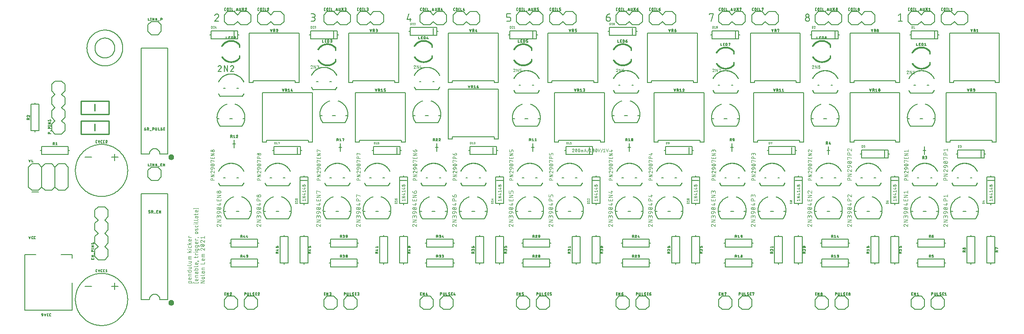
<source format=gbr>
G04 EAGLE Gerber RS-274X export*
G75*
%MOMM*%
%FSLAX34Y34*%
%LPD*%
%INSilkscreen Top*%
%IPPOS*%
%AMOC8*
5,1,8,0,0,1.08239X$1,22.5*%
G01*
%ADD10C,0.076200*%
%ADD11C,0.127000*%
%ADD12C,0.203200*%
%ADD13C,0.254000*%
%ADD14C,0.012700*%
%ADD15C,0.101600*%
%ADD16C,0.025400*%
%ADD17C,0.050800*%
%ADD18C,0.152400*%

G36*
X286881Y318577D02*
X286881Y318577D01*
X286929Y318591D01*
X287019Y318608D01*
X288026Y318960D01*
X288070Y318985D01*
X288154Y319022D01*
X289057Y319590D01*
X289094Y319624D01*
X289168Y319678D01*
X289922Y320432D01*
X289951Y320474D01*
X290011Y320543D01*
X290578Y321446D01*
X290597Y321493D01*
X290640Y321574D01*
X290992Y322581D01*
X291000Y322631D01*
X291023Y322719D01*
X291143Y323779D01*
X291139Y323829D01*
X291143Y323921D01*
X291023Y324981D01*
X291009Y325029D01*
X290992Y325119D01*
X290640Y326126D01*
X290615Y326170D01*
X290578Y326254D01*
X290011Y327157D01*
X289977Y327194D01*
X289922Y327268D01*
X289168Y328022D01*
X289126Y328051D01*
X289057Y328111D01*
X288154Y328678D01*
X288107Y328697D01*
X288026Y328740D01*
X287019Y329092D01*
X286969Y329100D01*
X286881Y329123D01*
X285821Y329243D01*
X285771Y329239D01*
X285679Y329243D01*
X284619Y329123D01*
X284571Y329109D01*
X284481Y329092D01*
X283474Y328740D01*
X283430Y328715D01*
X283346Y328678D01*
X282443Y328111D01*
X282406Y328077D01*
X282332Y328022D01*
X281578Y327268D01*
X281549Y327226D01*
X281490Y327157D01*
X280922Y326254D01*
X280903Y326207D01*
X280860Y326126D01*
X280508Y325119D01*
X280500Y325069D01*
X280477Y324981D01*
X280357Y323921D01*
X280361Y323871D01*
X280357Y323779D01*
X280477Y322719D01*
X280491Y322671D01*
X280508Y322581D01*
X280860Y321574D01*
X280885Y321530D01*
X280922Y321446D01*
X281490Y320543D01*
X281524Y320506D01*
X281578Y320432D01*
X282332Y319678D01*
X282374Y319649D01*
X282443Y319590D01*
X283346Y319022D01*
X283393Y319003D01*
X283474Y318960D01*
X284481Y318608D01*
X284531Y318600D01*
X284619Y318577D01*
X285679Y318457D01*
X285729Y318461D01*
X285821Y318457D01*
X286881Y318577D01*
G37*
G36*
X286881Y39177D02*
X286881Y39177D01*
X286929Y39191D01*
X287019Y39208D01*
X288026Y39560D01*
X288070Y39585D01*
X288154Y39622D01*
X289057Y40190D01*
X289094Y40224D01*
X289168Y40278D01*
X289922Y41032D01*
X289951Y41074D01*
X290011Y41143D01*
X290578Y42046D01*
X290597Y42093D01*
X290640Y42174D01*
X290992Y43181D01*
X291000Y43231D01*
X291023Y43319D01*
X291143Y44379D01*
X291139Y44429D01*
X291143Y44521D01*
X291023Y45581D01*
X291009Y45629D01*
X290992Y45719D01*
X290640Y46726D01*
X290615Y46770D01*
X290578Y46854D01*
X290011Y47757D01*
X289977Y47794D01*
X289922Y47868D01*
X289168Y48622D01*
X289126Y48651D01*
X289057Y48711D01*
X288154Y49278D01*
X288107Y49297D01*
X288026Y49340D01*
X287019Y49692D01*
X286969Y49700D01*
X286881Y49723D01*
X285821Y49843D01*
X285771Y49839D01*
X285679Y49843D01*
X284619Y49723D01*
X284571Y49709D01*
X284481Y49692D01*
X283474Y49340D01*
X283430Y49315D01*
X283346Y49278D01*
X282443Y48711D01*
X282406Y48677D01*
X282332Y48622D01*
X281578Y47868D01*
X281549Y47826D01*
X281490Y47757D01*
X280922Y46854D01*
X280903Y46807D01*
X280860Y46726D01*
X280508Y45719D01*
X280500Y45669D01*
X280477Y45581D01*
X280357Y44521D01*
X280361Y44471D01*
X280357Y44379D01*
X280477Y43319D01*
X280491Y43271D01*
X280508Y43181D01*
X280860Y42174D01*
X280885Y42130D01*
X280922Y42046D01*
X281490Y41143D01*
X281524Y41106D01*
X281578Y41032D01*
X282332Y40278D01*
X282374Y40249D01*
X282443Y40190D01*
X283346Y39622D01*
X283393Y39603D01*
X283474Y39560D01*
X284481Y39208D01*
X284531Y39200D01*
X284619Y39177D01*
X285679Y39057D01*
X285729Y39061D01*
X285821Y39057D01*
X286881Y39177D01*
G37*
D10*
X326263Y82931D02*
X318643Y82931D01*
X318643Y85048D01*
X318645Y85117D01*
X318650Y85185D01*
X318660Y85253D01*
X318673Y85321D01*
X318689Y85388D01*
X318709Y85454D01*
X318733Y85518D01*
X318760Y85581D01*
X318791Y85643D01*
X318825Y85703D01*
X318862Y85761D01*
X318902Y85817D01*
X318945Y85870D01*
X318991Y85921D01*
X319040Y85970D01*
X319091Y86016D01*
X319144Y86059D01*
X319200Y86099D01*
X319258Y86136D01*
X319318Y86170D01*
X319380Y86201D01*
X319443Y86228D01*
X319507Y86252D01*
X319573Y86272D01*
X319640Y86288D01*
X319708Y86301D01*
X319776Y86311D01*
X319844Y86316D01*
X319913Y86318D01*
X322453Y86318D01*
X322522Y86316D01*
X322590Y86311D01*
X322658Y86301D01*
X322726Y86288D01*
X322793Y86272D01*
X322859Y86252D01*
X322923Y86228D01*
X322986Y86201D01*
X323048Y86170D01*
X323108Y86136D01*
X323166Y86099D01*
X323222Y86059D01*
X323275Y86016D01*
X323326Y85970D01*
X323375Y85921D01*
X323421Y85870D01*
X323464Y85817D01*
X323504Y85761D01*
X323541Y85703D01*
X323575Y85643D01*
X323606Y85581D01*
X323633Y85518D01*
X323657Y85454D01*
X323677Y85388D01*
X323693Y85321D01*
X323706Y85253D01*
X323716Y85185D01*
X323721Y85117D01*
X323723Y85048D01*
X323723Y82931D01*
X323723Y90697D02*
X323723Y92814D01*
X323723Y90697D02*
X323721Y90628D01*
X323716Y90560D01*
X323706Y90492D01*
X323693Y90424D01*
X323677Y90357D01*
X323657Y90291D01*
X323633Y90227D01*
X323606Y90164D01*
X323575Y90102D01*
X323541Y90042D01*
X323504Y89984D01*
X323464Y89928D01*
X323421Y89875D01*
X323375Y89824D01*
X323326Y89775D01*
X323275Y89729D01*
X323222Y89686D01*
X323166Y89646D01*
X323108Y89609D01*
X323048Y89575D01*
X322986Y89544D01*
X322923Y89517D01*
X322859Y89493D01*
X322793Y89473D01*
X322726Y89457D01*
X322658Y89444D01*
X322590Y89434D01*
X322522Y89429D01*
X322453Y89427D01*
X320336Y89427D01*
X320336Y89428D02*
X320255Y89430D01*
X320175Y89436D01*
X320095Y89445D01*
X320016Y89459D01*
X319937Y89476D01*
X319859Y89497D01*
X319782Y89521D01*
X319707Y89549D01*
X319633Y89581D01*
X319560Y89616D01*
X319490Y89655D01*
X319421Y89697D01*
X319354Y89742D01*
X319289Y89790D01*
X319227Y89842D01*
X319168Y89896D01*
X319111Y89953D01*
X319057Y90012D01*
X319005Y90074D01*
X318957Y90139D01*
X318912Y90206D01*
X318870Y90275D01*
X318831Y90345D01*
X318796Y90418D01*
X318764Y90492D01*
X318736Y90567D01*
X318712Y90644D01*
X318691Y90722D01*
X318674Y90801D01*
X318660Y90880D01*
X318651Y90960D01*
X318645Y91040D01*
X318643Y91121D01*
X318645Y91202D01*
X318651Y91282D01*
X318660Y91362D01*
X318674Y91441D01*
X318691Y91520D01*
X318712Y91598D01*
X318736Y91675D01*
X318764Y91750D01*
X318796Y91824D01*
X318831Y91897D01*
X318870Y91968D01*
X318912Y92036D01*
X318957Y92103D01*
X319005Y92168D01*
X319057Y92230D01*
X319111Y92289D01*
X319168Y92346D01*
X319227Y92400D01*
X319289Y92452D01*
X319354Y92500D01*
X319421Y92545D01*
X319490Y92587D01*
X319560Y92626D01*
X319633Y92661D01*
X319707Y92693D01*
X319782Y92721D01*
X319859Y92745D01*
X319937Y92766D01*
X320016Y92783D01*
X320095Y92797D01*
X320175Y92806D01*
X320255Y92812D01*
X320336Y92814D01*
X321183Y92814D01*
X321183Y89427D01*
X323723Y96217D02*
X318643Y96217D01*
X318643Y98333D01*
X318645Y98402D01*
X318650Y98470D01*
X318660Y98538D01*
X318673Y98606D01*
X318689Y98673D01*
X318709Y98739D01*
X318733Y98803D01*
X318760Y98866D01*
X318791Y98928D01*
X318825Y98988D01*
X318862Y99046D01*
X318902Y99102D01*
X318945Y99155D01*
X318991Y99206D01*
X319040Y99255D01*
X319091Y99301D01*
X319144Y99344D01*
X319200Y99384D01*
X319258Y99421D01*
X319318Y99455D01*
X319380Y99486D01*
X319443Y99513D01*
X319507Y99537D01*
X319573Y99557D01*
X319640Y99573D01*
X319708Y99586D01*
X319776Y99596D01*
X319844Y99601D01*
X319913Y99603D01*
X323723Y99603D01*
X323723Y106351D02*
X316103Y106351D01*
X323723Y106351D02*
X323723Y104235D01*
X323721Y104166D01*
X323716Y104098D01*
X323706Y104030D01*
X323693Y103962D01*
X323677Y103895D01*
X323657Y103829D01*
X323633Y103765D01*
X323606Y103702D01*
X323575Y103640D01*
X323541Y103580D01*
X323504Y103522D01*
X323464Y103466D01*
X323421Y103413D01*
X323375Y103362D01*
X323326Y103313D01*
X323275Y103267D01*
X323222Y103224D01*
X323166Y103184D01*
X323108Y103147D01*
X323048Y103113D01*
X322986Y103082D01*
X322923Y103055D01*
X322859Y103031D01*
X322793Y103011D01*
X322726Y102995D01*
X322658Y102982D01*
X322590Y102972D01*
X322522Y102967D01*
X322453Y102965D01*
X319913Y102965D01*
X319844Y102967D01*
X319776Y102972D01*
X319708Y102982D01*
X319640Y102995D01*
X319573Y103011D01*
X319507Y103031D01*
X319443Y103055D01*
X319380Y103082D01*
X319318Y103113D01*
X319258Y103147D01*
X319200Y103184D01*
X319144Y103224D01*
X319091Y103267D01*
X319040Y103313D01*
X318991Y103362D01*
X318945Y103413D01*
X318902Y103466D01*
X318862Y103522D01*
X318825Y103580D01*
X318791Y103640D01*
X318760Y103702D01*
X318733Y103765D01*
X318709Y103829D01*
X318689Y103895D01*
X318673Y103962D01*
X318660Y104030D01*
X318650Y104098D01*
X318645Y104166D01*
X318643Y104235D01*
X318643Y106351D01*
X318643Y110047D02*
X322453Y110047D01*
X322522Y110049D01*
X322590Y110054D01*
X322658Y110064D01*
X322726Y110077D01*
X322793Y110093D01*
X322859Y110113D01*
X322923Y110137D01*
X322986Y110164D01*
X323048Y110195D01*
X323108Y110229D01*
X323166Y110266D01*
X323222Y110306D01*
X323275Y110349D01*
X323326Y110395D01*
X323375Y110444D01*
X323421Y110495D01*
X323464Y110548D01*
X323504Y110604D01*
X323541Y110662D01*
X323575Y110722D01*
X323606Y110784D01*
X323633Y110847D01*
X323657Y110911D01*
X323677Y110977D01*
X323693Y111044D01*
X323706Y111112D01*
X323716Y111180D01*
X323721Y111248D01*
X323723Y111317D01*
X323723Y113434D01*
X318643Y113434D01*
X316103Y116925D02*
X322453Y116925D01*
X322522Y116927D01*
X322590Y116932D01*
X322658Y116942D01*
X322726Y116955D01*
X322793Y116971D01*
X322859Y116991D01*
X322923Y117015D01*
X322986Y117042D01*
X323048Y117073D01*
X323108Y117107D01*
X323166Y117144D01*
X323222Y117184D01*
X323275Y117227D01*
X323326Y117273D01*
X323375Y117322D01*
X323421Y117373D01*
X323464Y117426D01*
X323504Y117482D01*
X323541Y117540D01*
X323575Y117600D01*
X323606Y117662D01*
X323633Y117725D01*
X323657Y117789D01*
X323677Y117855D01*
X323693Y117922D01*
X323706Y117990D01*
X323716Y118058D01*
X323721Y118126D01*
X323723Y118195D01*
X322453Y121111D02*
X318643Y121111D01*
X322453Y121111D02*
X322522Y121113D01*
X322590Y121118D01*
X322658Y121128D01*
X322726Y121141D01*
X322793Y121157D01*
X322859Y121177D01*
X322923Y121201D01*
X322986Y121228D01*
X323048Y121259D01*
X323108Y121293D01*
X323166Y121330D01*
X323222Y121370D01*
X323275Y121413D01*
X323326Y121459D01*
X323375Y121508D01*
X323421Y121559D01*
X323464Y121612D01*
X323504Y121668D01*
X323541Y121726D01*
X323575Y121786D01*
X323606Y121848D01*
X323633Y121911D01*
X323657Y121975D01*
X323677Y122041D01*
X323693Y122108D01*
X323706Y122176D01*
X323716Y122244D01*
X323721Y122312D01*
X323723Y122381D01*
X323723Y124498D01*
X318643Y124498D01*
X318643Y128311D02*
X323723Y128311D01*
X318643Y128311D02*
X318643Y132121D01*
X318645Y132190D01*
X318650Y132258D01*
X318660Y132326D01*
X318673Y132394D01*
X318689Y132461D01*
X318709Y132527D01*
X318733Y132591D01*
X318760Y132654D01*
X318791Y132716D01*
X318825Y132776D01*
X318862Y132834D01*
X318902Y132890D01*
X318945Y132943D01*
X318991Y132994D01*
X319040Y133043D01*
X319091Y133089D01*
X319144Y133132D01*
X319200Y133172D01*
X319258Y133209D01*
X319318Y133243D01*
X319380Y133274D01*
X319443Y133301D01*
X319507Y133325D01*
X319573Y133345D01*
X319640Y133361D01*
X319708Y133374D01*
X319776Y133384D01*
X319844Y133389D01*
X319913Y133391D01*
X323723Y133391D01*
X323723Y130851D02*
X318643Y130851D01*
X316103Y141323D02*
X323723Y141323D01*
X321183Y141323D02*
X318643Y144710D01*
X320125Y142805D02*
X323723Y144710D01*
X323723Y147447D02*
X318643Y147447D01*
X316526Y147236D02*
X316103Y147236D01*
X316103Y147659D01*
X316526Y147659D01*
X316526Y147236D01*
X323723Y151811D02*
X323723Y153504D01*
X323723Y151811D02*
X323721Y151742D01*
X323716Y151674D01*
X323706Y151606D01*
X323693Y151538D01*
X323677Y151471D01*
X323657Y151405D01*
X323633Y151341D01*
X323606Y151278D01*
X323575Y151216D01*
X323541Y151156D01*
X323504Y151098D01*
X323464Y151042D01*
X323421Y150989D01*
X323375Y150938D01*
X323326Y150889D01*
X323275Y150843D01*
X323222Y150800D01*
X323166Y150760D01*
X323108Y150723D01*
X323048Y150689D01*
X322986Y150658D01*
X322923Y150631D01*
X322859Y150607D01*
X322793Y150587D01*
X322726Y150571D01*
X322658Y150558D01*
X322590Y150548D01*
X322522Y150543D01*
X322453Y150541D01*
X319913Y150541D01*
X319844Y150543D01*
X319776Y150548D01*
X319708Y150558D01*
X319640Y150571D01*
X319573Y150587D01*
X319507Y150607D01*
X319443Y150631D01*
X319380Y150658D01*
X319318Y150689D01*
X319258Y150723D01*
X319200Y150760D01*
X319144Y150800D01*
X319091Y150843D01*
X319040Y150889D01*
X318991Y150938D01*
X318945Y150989D01*
X318902Y151042D01*
X318862Y151098D01*
X318825Y151156D01*
X318791Y151216D01*
X318760Y151278D01*
X318733Y151341D01*
X318709Y151405D01*
X318689Y151471D01*
X318673Y151538D01*
X318660Y151606D01*
X318650Y151674D01*
X318645Y151742D01*
X318643Y151811D01*
X318643Y153504D01*
X316103Y156662D02*
X323723Y156662D01*
X321183Y156662D02*
X318643Y160049D01*
X320125Y158144D02*
X323723Y160049D01*
X323723Y164123D02*
X323723Y166240D01*
X323723Y164123D02*
X323721Y164054D01*
X323716Y163986D01*
X323706Y163918D01*
X323693Y163850D01*
X323677Y163783D01*
X323657Y163717D01*
X323633Y163653D01*
X323606Y163590D01*
X323575Y163528D01*
X323541Y163468D01*
X323504Y163410D01*
X323464Y163354D01*
X323421Y163301D01*
X323375Y163250D01*
X323326Y163201D01*
X323275Y163155D01*
X323222Y163112D01*
X323166Y163072D01*
X323108Y163035D01*
X323048Y163001D01*
X322986Y162970D01*
X322923Y162943D01*
X322859Y162919D01*
X322793Y162899D01*
X322726Y162883D01*
X322658Y162870D01*
X322590Y162860D01*
X322522Y162855D01*
X322453Y162853D01*
X320336Y162853D01*
X320336Y162854D02*
X320255Y162856D01*
X320175Y162862D01*
X320095Y162871D01*
X320016Y162885D01*
X319937Y162902D01*
X319859Y162923D01*
X319782Y162947D01*
X319707Y162975D01*
X319633Y163007D01*
X319560Y163042D01*
X319490Y163081D01*
X319421Y163123D01*
X319354Y163168D01*
X319289Y163216D01*
X319227Y163268D01*
X319168Y163322D01*
X319111Y163379D01*
X319057Y163438D01*
X319005Y163500D01*
X318957Y163565D01*
X318912Y163632D01*
X318870Y163701D01*
X318831Y163771D01*
X318796Y163844D01*
X318764Y163918D01*
X318736Y163993D01*
X318712Y164070D01*
X318691Y164148D01*
X318674Y164227D01*
X318660Y164306D01*
X318651Y164386D01*
X318645Y164466D01*
X318643Y164547D01*
X318645Y164628D01*
X318651Y164708D01*
X318660Y164788D01*
X318674Y164867D01*
X318691Y164946D01*
X318712Y165024D01*
X318736Y165101D01*
X318764Y165176D01*
X318796Y165250D01*
X318831Y165323D01*
X318870Y165394D01*
X318912Y165462D01*
X318957Y165529D01*
X319005Y165594D01*
X319057Y165656D01*
X319111Y165715D01*
X319168Y165772D01*
X319227Y165826D01*
X319289Y165878D01*
X319354Y165926D01*
X319421Y165971D01*
X319490Y166013D01*
X319560Y166052D01*
X319633Y166087D01*
X319707Y166119D01*
X319782Y166147D01*
X319859Y166171D01*
X319937Y166192D01*
X320016Y166209D01*
X320095Y166223D01*
X320175Y166232D01*
X320255Y166238D01*
X320336Y166240D01*
X321183Y166240D01*
X321183Y162853D01*
X323723Y169689D02*
X318643Y169689D01*
X318643Y172229D01*
X319490Y172229D01*
X337143Y84201D02*
X337143Y82931D01*
X327829Y82931D01*
X327829Y84201D01*
X336296Y88136D02*
X336296Y90253D01*
X336296Y88136D02*
X336294Y88067D01*
X336289Y87999D01*
X336279Y87931D01*
X336266Y87863D01*
X336250Y87796D01*
X336230Y87730D01*
X336206Y87666D01*
X336179Y87603D01*
X336148Y87541D01*
X336114Y87481D01*
X336077Y87423D01*
X336037Y87367D01*
X335994Y87314D01*
X335948Y87263D01*
X335899Y87214D01*
X335848Y87168D01*
X335795Y87125D01*
X335739Y87085D01*
X335681Y87048D01*
X335621Y87014D01*
X335559Y86983D01*
X335496Y86956D01*
X335432Y86932D01*
X335366Y86912D01*
X335299Y86896D01*
X335231Y86883D01*
X335163Y86873D01*
X335095Y86868D01*
X335026Y86866D01*
X332909Y86866D01*
X332828Y86868D01*
X332748Y86874D01*
X332668Y86883D01*
X332589Y86897D01*
X332510Y86914D01*
X332432Y86935D01*
X332355Y86959D01*
X332280Y86987D01*
X332206Y87019D01*
X332133Y87054D01*
X332063Y87093D01*
X331994Y87135D01*
X331927Y87180D01*
X331862Y87228D01*
X331800Y87280D01*
X331741Y87334D01*
X331684Y87391D01*
X331630Y87450D01*
X331578Y87512D01*
X331530Y87577D01*
X331485Y87644D01*
X331443Y87713D01*
X331404Y87783D01*
X331369Y87856D01*
X331337Y87930D01*
X331309Y88005D01*
X331285Y88082D01*
X331264Y88160D01*
X331247Y88239D01*
X331233Y88318D01*
X331224Y88398D01*
X331218Y88478D01*
X331216Y88559D01*
X331218Y88640D01*
X331224Y88720D01*
X331233Y88800D01*
X331247Y88879D01*
X331264Y88958D01*
X331285Y89036D01*
X331309Y89113D01*
X331337Y89188D01*
X331369Y89262D01*
X331404Y89335D01*
X331443Y89406D01*
X331485Y89474D01*
X331530Y89541D01*
X331578Y89606D01*
X331630Y89668D01*
X331684Y89727D01*
X331741Y89784D01*
X331800Y89838D01*
X331862Y89890D01*
X331927Y89938D01*
X331994Y89983D01*
X332063Y90025D01*
X332133Y90064D01*
X332206Y90099D01*
X332280Y90131D01*
X332355Y90159D01*
X332432Y90183D01*
X332510Y90204D01*
X332589Y90221D01*
X332668Y90235D01*
X332748Y90244D01*
X332828Y90250D01*
X332909Y90252D01*
X332909Y90253D02*
X333756Y90253D01*
X333756Y86866D01*
X336296Y93655D02*
X331216Y93655D01*
X331216Y95772D01*
X331218Y95841D01*
X331223Y95909D01*
X331233Y95977D01*
X331246Y96045D01*
X331262Y96112D01*
X331282Y96178D01*
X331306Y96242D01*
X331333Y96305D01*
X331364Y96367D01*
X331398Y96427D01*
X331435Y96485D01*
X331475Y96541D01*
X331518Y96594D01*
X331564Y96645D01*
X331613Y96694D01*
X331664Y96740D01*
X331717Y96783D01*
X331773Y96823D01*
X331831Y96860D01*
X331891Y96894D01*
X331953Y96925D01*
X332016Y96952D01*
X332080Y96976D01*
X332146Y96996D01*
X332213Y97012D01*
X332281Y97025D01*
X332349Y97035D01*
X332417Y97040D01*
X332486Y97042D01*
X336296Y97042D01*
X333333Y101885D02*
X333333Y103790D01*
X333332Y101885D02*
X333334Y101809D01*
X333340Y101733D01*
X333350Y101657D01*
X333363Y101582D01*
X333381Y101508D01*
X333402Y101434D01*
X333427Y101362D01*
X333456Y101292D01*
X333488Y101222D01*
X333524Y101155D01*
X333564Y101090D01*
X333606Y101026D01*
X333652Y100965D01*
X333701Y100907D01*
X333753Y100851D01*
X333807Y100797D01*
X333865Y100747D01*
X333924Y100700D01*
X333987Y100655D01*
X334051Y100614D01*
X334117Y100577D01*
X334186Y100543D01*
X334256Y100512D01*
X334327Y100485D01*
X334400Y100462D01*
X334474Y100443D01*
X334548Y100427D01*
X334624Y100415D01*
X334700Y100407D01*
X334776Y100403D01*
X334852Y100403D01*
X334928Y100407D01*
X335004Y100415D01*
X335080Y100427D01*
X335154Y100443D01*
X335228Y100462D01*
X335301Y100485D01*
X335372Y100512D01*
X335442Y100543D01*
X335511Y100577D01*
X335577Y100614D01*
X335641Y100655D01*
X335704Y100700D01*
X335763Y100747D01*
X335821Y100797D01*
X335875Y100851D01*
X335927Y100907D01*
X335976Y100965D01*
X336022Y101026D01*
X336064Y101090D01*
X336104Y101155D01*
X336140Y101222D01*
X336172Y101292D01*
X336201Y101362D01*
X336226Y101434D01*
X336247Y101508D01*
X336265Y101582D01*
X336278Y101657D01*
X336288Y101733D01*
X336294Y101809D01*
X336296Y101885D01*
X336296Y103790D01*
X332486Y103790D01*
X332417Y103788D01*
X332349Y103783D01*
X332281Y103773D01*
X332213Y103760D01*
X332146Y103744D01*
X332080Y103724D01*
X332016Y103700D01*
X331953Y103673D01*
X331891Y103642D01*
X331831Y103608D01*
X331773Y103571D01*
X331717Y103531D01*
X331664Y103488D01*
X331613Y103442D01*
X331564Y103393D01*
X331518Y103342D01*
X331475Y103289D01*
X331435Y103233D01*
X331398Y103175D01*
X331364Y103115D01*
X331333Y103053D01*
X331306Y102990D01*
X331282Y102926D01*
X331262Y102860D01*
X331246Y102793D01*
X331233Y102725D01*
X331223Y102657D01*
X331218Y102589D01*
X331216Y102520D01*
X331216Y100827D01*
X328676Y107527D02*
X336296Y107527D01*
X336296Y109644D01*
X336294Y109713D01*
X336289Y109781D01*
X336279Y109849D01*
X336266Y109917D01*
X336250Y109984D01*
X336230Y110050D01*
X336206Y110114D01*
X336179Y110177D01*
X336148Y110239D01*
X336114Y110299D01*
X336077Y110357D01*
X336037Y110413D01*
X335994Y110466D01*
X335948Y110517D01*
X335899Y110566D01*
X335848Y110612D01*
X335795Y110655D01*
X335739Y110695D01*
X335681Y110732D01*
X335621Y110766D01*
X335559Y110797D01*
X335496Y110824D01*
X335432Y110848D01*
X335366Y110868D01*
X335299Y110884D01*
X335231Y110897D01*
X335163Y110907D01*
X335095Y110912D01*
X335026Y110914D01*
X332486Y110914D01*
X332417Y110912D01*
X332349Y110907D01*
X332281Y110897D01*
X332213Y110884D01*
X332146Y110868D01*
X332080Y110848D01*
X332016Y110824D01*
X331953Y110797D01*
X331891Y110766D01*
X331831Y110732D01*
X331773Y110695D01*
X331717Y110655D01*
X331664Y110612D01*
X331613Y110566D01*
X331564Y110517D01*
X331518Y110466D01*
X331475Y110413D01*
X331435Y110357D01*
X331398Y110299D01*
X331364Y110239D01*
X331333Y110177D01*
X331306Y110114D01*
X331282Y110050D01*
X331262Y109984D01*
X331246Y109917D01*
X331233Y109849D01*
X331223Y109781D01*
X331218Y109713D01*
X331216Y109644D01*
X331216Y107527D01*
X328676Y114112D02*
X335026Y114112D01*
X335095Y114114D01*
X335163Y114119D01*
X335231Y114129D01*
X335299Y114142D01*
X335366Y114158D01*
X335432Y114178D01*
X335496Y114202D01*
X335559Y114229D01*
X335621Y114260D01*
X335681Y114294D01*
X335739Y114331D01*
X335795Y114371D01*
X335848Y114414D01*
X335899Y114460D01*
X335948Y114509D01*
X335994Y114560D01*
X336037Y114613D01*
X336077Y114669D01*
X336114Y114727D01*
X336148Y114787D01*
X336179Y114849D01*
X336206Y114912D01*
X336230Y114976D01*
X336250Y115042D01*
X336266Y115109D01*
X336279Y115177D01*
X336289Y115245D01*
X336294Y115313D01*
X336296Y115382D01*
X336296Y119317D02*
X336296Y121433D01*
X336296Y119317D02*
X336294Y119248D01*
X336289Y119180D01*
X336279Y119112D01*
X336266Y119044D01*
X336250Y118977D01*
X336230Y118911D01*
X336206Y118847D01*
X336179Y118784D01*
X336148Y118722D01*
X336114Y118662D01*
X336077Y118604D01*
X336037Y118548D01*
X335994Y118495D01*
X335948Y118444D01*
X335899Y118395D01*
X335848Y118349D01*
X335795Y118306D01*
X335739Y118266D01*
X335681Y118229D01*
X335621Y118195D01*
X335559Y118164D01*
X335496Y118137D01*
X335432Y118113D01*
X335366Y118093D01*
X335299Y118077D01*
X335231Y118064D01*
X335163Y118054D01*
X335095Y118049D01*
X335026Y118047D01*
X332909Y118047D01*
X332828Y118049D01*
X332748Y118055D01*
X332668Y118064D01*
X332589Y118078D01*
X332510Y118095D01*
X332432Y118116D01*
X332355Y118140D01*
X332280Y118168D01*
X332206Y118200D01*
X332133Y118235D01*
X332063Y118274D01*
X331994Y118316D01*
X331927Y118361D01*
X331862Y118409D01*
X331800Y118461D01*
X331741Y118515D01*
X331684Y118572D01*
X331630Y118631D01*
X331578Y118693D01*
X331530Y118758D01*
X331485Y118825D01*
X331443Y118894D01*
X331404Y118964D01*
X331369Y119037D01*
X331337Y119111D01*
X331309Y119186D01*
X331285Y119263D01*
X331264Y119341D01*
X331247Y119420D01*
X331233Y119499D01*
X331224Y119579D01*
X331218Y119659D01*
X331216Y119740D01*
X331218Y119821D01*
X331224Y119901D01*
X331233Y119981D01*
X331247Y120060D01*
X331264Y120139D01*
X331285Y120217D01*
X331309Y120294D01*
X331337Y120369D01*
X331369Y120443D01*
X331404Y120516D01*
X331443Y120587D01*
X331485Y120655D01*
X331530Y120722D01*
X331578Y120787D01*
X331630Y120849D01*
X331684Y120908D01*
X331741Y120965D01*
X331800Y121019D01*
X331862Y121071D01*
X331927Y121119D01*
X331994Y121164D01*
X332063Y121206D01*
X332133Y121245D01*
X332206Y121280D01*
X332280Y121312D01*
X332355Y121340D01*
X332432Y121364D01*
X332510Y121385D01*
X332589Y121402D01*
X332668Y121416D01*
X332748Y121425D01*
X332828Y121431D01*
X332909Y121433D01*
X333756Y121433D01*
X333756Y118047D01*
X336296Y124276D02*
X336296Y124699D01*
X336296Y124276D02*
X335873Y124276D01*
X335873Y124699D01*
X336296Y124699D01*
X337989Y124064D01*
X331216Y130978D02*
X331216Y133518D01*
X328676Y131825D02*
X335026Y131825D01*
X335095Y131827D01*
X335163Y131832D01*
X335231Y131842D01*
X335299Y131855D01*
X335366Y131871D01*
X335432Y131891D01*
X335496Y131915D01*
X335559Y131942D01*
X335621Y131973D01*
X335681Y132007D01*
X335739Y132044D01*
X335795Y132084D01*
X335848Y132127D01*
X335899Y132173D01*
X335948Y132222D01*
X335994Y132273D01*
X336037Y132326D01*
X336077Y132382D01*
X336114Y132440D01*
X336148Y132500D01*
X336179Y132562D01*
X336206Y132625D01*
X336230Y132689D01*
X336250Y132755D01*
X336266Y132822D01*
X336279Y132890D01*
X336289Y132958D01*
X336294Y133026D01*
X336296Y133095D01*
X336296Y133518D01*
X336296Y136702D02*
X331216Y136702D01*
X331216Y139242D01*
X332063Y139242D01*
X331216Y141617D02*
X336296Y141617D01*
X329099Y141405D02*
X328676Y141405D01*
X328676Y141829D01*
X329099Y141829D01*
X329099Y141405D01*
X336296Y145930D02*
X336296Y148046D01*
X336296Y145930D02*
X336294Y145861D01*
X336289Y145793D01*
X336279Y145725D01*
X336266Y145657D01*
X336250Y145590D01*
X336230Y145524D01*
X336206Y145460D01*
X336179Y145397D01*
X336148Y145335D01*
X336114Y145275D01*
X336077Y145217D01*
X336037Y145161D01*
X335994Y145108D01*
X335948Y145057D01*
X335899Y145008D01*
X335848Y144962D01*
X335795Y144919D01*
X335739Y144879D01*
X335681Y144842D01*
X335621Y144808D01*
X335559Y144777D01*
X335496Y144750D01*
X335432Y144726D01*
X335366Y144706D01*
X335299Y144690D01*
X335231Y144677D01*
X335163Y144667D01*
X335095Y144662D01*
X335026Y144660D01*
X332486Y144660D01*
X332417Y144662D01*
X332349Y144667D01*
X332281Y144677D01*
X332213Y144690D01*
X332146Y144706D01*
X332080Y144726D01*
X332016Y144750D01*
X331953Y144777D01*
X331891Y144808D01*
X331831Y144842D01*
X331773Y144879D01*
X331717Y144919D01*
X331664Y144962D01*
X331613Y145008D01*
X331564Y145057D01*
X331518Y145108D01*
X331475Y145161D01*
X331435Y145217D01*
X331398Y145275D01*
X331364Y145335D01*
X331333Y145397D01*
X331306Y145460D01*
X331282Y145524D01*
X331262Y145590D01*
X331246Y145657D01*
X331233Y145725D01*
X331223Y145793D01*
X331218Y145861D01*
X331216Y145930D01*
X331216Y148046D01*
X337566Y148046D01*
X337635Y148044D01*
X337703Y148039D01*
X337771Y148029D01*
X337839Y148016D01*
X337906Y148000D01*
X337972Y147980D01*
X338036Y147956D01*
X338099Y147929D01*
X338161Y147898D01*
X338221Y147864D01*
X338279Y147827D01*
X338335Y147787D01*
X338388Y147744D01*
X338439Y147698D01*
X338488Y147649D01*
X338534Y147598D01*
X338577Y147545D01*
X338617Y147489D01*
X338654Y147431D01*
X338688Y147371D01*
X338719Y147309D01*
X338746Y147246D01*
X338770Y147182D01*
X338790Y147116D01*
X338806Y147049D01*
X338819Y146981D01*
X338829Y146913D01*
X338834Y146845D01*
X338836Y146776D01*
X338836Y145083D01*
X336296Y152719D02*
X336296Y154836D01*
X336296Y152719D02*
X336294Y152650D01*
X336289Y152582D01*
X336279Y152514D01*
X336266Y152446D01*
X336250Y152379D01*
X336230Y152313D01*
X336206Y152249D01*
X336179Y152186D01*
X336148Y152124D01*
X336114Y152064D01*
X336077Y152006D01*
X336037Y151950D01*
X335994Y151897D01*
X335948Y151846D01*
X335899Y151797D01*
X335848Y151751D01*
X335795Y151708D01*
X335739Y151668D01*
X335681Y151631D01*
X335621Y151597D01*
X335559Y151566D01*
X335496Y151539D01*
X335432Y151515D01*
X335366Y151495D01*
X335299Y151479D01*
X335231Y151466D01*
X335163Y151456D01*
X335095Y151451D01*
X335026Y151449D01*
X332486Y151449D01*
X332417Y151451D01*
X332349Y151456D01*
X332281Y151466D01*
X332213Y151479D01*
X332146Y151495D01*
X332080Y151515D01*
X332016Y151539D01*
X331953Y151566D01*
X331891Y151597D01*
X331831Y151631D01*
X331773Y151668D01*
X331717Y151708D01*
X331664Y151751D01*
X331613Y151797D01*
X331564Y151846D01*
X331518Y151897D01*
X331475Y151950D01*
X331435Y152006D01*
X331398Y152064D01*
X331364Y152124D01*
X331333Y152186D01*
X331306Y152249D01*
X331282Y152313D01*
X331262Y152379D01*
X331246Y152446D01*
X331233Y152514D01*
X331223Y152582D01*
X331218Y152650D01*
X331216Y152719D01*
X331216Y154836D01*
X337566Y154836D01*
X337635Y154834D01*
X337703Y154829D01*
X337771Y154819D01*
X337839Y154806D01*
X337906Y154790D01*
X337972Y154770D01*
X338036Y154746D01*
X338099Y154719D01*
X338161Y154688D01*
X338221Y154654D01*
X338279Y154617D01*
X338335Y154577D01*
X338388Y154534D01*
X338439Y154488D01*
X338488Y154439D01*
X338534Y154388D01*
X338577Y154335D01*
X338617Y154279D01*
X338654Y154221D01*
X338688Y154161D01*
X338719Y154099D01*
X338746Y154036D01*
X338770Y153972D01*
X338790Y153906D01*
X338806Y153839D01*
X338819Y153771D01*
X338829Y153703D01*
X338834Y153635D01*
X338836Y153566D01*
X338836Y151873D01*
X336296Y159550D02*
X336296Y161667D01*
X336296Y159550D02*
X336294Y159481D01*
X336289Y159413D01*
X336279Y159345D01*
X336266Y159277D01*
X336250Y159210D01*
X336230Y159144D01*
X336206Y159080D01*
X336179Y159017D01*
X336148Y158955D01*
X336114Y158895D01*
X336077Y158837D01*
X336037Y158781D01*
X335994Y158728D01*
X335948Y158677D01*
X335899Y158628D01*
X335848Y158582D01*
X335795Y158539D01*
X335739Y158499D01*
X335681Y158462D01*
X335621Y158428D01*
X335559Y158397D01*
X335496Y158370D01*
X335432Y158346D01*
X335366Y158326D01*
X335299Y158310D01*
X335231Y158297D01*
X335163Y158287D01*
X335095Y158282D01*
X335026Y158280D01*
X332909Y158280D01*
X332828Y158282D01*
X332748Y158288D01*
X332668Y158297D01*
X332589Y158311D01*
X332510Y158328D01*
X332432Y158349D01*
X332355Y158373D01*
X332280Y158401D01*
X332206Y158433D01*
X332133Y158468D01*
X332063Y158507D01*
X331994Y158549D01*
X331927Y158594D01*
X331862Y158642D01*
X331800Y158694D01*
X331741Y158748D01*
X331684Y158805D01*
X331630Y158864D01*
X331578Y158926D01*
X331530Y158991D01*
X331485Y159058D01*
X331443Y159127D01*
X331404Y159197D01*
X331369Y159270D01*
X331337Y159344D01*
X331309Y159419D01*
X331285Y159496D01*
X331264Y159574D01*
X331247Y159653D01*
X331233Y159732D01*
X331224Y159812D01*
X331218Y159892D01*
X331216Y159973D01*
X331218Y160054D01*
X331224Y160134D01*
X331233Y160214D01*
X331247Y160293D01*
X331264Y160372D01*
X331285Y160450D01*
X331309Y160527D01*
X331337Y160602D01*
X331369Y160676D01*
X331404Y160749D01*
X331443Y160820D01*
X331485Y160888D01*
X331530Y160955D01*
X331578Y161020D01*
X331630Y161082D01*
X331684Y161141D01*
X331741Y161198D01*
X331800Y161252D01*
X331862Y161304D01*
X331927Y161352D01*
X331994Y161397D01*
X332063Y161439D01*
X332133Y161478D01*
X332206Y161513D01*
X332280Y161545D01*
X332355Y161573D01*
X332432Y161597D01*
X332510Y161618D01*
X332589Y161635D01*
X332668Y161649D01*
X332748Y161658D01*
X332828Y161664D01*
X332909Y161666D01*
X332909Y161667D02*
X333756Y161667D01*
X333756Y158280D01*
X336296Y165116D02*
X331216Y165116D01*
X331216Y167656D01*
X332063Y167656D01*
X336296Y169790D02*
X336296Y170213D01*
X336296Y169790D02*
X335873Y169790D01*
X335873Y170213D01*
X336296Y170213D01*
X337989Y169578D01*
X334603Y177139D02*
X332909Y177139D01*
X332909Y177140D02*
X332828Y177142D01*
X332748Y177148D01*
X332668Y177157D01*
X332589Y177171D01*
X332510Y177188D01*
X332432Y177209D01*
X332355Y177233D01*
X332280Y177261D01*
X332206Y177293D01*
X332133Y177328D01*
X332063Y177367D01*
X331994Y177409D01*
X331927Y177454D01*
X331862Y177502D01*
X331800Y177554D01*
X331741Y177608D01*
X331684Y177665D01*
X331630Y177724D01*
X331578Y177786D01*
X331530Y177851D01*
X331485Y177918D01*
X331443Y177987D01*
X331404Y178057D01*
X331369Y178130D01*
X331337Y178204D01*
X331309Y178279D01*
X331285Y178356D01*
X331264Y178434D01*
X331247Y178513D01*
X331233Y178592D01*
X331224Y178672D01*
X331218Y178752D01*
X331216Y178833D01*
X331218Y178914D01*
X331224Y178994D01*
X331233Y179074D01*
X331247Y179153D01*
X331264Y179232D01*
X331285Y179310D01*
X331309Y179387D01*
X331337Y179462D01*
X331369Y179536D01*
X331404Y179609D01*
X331443Y179680D01*
X331485Y179748D01*
X331530Y179815D01*
X331578Y179880D01*
X331630Y179942D01*
X331684Y180001D01*
X331741Y180058D01*
X331800Y180112D01*
X331862Y180164D01*
X331927Y180212D01*
X331994Y180257D01*
X332063Y180299D01*
X332133Y180338D01*
X332206Y180373D01*
X332280Y180405D01*
X332355Y180433D01*
X332432Y180457D01*
X332510Y180478D01*
X332589Y180495D01*
X332668Y180509D01*
X332748Y180518D01*
X332828Y180524D01*
X332909Y180526D01*
X334603Y180526D01*
X334684Y180524D01*
X334764Y180518D01*
X334844Y180509D01*
X334923Y180495D01*
X335002Y180478D01*
X335080Y180457D01*
X335157Y180433D01*
X335232Y180405D01*
X335306Y180373D01*
X335379Y180338D01*
X335450Y180299D01*
X335518Y180257D01*
X335585Y180212D01*
X335650Y180164D01*
X335712Y180112D01*
X335771Y180058D01*
X335828Y180001D01*
X335882Y179942D01*
X335934Y179880D01*
X335982Y179815D01*
X336027Y179748D01*
X336069Y179680D01*
X336108Y179609D01*
X336143Y179536D01*
X336175Y179462D01*
X336203Y179387D01*
X336227Y179310D01*
X336248Y179232D01*
X336265Y179153D01*
X336279Y179074D01*
X336288Y178994D01*
X336294Y178914D01*
X336296Y178833D01*
X336294Y178752D01*
X336288Y178672D01*
X336279Y178592D01*
X336265Y178513D01*
X336248Y178434D01*
X336227Y178356D01*
X336203Y178279D01*
X336175Y178204D01*
X336143Y178130D01*
X336108Y178057D01*
X336069Y177987D01*
X336027Y177918D01*
X335982Y177851D01*
X335934Y177786D01*
X335882Y177724D01*
X335828Y177665D01*
X335771Y177608D01*
X335712Y177554D01*
X335650Y177502D01*
X335585Y177454D01*
X335518Y177409D01*
X335450Y177367D01*
X335379Y177328D01*
X335306Y177293D01*
X335232Y177261D01*
X335157Y177233D01*
X335080Y177209D01*
X335002Y177188D01*
X334923Y177171D01*
X334844Y177157D01*
X334764Y177148D01*
X334684Y177142D01*
X334603Y177140D01*
X333333Y184312D02*
X334179Y186429D01*
X333333Y184312D02*
X333308Y184253D01*
X333278Y184195D01*
X333246Y184139D01*
X333210Y184085D01*
X333171Y184033D01*
X333129Y183984D01*
X333084Y183937D01*
X333036Y183893D01*
X332986Y183852D01*
X332934Y183814D01*
X332879Y183779D01*
X332823Y183747D01*
X332764Y183719D01*
X332704Y183694D01*
X332643Y183673D01*
X332581Y183655D01*
X332518Y183641D01*
X332453Y183631D01*
X332389Y183625D01*
X332324Y183622D01*
X332259Y183623D01*
X332195Y183628D01*
X332131Y183637D01*
X332067Y183650D01*
X332004Y183667D01*
X331943Y183687D01*
X331882Y183710D01*
X331823Y183738D01*
X331766Y183768D01*
X331711Y183802D01*
X331658Y183839D01*
X331607Y183880D01*
X331559Y183923D01*
X331513Y183969D01*
X331470Y184017D01*
X331430Y184068D01*
X331393Y184122D01*
X331360Y184177D01*
X331329Y184234D01*
X331302Y184293D01*
X331279Y184354D01*
X331259Y184416D01*
X331243Y184478D01*
X331231Y184542D01*
X331222Y184606D01*
X331217Y184671D01*
X331216Y184736D01*
X331220Y184867D01*
X331227Y184997D01*
X331238Y185128D01*
X331252Y185258D01*
X331270Y185388D01*
X331292Y185517D01*
X331317Y185646D01*
X331345Y185774D01*
X331377Y185901D01*
X331412Y186027D01*
X331451Y186152D01*
X331493Y186276D01*
X331539Y186399D01*
X331588Y186520D01*
X331640Y186641D01*
X334179Y186429D02*
X334204Y186488D01*
X334234Y186546D01*
X334266Y186602D01*
X334302Y186656D01*
X334341Y186708D01*
X334383Y186757D01*
X334428Y186804D01*
X334476Y186848D01*
X334526Y186889D01*
X334578Y186927D01*
X334633Y186962D01*
X334689Y186994D01*
X334748Y187022D01*
X334808Y187047D01*
X334869Y187068D01*
X334931Y187086D01*
X334994Y187100D01*
X335059Y187110D01*
X335123Y187116D01*
X335188Y187119D01*
X335253Y187118D01*
X335317Y187113D01*
X335381Y187104D01*
X335445Y187091D01*
X335508Y187074D01*
X335569Y187054D01*
X335630Y187031D01*
X335689Y187003D01*
X335746Y186973D01*
X335801Y186939D01*
X335854Y186902D01*
X335905Y186861D01*
X335953Y186818D01*
X335999Y186772D01*
X336042Y186724D01*
X336082Y186673D01*
X336119Y186619D01*
X336152Y186564D01*
X336183Y186507D01*
X336210Y186448D01*
X336233Y186387D01*
X336253Y186325D01*
X336269Y186263D01*
X336281Y186199D01*
X336290Y186135D01*
X336295Y186070D01*
X336296Y186005D01*
X336296Y186006D02*
X336292Y185836D01*
X336283Y185666D01*
X336271Y185497D01*
X336254Y185328D01*
X336234Y185159D01*
X336210Y184991D01*
X336181Y184824D01*
X336149Y184657D01*
X336113Y184491D01*
X336072Y184326D01*
X336028Y184162D01*
X335980Y183999D01*
X335929Y183838D01*
X335873Y183677D01*
X336296Y191495D02*
X336296Y193188D01*
X336296Y191495D02*
X336294Y191426D01*
X336289Y191358D01*
X336279Y191290D01*
X336266Y191222D01*
X336250Y191155D01*
X336230Y191089D01*
X336206Y191025D01*
X336179Y190962D01*
X336148Y190900D01*
X336114Y190840D01*
X336077Y190782D01*
X336037Y190726D01*
X335994Y190673D01*
X335948Y190622D01*
X335899Y190573D01*
X335848Y190527D01*
X335795Y190484D01*
X335739Y190444D01*
X335681Y190407D01*
X335621Y190373D01*
X335559Y190342D01*
X335496Y190315D01*
X335432Y190291D01*
X335366Y190271D01*
X335299Y190255D01*
X335231Y190242D01*
X335163Y190232D01*
X335095Y190227D01*
X335026Y190225D01*
X332486Y190225D01*
X332417Y190227D01*
X332349Y190232D01*
X332281Y190242D01*
X332213Y190255D01*
X332146Y190271D01*
X332080Y190291D01*
X332016Y190315D01*
X331953Y190342D01*
X331891Y190373D01*
X331831Y190407D01*
X331773Y190444D01*
X331717Y190484D01*
X331664Y190527D01*
X331613Y190573D01*
X331564Y190622D01*
X331518Y190673D01*
X331475Y190726D01*
X331435Y190782D01*
X331398Y190840D01*
X331364Y190900D01*
X331333Y190962D01*
X331306Y191025D01*
X331282Y191089D01*
X331262Y191155D01*
X331246Y191222D01*
X331233Y191290D01*
X331223Y191358D01*
X331218Y191426D01*
X331216Y191495D01*
X331216Y193188D01*
X331216Y195932D02*
X336296Y195932D01*
X329099Y195720D02*
X328676Y195720D01*
X328676Y196144D01*
X329099Y196144D01*
X329099Y195720D01*
X328676Y199105D02*
X335026Y199105D01*
X335095Y199107D01*
X335163Y199112D01*
X335231Y199122D01*
X335299Y199135D01*
X335366Y199151D01*
X335432Y199171D01*
X335496Y199195D01*
X335559Y199222D01*
X335621Y199253D01*
X335681Y199287D01*
X335739Y199324D01*
X335795Y199364D01*
X335848Y199407D01*
X335899Y199453D01*
X335948Y199502D01*
X335994Y199553D01*
X336037Y199606D01*
X336077Y199662D01*
X336114Y199720D01*
X336148Y199780D01*
X336179Y199842D01*
X336206Y199905D01*
X336230Y199969D01*
X336250Y200035D01*
X336266Y200102D01*
X336279Y200170D01*
X336289Y200238D01*
X336294Y200306D01*
X336296Y200375D01*
X335026Y203128D02*
X328676Y203128D01*
X335026Y203128D02*
X335095Y203130D01*
X335163Y203135D01*
X335231Y203145D01*
X335299Y203158D01*
X335366Y203174D01*
X335432Y203194D01*
X335496Y203218D01*
X335559Y203245D01*
X335621Y203276D01*
X335681Y203310D01*
X335739Y203347D01*
X335795Y203387D01*
X335848Y203430D01*
X335899Y203476D01*
X335948Y203525D01*
X335994Y203576D01*
X336037Y203629D01*
X336077Y203685D01*
X336114Y203743D01*
X336148Y203803D01*
X336179Y203865D01*
X336206Y203928D01*
X336230Y203992D01*
X336250Y204058D01*
X336266Y204125D01*
X336279Y204193D01*
X336289Y204261D01*
X336294Y204329D01*
X336296Y204398D01*
X333333Y208503D02*
X333333Y210408D01*
X333332Y208503D02*
X333334Y208427D01*
X333340Y208351D01*
X333350Y208275D01*
X333363Y208200D01*
X333381Y208126D01*
X333402Y208052D01*
X333427Y207980D01*
X333456Y207910D01*
X333488Y207840D01*
X333524Y207773D01*
X333564Y207708D01*
X333606Y207644D01*
X333652Y207583D01*
X333701Y207525D01*
X333753Y207469D01*
X333807Y207415D01*
X333865Y207365D01*
X333924Y207318D01*
X333987Y207273D01*
X334051Y207232D01*
X334117Y207195D01*
X334186Y207161D01*
X334256Y207130D01*
X334327Y207103D01*
X334400Y207080D01*
X334474Y207061D01*
X334548Y207045D01*
X334624Y207033D01*
X334700Y207025D01*
X334776Y207021D01*
X334852Y207021D01*
X334928Y207025D01*
X335004Y207033D01*
X335080Y207045D01*
X335154Y207061D01*
X335228Y207080D01*
X335301Y207103D01*
X335372Y207130D01*
X335442Y207161D01*
X335511Y207195D01*
X335577Y207232D01*
X335641Y207273D01*
X335704Y207318D01*
X335763Y207365D01*
X335821Y207415D01*
X335875Y207469D01*
X335927Y207525D01*
X335976Y207583D01*
X336022Y207644D01*
X336064Y207708D01*
X336104Y207773D01*
X336140Y207840D01*
X336172Y207910D01*
X336201Y207980D01*
X336226Y208052D01*
X336247Y208126D01*
X336265Y208200D01*
X336278Y208275D01*
X336288Y208351D01*
X336294Y208427D01*
X336296Y208503D01*
X336296Y210408D01*
X332486Y210408D01*
X332417Y210406D01*
X332349Y210401D01*
X332281Y210391D01*
X332213Y210378D01*
X332146Y210362D01*
X332080Y210342D01*
X332016Y210318D01*
X331953Y210291D01*
X331891Y210260D01*
X331831Y210226D01*
X331773Y210189D01*
X331717Y210149D01*
X331664Y210106D01*
X331613Y210060D01*
X331564Y210011D01*
X331518Y209960D01*
X331475Y209907D01*
X331435Y209851D01*
X331398Y209793D01*
X331364Y209733D01*
X331333Y209671D01*
X331306Y209608D01*
X331282Y209544D01*
X331262Y209478D01*
X331246Y209411D01*
X331233Y209343D01*
X331223Y209275D01*
X331218Y209207D01*
X331216Y209138D01*
X331216Y207445D01*
X331216Y213205D02*
X331216Y215745D01*
X328676Y214051D02*
X335026Y214051D01*
X335095Y214053D01*
X335163Y214058D01*
X335231Y214068D01*
X335299Y214081D01*
X335366Y214097D01*
X335432Y214117D01*
X335496Y214141D01*
X335559Y214168D01*
X335621Y214199D01*
X335681Y214233D01*
X335739Y214270D01*
X335795Y214310D01*
X335848Y214353D01*
X335899Y214399D01*
X335948Y214448D01*
X335994Y214499D01*
X336037Y214552D01*
X336077Y214608D01*
X336114Y214666D01*
X336148Y214726D01*
X336179Y214788D01*
X336206Y214851D01*
X336230Y214915D01*
X336250Y214981D01*
X336266Y215048D01*
X336279Y215116D01*
X336289Y215184D01*
X336294Y215252D01*
X336296Y215321D01*
X336296Y215745D01*
X336296Y219900D02*
X336296Y222017D01*
X336296Y219900D02*
X336294Y219831D01*
X336289Y219763D01*
X336279Y219695D01*
X336266Y219627D01*
X336250Y219560D01*
X336230Y219494D01*
X336206Y219430D01*
X336179Y219367D01*
X336148Y219305D01*
X336114Y219245D01*
X336077Y219187D01*
X336037Y219131D01*
X335994Y219078D01*
X335948Y219027D01*
X335899Y218978D01*
X335848Y218932D01*
X335795Y218889D01*
X335739Y218849D01*
X335681Y218812D01*
X335621Y218778D01*
X335559Y218747D01*
X335496Y218720D01*
X335432Y218696D01*
X335366Y218676D01*
X335299Y218660D01*
X335231Y218647D01*
X335163Y218637D01*
X335095Y218632D01*
X335026Y218630D01*
X332909Y218630D01*
X332828Y218632D01*
X332748Y218638D01*
X332668Y218647D01*
X332589Y218661D01*
X332510Y218678D01*
X332432Y218699D01*
X332355Y218723D01*
X332280Y218751D01*
X332206Y218783D01*
X332133Y218818D01*
X332063Y218857D01*
X331994Y218899D01*
X331927Y218944D01*
X331862Y218992D01*
X331800Y219044D01*
X331741Y219098D01*
X331684Y219155D01*
X331630Y219214D01*
X331578Y219276D01*
X331530Y219341D01*
X331485Y219408D01*
X331443Y219477D01*
X331404Y219547D01*
X331369Y219620D01*
X331337Y219694D01*
X331309Y219769D01*
X331285Y219846D01*
X331264Y219924D01*
X331247Y220003D01*
X331233Y220082D01*
X331224Y220162D01*
X331218Y220242D01*
X331216Y220323D01*
X331218Y220404D01*
X331224Y220484D01*
X331233Y220564D01*
X331247Y220643D01*
X331264Y220722D01*
X331285Y220800D01*
X331309Y220877D01*
X331337Y220952D01*
X331369Y221026D01*
X331404Y221099D01*
X331443Y221170D01*
X331485Y221238D01*
X331530Y221305D01*
X331578Y221370D01*
X331630Y221432D01*
X331684Y221491D01*
X331741Y221548D01*
X331800Y221602D01*
X331862Y221654D01*
X331927Y221702D01*
X331994Y221747D01*
X332063Y221789D01*
X332133Y221828D01*
X332206Y221863D01*
X332280Y221895D01*
X332355Y221923D01*
X332432Y221947D01*
X332510Y221968D01*
X332589Y221985D01*
X332668Y221999D01*
X332748Y222008D01*
X332828Y222014D01*
X332909Y222016D01*
X332909Y222017D02*
X333756Y222017D01*
X333756Y218630D01*
X327829Y224682D02*
X327829Y225952D01*
X337143Y225952D01*
X337143Y224682D01*
X341249Y82931D02*
X348869Y82931D01*
X348869Y87164D02*
X341249Y82931D01*
X341249Y87164D02*
X348869Y87164D01*
X347176Y90647D02*
X345482Y90647D01*
X345401Y90649D01*
X345321Y90655D01*
X345241Y90664D01*
X345162Y90678D01*
X345083Y90695D01*
X345005Y90716D01*
X344928Y90740D01*
X344853Y90768D01*
X344779Y90800D01*
X344706Y90835D01*
X344636Y90874D01*
X344567Y90916D01*
X344500Y90961D01*
X344435Y91009D01*
X344373Y91061D01*
X344314Y91115D01*
X344257Y91172D01*
X344203Y91231D01*
X344151Y91293D01*
X344103Y91358D01*
X344058Y91425D01*
X344016Y91494D01*
X343977Y91564D01*
X343942Y91637D01*
X343910Y91711D01*
X343882Y91786D01*
X343858Y91863D01*
X343837Y91941D01*
X343820Y92020D01*
X343806Y92099D01*
X343797Y92179D01*
X343791Y92259D01*
X343789Y92340D01*
X343791Y92421D01*
X343797Y92501D01*
X343806Y92581D01*
X343820Y92660D01*
X343837Y92739D01*
X343858Y92817D01*
X343882Y92894D01*
X343910Y92969D01*
X343942Y93043D01*
X343977Y93116D01*
X344016Y93187D01*
X344058Y93255D01*
X344103Y93322D01*
X344151Y93387D01*
X344203Y93449D01*
X344257Y93508D01*
X344314Y93565D01*
X344373Y93619D01*
X344435Y93671D01*
X344500Y93719D01*
X344567Y93764D01*
X344636Y93806D01*
X344706Y93845D01*
X344779Y93880D01*
X344853Y93912D01*
X344928Y93940D01*
X345005Y93964D01*
X345083Y93985D01*
X345162Y94002D01*
X345241Y94016D01*
X345321Y94025D01*
X345401Y94031D01*
X345482Y94033D01*
X347176Y94033D01*
X347257Y94031D01*
X347337Y94025D01*
X347417Y94016D01*
X347496Y94002D01*
X347575Y93985D01*
X347653Y93964D01*
X347730Y93940D01*
X347805Y93912D01*
X347879Y93880D01*
X347952Y93845D01*
X348023Y93806D01*
X348091Y93764D01*
X348158Y93719D01*
X348223Y93671D01*
X348285Y93619D01*
X348344Y93565D01*
X348401Y93508D01*
X348455Y93449D01*
X348507Y93387D01*
X348555Y93322D01*
X348600Y93255D01*
X348642Y93187D01*
X348681Y93116D01*
X348716Y93043D01*
X348748Y92969D01*
X348776Y92894D01*
X348800Y92817D01*
X348821Y92739D01*
X348838Y92660D01*
X348852Y92581D01*
X348861Y92501D01*
X348867Y92421D01*
X348869Y92340D01*
X348867Y92259D01*
X348861Y92179D01*
X348852Y92099D01*
X348838Y92020D01*
X348821Y91941D01*
X348800Y91863D01*
X348776Y91786D01*
X348748Y91711D01*
X348716Y91637D01*
X348681Y91564D01*
X348642Y91494D01*
X348600Y91425D01*
X348555Y91358D01*
X348507Y91293D01*
X348455Y91231D01*
X348401Y91172D01*
X348344Y91115D01*
X348285Y91061D01*
X348223Y91009D01*
X348158Y90961D01*
X348091Y90916D01*
X348023Y90874D01*
X347952Y90835D01*
X347879Y90800D01*
X347805Y90768D01*
X347730Y90740D01*
X347653Y90716D01*
X347575Y90695D01*
X347496Y90678D01*
X347417Y90664D01*
X347337Y90655D01*
X347257Y90649D01*
X347176Y90647D01*
X347599Y97273D02*
X341249Y97273D01*
X347599Y97273D02*
X347668Y97275D01*
X347736Y97280D01*
X347804Y97290D01*
X347872Y97303D01*
X347939Y97319D01*
X348005Y97339D01*
X348069Y97363D01*
X348132Y97390D01*
X348194Y97421D01*
X348254Y97455D01*
X348312Y97492D01*
X348368Y97532D01*
X348421Y97575D01*
X348472Y97621D01*
X348521Y97670D01*
X348567Y97721D01*
X348610Y97774D01*
X348650Y97830D01*
X348687Y97888D01*
X348721Y97948D01*
X348752Y98010D01*
X348779Y98073D01*
X348803Y98137D01*
X348823Y98203D01*
X348839Y98270D01*
X348852Y98338D01*
X348862Y98406D01*
X348867Y98474D01*
X348869Y98543D01*
X345906Y102648D02*
X345906Y104553D01*
X345905Y102648D02*
X345907Y102572D01*
X345913Y102496D01*
X345923Y102420D01*
X345936Y102345D01*
X345954Y102271D01*
X345975Y102197D01*
X346000Y102125D01*
X346029Y102055D01*
X346061Y101985D01*
X346097Y101918D01*
X346137Y101853D01*
X346179Y101789D01*
X346225Y101728D01*
X346274Y101670D01*
X346326Y101614D01*
X346380Y101560D01*
X346438Y101510D01*
X346497Y101463D01*
X346560Y101418D01*
X346624Y101377D01*
X346690Y101340D01*
X346759Y101306D01*
X346829Y101275D01*
X346900Y101248D01*
X346973Y101225D01*
X347047Y101206D01*
X347121Y101190D01*
X347197Y101178D01*
X347273Y101170D01*
X347349Y101166D01*
X347425Y101166D01*
X347501Y101170D01*
X347577Y101178D01*
X347653Y101190D01*
X347727Y101206D01*
X347801Y101225D01*
X347874Y101248D01*
X347945Y101275D01*
X348015Y101306D01*
X348084Y101340D01*
X348150Y101377D01*
X348214Y101418D01*
X348277Y101463D01*
X348336Y101510D01*
X348394Y101560D01*
X348448Y101614D01*
X348500Y101670D01*
X348549Y101728D01*
X348595Y101789D01*
X348637Y101853D01*
X348677Y101918D01*
X348713Y101985D01*
X348745Y102055D01*
X348774Y102125D01*
X348799Y102197D01*
X348820Y102271D01*
X348838Y102345D01*
X348851Y102420D01*
X348861Y102496D01*
X348867Y102572D01*
X348869Y102648D01*
X348869Y104553D01*
X345059Y104553D01*
X344990Y104551D01*
X344922Y104546D01*
X344854Y104536D01*
X344786Y104523D01*
X344719Y104507D01*
X344653Y104487D01*
X344589Y104463D01*
X344526Y104436D01*
X344464Y104405D01*
X344404Y104371D01*
X344346Y104334D01*
X344290Y104294D01*
X344237Y104251D01*
X344186Y104205D01*
X344137Y104156D01*
X344091Y104105D01*
X344048Y104052D01*
X344008Y103996D01*
X343971Y103938D01*
X343937Y103878D01*
X343906Y103816D01*
X343879Y103753D01*
X343855Y103689D01*
X343835Y103623D01*
X343819Y103556D01*
X343806Y103488D01*
X343796Y103420D01*
X343791Y103352D01*
X343789Y103283D01*
X343789Y101590D01*
X343789Y108249D02*
X348869Y108249D01*
X343789Y108249D02*
X343789Y110365D01*
X343791Y110434D01*
X343796Y110502D01*
X343806Y110570D01*
X343819Y110638D01*
X343835Y110705D01*
X343855Y110771D01*
X343879Y110835D01*
X343906Y110898D01*
X343937Y110960D01*
X343971Y111020D01*
X344008Y111078D01*
X344048Y111134D01*
X344091Y111187D01*
X344137Y111238D01*
X344186Y111287D01*
X344237Y111333D01*
X344290Y111376D01*
X344346Y111416D01*
X344404Y111453D01*
X344464Y111487D01*
X344526Y111518D01*
X344589Y111545D01*
X344653Y111569D01*
X344719Y111589D01*
X344786Y111605D01*
X344854Y111618D01*
X344922Y111628D01*
X344990Y111633D01*
X345059Y111635D01*
X348869Y111635D01*
X348869Y119408D02*
X341249Y119408D01*
X348869Y119408D02*
X348869Y122795D01*
X348869Y126869D02*
X348869Y128986D01*
X348869Y126869D02*
X348867Y126800D01*
X348862Y126732D01*
X348852Y126664D01*
X348839Y126596D01*
X348823Y126529D01*
X348803Y126463D01*
X348779Y126399D01*
X348752Y126336D01*
X348721Y126274D01*
X348687Y126214D01*
X348650Y126156D01*
X348610Y126100D01*
X348567Y126047D01*
X348521Y125996D01*
X348472Y125947D01*
X348421Y125901D01*
X348368Y125858D01*
X348312Y125818D01*
X348254Y125781D01*
X348194Y125747D01*
X348132Y125716D01*
X348069Y125689D01*
X348005Y125665D01*
X347939Y125645D01*
X347872Y125629D01*
X347804Y125616D01*
X347736Y125606D01*
X347668Y125601D01*
X347599Y125599D01*
X345482Y125599D01*
X345482Y125600D02*
X345401Y125602D01*
X345321Y125608D01*
X345241Y125617D01*
X345162Y125631D01*
X345083Y125648D01*
X345005Y125669D01*
X344928Y125693D01*
X344853Y125721D01*
X344779Y125753D01*
X344706Y125788D01*
X344636Y125827D01*
X344567Y125869D01*
X344500Y125914D01*
X344435Y125962D01*
X344373Y126014D01*
X344314Y126068D01*
X344257Y126125D01*
X344203Y126184D01*
X344151Y126246D01*
X344103Y126311D01*
X344058Y126378D01*
X344016Y126447D01*
X343977Y126517D01*
X343942Y126590D01*
X343910Y126664D01*
X343882Y126739D01*
X343858Y126816D01*
X343837Y126894D01*
X343820Y126973D01*
X343806Y127052D01*
X343797Y127132D01*
X343791Y127212D01*
X343789Y127293D01*
X343791Y127374D01*
X343797Y127454D01*
X343806Y127534D01*
X343820Y127613D01*
X343837Y127692D01*
X343858Y127770D01*
X343882Y127847D01*
X343910Y127922D01*
X343942Y127996D01*
X343977Y128069D01*
X344016Y128140D01*
X344058Y128208D01*
X344103Y128275D01*
X344151Y128340D01*
X344203Y128402D01*
X344257Y128461D01*
X344314Y128518D01*
X344373Y128572D01*
X344435Y128624D01*
X344500Y128672D01*
X344567Y128717D01*
X344636Y128759D01*
X344706Y128798D01*
X344779Y128833D01*
X344853Y128865D01*
X344928Y128893D01*
X345005Y128917D01*
X345083Y128938D01*
X345162Y128955D01*
X345241Y128969D01*
X345321Y128978D01*
X345401Y128984D01*
X345482Y128986D01*
X346329Y128986D01*
X346329Y125599D01*
X348869Y132548D02*
X343789Y132548D01*
X343789Y136358D01*
X343791Y136427D01*
X343796Y136495D01*
X343806Y136563D01*
X343819Y136631D01*
X343835Y136698D01*
X343855Y136764D01*
X343879Y136828D01*
X343906Y136891D01*
X343937Y136953D01*
X343971Y137013D01*
X344008Y137071D01*
X344048Y137127D01*
X344091Y137180D01*
X344137Y137231D01*
X344186Y137280D01*
X344237Y137326D01*
X344290Y137369D01*
X344346Y137409D01*
X344404Y137446D01*
X344464Y137480D01*
X344526Y137511D01*
X344589Y137538D01*
X344653Y137562D01*
X344719Y137582D01*
X344786Y137598D01*
X344854Y137611D01*
X344922Y137621D01*
X344990Y137626D01*
X345059Y137628D01*
X348869Y137628D01*
X348869Y135088D02*
X343789Y135088D01*
X341249Y147621D02*
X341251Y147706D01*
X341257Y147792D01*
X341266Y147877D01*
X341280Y147961D01*
X341297Y148045D01*
X341318Y148128D01*
X341342Y148210D01*
X341370Y148290D01*
X341402Y148370D01*
X341438Y148448D01*
X341476Y148524D01*
X341519Y148598D01*
X341564Y148670D01*
X341613Y148741D01*
X341665Y148809D01*
X341719Y148874D01*
X341777Y148937D01*
X341838Y148998D01*
X341901Y149056D01*
X341966Y149110D01*
X342034Y149162D01*
X342105Y149211D01*
X342177Y149256D01*
X342251Y149299D01*
X342327Y149337D01*
X342405Y149373D01*
X342485Y149405D01*
X342565Y149433D01*
X342647Y149457D01*
X342730Y149478D01*
X342814Y149495D01*
X342898Y149509D01*
X342983Y149518D01*
X343069Y149524D01*
X343154Y149526D01*
X341249Y147621D02*
X341251Y147525D01*
X341257Y147429D01*
X341266Y147333D01*
X341279Y147238D01*
X341296Y147143D01*
X341317Y147049D01*
X341341Y146956D01*
X341369Y146864D01*
X341400Y146773D01*
X341436Y146684D01*
X341474Y146596D01*
X341516Y146509D01*
X341561Y146424D01*
X341610Y146342D01*
X341662Y146261D01*
X341717Y146182D01*
X341775Y146105D01*
X341836Y146031D01*
X341900Y145959D01*
X341967Y145890D01*
X342036Y145823D01*
X342108Y145759D01*
X342182Y145698D01*
X342259Y145640D01*
X342338Y145585D01*
X342419Y145534D01*
X342502Y145485D01*
X342587Y145440D01*
X342674Y145398D01*
X342762Y145359D01*
X342851Y145324D01*
X342942Y145293D01*
X344636Y148891D02*
X344574Y148953D01*
X344510Y149012D01*
X344444Y149068D01*
X344375Y149122D01*
X344304Y149172D01*
X344230Y149220D01*
X344155Y149264D01*
X344078Y149305D01*
X344000Y149343D01*
X343920Y149377D01*
X343838Y149408D01*
X343755Y149436D01*
X343672Y149459D01*
X343587Y149480D01*
X343501Y149496D01*
X343415Y149509D01*
X343328Y149519D01*
X343241Y149524D01*
X343154Y149526D01*
X344636Y148891D02*
X348869Y145293D01*
X348869Y149526D01*
X345059Y152837D02*
X344901Y152839D01*
X344743Y152845D01*
X344585Y152855D01*
X344427Y152869D01*
X344270Y152887D01*
X344113Y152909D01*
X343957Y152934D01*
X343802Y152964D01*
X343647Y152998D01*
X343493Y153035D01*
X343341Y153077D01*
X343189Y153122D01*
X343039Y153171D01*
X342889Y153224D01*
X342742Y153280D01*
X342595Y153341D01*
X342451Y153404D01*
X342308Y153472D01*
X342307Y153472D02*
X342234Y153499D01*
X342163Y153529D01*
X342093Y153563D01*
X342025Y153601D01*
X341959Y153642D01*
X341895Y153686D01*
X341833Y153733D01*
X341774Y153783D01*
X341717Y153836D01*
X341663Y153892D01*
X341612Y153951D01*
X341564Y154011D01*
X341519Y154075D01*
X341477Y154140D01*
X341438Y154207D01*
X341403Y154277D01*
X341371Y154348D01*
X341343Y154420D01*
X341318Y154494D01*
X341297Y154568D01*
X341280Y154644D01*
X341266Y154721D01*
X341257Y154798D01*
X341251Y154875D01*
X341249Y154953D01*
X341251Y155031D01*
X341257Y155108D01*
X341266Y155185D01*
X341280Y155262D01*
X341297Y155338D01*
X341318Y155412D01*
X341343Y155486D01*
X341371Y155558D01*
X341403Y155629D01*
X341438Y155699D01*
X341477Y155766D01*
X341519Y155831D01*
X341564Y155895D01*
X341612Y155955D01*
X341663Y156014D01*
X341717Y156070D01*
X341774Y156123D01*
X341833Y156173D01*
X341895Y156220D01*
X341959Y156264D01*
X342025Y156305D01*
X342093Y156343D01*
X342163Y156377D01*
X342234Y156407D01*
X342307Y156434D01*
X342308Y156434D02*
X342451Y156502D01*
X342595Y156565D01*
X342742Y156626D01*
X342889Y156682D01*
X343039Y156735D01*
X343189Y156784D01*
X343341Y156829D01*
X343493Y156871D01*
X343647Y156908D01*
X343802Y156942D01*
X343957Y156972D01*
X344113Y156997D01*
X344270Y157019D01*
X344427Y157037D01*
X344585Y157051D01*
X344743Y157061D01*
X344901Y157067D01*
X345059Y157069D01*
X345059Y152836D02*
X345217Y152838D01*
X345375Y152844D01*
X345533Y152854D01*
X345691Y152868D01*
X345848Y152886D01*
X346005Y152908D01*
X346161Y152933D01*
X346316Y152963D01*
X346471Y152997D01*
X346625Y153034D01*
X346778Y153076D01*
X346929Y153121D01*
X347080Y153170D01*
X347229Y153223D01*
X347377Y153279D01*
X347523Y153340D01*
X347668Y153404D01*
X347811Y153471D01*
X347811Y153472D02*
X347884Y153499D01*
X347955Y153529D01*
X348025Y153563D01*
X348093Y153601D01*
X348159Y153642D01*
X348223Y153686D01*
X348285Y153733D01*
X348344Y153783D01*
X348401Y153836D01*
X348455Y153892D01*
X348506Y153951D01*
X348554Y154011D01*
X348600Y154075D01*
X348641Y154140D01*
X348680Y154207D01*
X348715Y154277D01*
X348747Y154348D01*
X348775Y154420D01*
X348800Y154494D01*
X348821Y154568D01*
X348838Y154644D01*
X348852Y154721D01*
X348861Y154798D01*
X348867Y154875D01*
X348869Y154953D01*
X347811Y156435D02*
X347668Y156502D01*
X347523Y156566D01*
X347377Y156627D01*
X347229Y156683D01*
X347080Y156736D01*
X346929Y156785D01*
X346778Y156830D01*
X346625Y156872D01*
X346471Y156909D01*
X346316Y156943D01*
X346161Y156973D01*
X346005Y156998D01*
X345848Y157020D01*
X345691Y157038D01*
X345533Y157052D01*
X345375Y157062D01*
X345217Y157068D01*
X345059Y157070D01*
X347811Y156434D02*
X347884Y156407D01*
X347955Y156377D01*
X348025Y156343D01*
X348093Y156305D01*
X348159Y156264D01*
X348223Y156220D01*
X348285Y156173D01*
X348344Y156123D01*
X348401Y156070D01*
X348455Y156014D01*
X348506Y155955D01*
X348554Y155895D01*
X348599Y155831D01*
X348641Y155766D01*
X348680Y155699D01*
X348715Y155629D01*
X348747Y155558D01*
X348775Y155486D01*
X348800Y155412D01*
X348821Y155338D01*
X348838Y155262D01*
X348852Y155185D01*
X348861Y155108D01*
X348867Y155031D01*
X348869Y154953D01*
X347176Y153260D02*
X342942Y156646D01*
X341249Y162708D02*
X341251Y162793D01*
X341257Y162879D01*
X341266Y162964D01*
X341280Y163048D01*
X341297Y163132D01*
X341318Y163215D01*
X341342Y163297D01*
X341370Y163377D01*
X341402Y163457D01*
X341438Y163535D01*
X341476Y163611D01*
X341519Y163685D01*
X341564Y163757D01*
X341613Y163828D01*
X341665Y163896D01*
X341719Y163961D01*
X341777Y164024D01*
X341838Y164085D01*
X341901Y164143D01*
X341966Y164197D01*
X342034Y164249D01*
X342105Y164298D01*
X342177Y164343D01*
X342251Y164386D01*
X342327Y164424D01*
X342405Y164460D01*
X342485Y164492D01*
X342565Y164520D01*
X342647Y164544D01*
X342730Y164565D01*
X342814Y164582D01*
X342898Y164596D01*
X342983Y164605D01*
X343069Y164611D01*
X343154Y164613D01*
X341249Y162708D02*
X341251Y162612D01*
X341257Y162516D01*
X341266Y162420D01*
X341279Y162325D01*
X341296Y162230D01*
X341317Y162136D01*
X341341Y162043D01*
X341369Y161951D01*
X341400Y161860D01*
X341436Y161771D01*
X341474Y161683D01*
X341516Y161596D01*
X341561Y161511D01*
X341610Y161429D01*
X341662Y161348D01*
X341717Y161269D01*
X341775Y161192D01*
X341836Y161118D01*
X341900Y161046D01*
X341967Y160977D01*
X342036Y160910D01*
X342108Y160846D01*
X342182Y160785D01*
X342259Y160727D01*
X342338Y160672D01*
X342419Y160621D01*
X342502Y160572D01*
X342587Y160527D01*
X342674Y160485D01*
X342762Y160446D01*
X342851Y160411D01*
X342942Y160380D01*
X344636Y163978D02*
X344574Y164040D01*
X344510Y164099D01*
X344444Y164155D01*
X344375Y164209D01*
X344304Y164259D01*
X344230Y164307D01*
X344155Y164351D01*
X344078Y164392D01*
X344000Y164430D01*
X343920Y164464D01*
X343838Y164495D01*
X343755Y164523D01*
X343672Y164546D01*
X343587Y164567D01*
X343501Y164583D01*
X343415Y164596D01*
X343328Y164606D01*
X343241Y164611D01*
X343154Y164613D01*
X344636Y163978D02*
X348869Y160380D01*
X348869Y164613D01*
X342942Y167924D02*
X341249Y170041D01*
X348869Y170041D01*
X348869Y172157D02*
X348869Y167924D01*
D11*
X1677035Y595701D02*
X1680916Y598805D01*
X1680916Y584835D01*
X1684796Y584835D02*
X1677035Y584835D01*
X1506997Y588716D02*
X1506995Y588839D01*
X1506989Y588962D01*
X1506979Y589085D01*
X1506966Y589207D01*
X1506948Y589329D01*
X1506927Y589450D01*
X1506902Y589571D01*
X1506873Y589691D01*
X1506840Y589809D01*
X1506803Y589927D01*
X1506763Y590043D01*
X1506719Y590158D01*
X1506671Y590272D01*
X1506620Y590384D01*
X1506566Y590494D01*
X1506507Y590603D01*
X1506446Y590710D01*
X1506381Y590814D01*
X1506313Y590917D01*
X1506241Y591017D01*
X1506167Y591115D01*
X1506089Y591211D01*
X1506008Y591304D01*
X1505925Y591394D01*
X1505838Y591482D01*
X1505749Y591567D01*
X1505658Y591649D01*
X1505563Y591728D01*
X1505466Y591804D01*
X1505367Y591877D01*
X1505266Y591947D01*
X1505162Y592014D01*
X1505057Y592077D01*
X1504949Y592137D01*
X1504839Y592193D01*
X1504728Y592246D01*
X1504615Y592296D01*
X1504501Y592341D01*
X1504385Y592384D01*
X1504268Y592422D01*
X1504150Y592457D01*
X1504031Y592488D01*
X1503911Y592515D01*
X1503790Y592538D01*
X1503668Y592557D01*
X1503546Y592573D01*
X1503424Y592585D01*
X1503301Y592593D01*
X1503178Y592597D01*
X1503054Y592597D01*
X1502931Y592593D01*
X1502808Y592585D01*
X1502686Y592573D01*
X1502564Y592557D01*
X1502442Y592538D01*
X1502321Y592515D01*
X1502201Y592488D01*
X1502082Y592457D01*
X1501964Y592422D01*
X1501847Y592384D01*
X1501731Y592341D01*
X1501617Y592296D01*
X1501504Y592246D01*
X1501393Y592193D01*
X1501283Y592137D01*
X1501176Y592077D01*
X1501070Y592014D01*
X1500966Y591947D01*
X1500865Y591877D01*
X1500766Y591804D01*
X1500669Y591728D01*
X1500574Y591649D01*
X1500483Y591567D01*
X1500394Y591482D01*
X1500307Y591394D01*
X1500224Y591304D01*
X1500143Y591211D01*
X1500065Y591115D01*
X1499991Y591017D01*
X1499919Y590917D01*
X1499851Y590814D01*
X1499786Y590710D01*
X1499725Y590603D01*
X1499666Y590494D01*
X1499612Y590384D01*
X1499561Y590272D01*
X1499513Y590158D01*
X1499469Y590043D01*
X1499429Y589927D01*
X1499392Y589809D01*
X1499359Y589691D01*
X1499330Y589571D01*
X1499305Y589450D01*
X1499284Y589329D01*
X1499266Y589207D01*
X1499253Y589085D01*
X1499243Y588962D01*
X1499237Y588839D01*
X1499235Y588716D01*
X1499237Y588593D01*
X1499243Y588470D01*
X1499253Y588347D01*
X1499266Y588225D01*
X1499284Y588103D01*
X1499305Y587982D01*
X1499330Y587861D01*
X1499359Y587741D01*
X1499392Y587623D01*
X1499429Y587505D01*
X1499469Y587389D01*
X1499513Y587274D01*
X1499561Y587160D01*
X1499612Y587048D01*
X1499666Y586938D01*
X1499725Y586829D01*
X1499786Y586722D01*
X1499851Y586618D01*
X1499919Y586515D01*
X1499991Y586415D01*
X1500065Y586317D01*
X1500143Y586221D01*
X1500224Y586128D01*
X1500307Y586038D01*
X1500394Y585950D01*
X1500483Y585865D01*
X1500574Y585783D01*
X1500669Y585704D01*
X1500766Y585628D01*
X1500865Y585555D01*
X1500966Y585485D01*
X1501070Y585418D01*
X1501176Y585355D01*
X1501283Y585295D01*
X1501393Y585239D01*
X1501504Y585186D01*
X1501617Y585136D01*
X1501731Y585091D01*
X1501847Y585048D01*
X1501964Y585010D01*
X1502082Y584975D01*
X1502201Y584944D01*
X1502321Y584917D01*
X1502442Y584894D01*
X1502564Y584875D01*
X1502686Y584859D01*
X1502808Y584847D01*
X1502931Y584839D01*
X1503054Y584835D01*
X1503178Y584835D01*
X1503301Y584839D01*
X1503424Y584847D01*
X1503546Y584859D01*
X1503668Y584875D01*
X1503790Y584894D01*
X1503911Y584917D01*
X1504031Y584944D01*
X1504150Y584975D01*
X1504268Y585010D01*
X1504385Y585048D01*
X1504501Y585091D01*
X1504615Y585136D01*
X1504728Y585186D01*
X1504839Y585239D01*
X1504949Y585295D01*
X1505057Y585355D01*
X1505162Y585418D01*
X1505266Y585485D01*
X1505367Y585555D01*
X1505466Y585628D01*
X1505563Y585704D01*
X1505658Y585783D01*
X1505749Y585865D01*
X1505838Y585950D01*
X1505925Y586038D01*
X1506008Y586128D01*
X1506089Y586221D01*
X1506167Y586317D01*
X1506241Y586415D01*
X1506313Y586515D01*
X1506381Y586618D01*
X1506446Y586722D01*
X1506507Y586829D01*
X1506566Y586938D01*
X1506620Y587048D01*
X1506671Y587160D01*
X1506719Y587274D01*
X1506763Y587389D01*
X1506803Y587505D01*
X1506840Y587623D01*
X1506873Y587741D01*
X1506902Y587861D01*
X1506927Y587982D01*
X1506948Y588103D01*
X1506966Y588225D01*
X1506979Y588347D01*
X1506989Y588470D01*
X1506995Y588593D01*
X1506997Y588716D01*
X1506220Y595701D02*
X1506218Y595812D01*
X1506212Y595922D01*
X1506202Y596033D01*
X1506188Y596143D01*
X1506171Y596252D01*
X1506149Y596361D01*
X1506124Y596469D01*
X1506094Y596575D01*
X1506061Y596681D01*
X1506024Y596786D01*
X1505984Y596889D01*
X1505939Y596990D01*
X1505892Y597090D01*
X1505840Y597189D01*
X1505785Y597285D01*
X1505727Y597379D01*
X1505666Y597471D01*
X1505601Y597561D01*
X1505533Y597649D01*
X1505462Y597734D01*
X1505388Y597816D01*
X1505311Y597896D01*
X1505231Y597973D01*
X1505149Y598047D01*
X1505064Y598118D01*
X1504976Y598186D01*
X1504886Y598251D01*
X1504794Y598312D01*
X1504700Y598370D01*
X1504604Y598425D01*
X1504505Y598477D01*
X1504405Y598524D01*
X1504304Y598569D01*
X1504201Y598609D01*
X1504096Y598646D01*
X1503990Y598679D01*
X1503884Y598709D01*
X1503776Y598734D01*
X1503667Y598756D01*
X1503558Y598773D01*
X1503448Y598787D01*
X1503337Y598797D01*
X1503227Y598803D01*
X1503116Y598805D01*
X1503005Y598803D01*
X1502895Y598797D01*
X1502784Y598787D01*
X1502674Y598773D01*
X1502565Y598756D01*
X1502456Y598734D01*
X1502348Y598709D01*
X1502242Y598679D01*
X1502136Y598646D01*
X1502031Y598609D01*
X1501928Y598569D01*
X1501827Y598524D01*
X1501727Y598477D01*
X1501628Y598425D01*
X1501532Y598370D01*
X1501438Y598312D01*
X1501346Y598251D01*
X1501256Y598186D01*
X1501168Y598118D01*
X1501083Y598047D01*
X1501001Y597973D01*
X1500921Y597896D01*
X1500844Y597816D01*
X1500770Y597734D01*
X1500699Y597649D01*
X1500631Y597561D01*
X1500566Y597471D01*
X1500505Y597379D01*
X1500447Y597285D01*
X1500392Y597189D01*
X1500340Y597090D01*
X1500293Y596990D01*
X1500248Y596889D01*
X1500208Y596786D01*
X1500171Y596681D01*
X1500138Y596575D01*
X1500108Y596469D01*
X1500083Y596361D01*
X1500061Y596252D01*
X1500044Y596143D01*
X1500030Y596033D01*
X1500020Y595922D01*
X1500014Y595812D01*
X1500012Y595701D01*
X1500014Y595590D01*
X1500020Y595480D01*
X1500030Y595369D01*
X1500044Y595259D01*
X1500061Y595150D01*
X1500083Y595041D01*
X1500108Y594933D01*
X1500138Y594827D01*
X1500171Y594721D01*
X1500208Y594616D01*
X1500248Y594513D01*
X1500293Y594412D01*
X1500340Y594312D01*
X1500392Y594213D01*
X1500447Y594117D01*
X1500505Y594023D01*
X1500566Y593931D01*
X1500631Y593841D01*
X1500699Y593753D01*
X1500770Y593668D01*
X1500844Y593586D01*
X1500921Y593506D01*
X1501001Y593429D01*
X1501083Y593355D01*
X1501168Y593284D01*
X1501256Y593216D01*
X1501346Y593151D01*
X1501438Y593090D01*
X1501532Y593032D01*
X1501628Y592977D01*
X1501727Y592925D01*
X1501827Y592878D01*
X1501928Y592833D01*
X1502031Y592793D01*
X1502136Y592756D01*
X1502242Y592723D01*
X1502348Y592693D01*
X1502456Y592668D01*
X1502565Y592646D01*
X1502674Y592629D01*
X1502784Y592615D01*
X1502895Y592605D01*
X1503005Y592599D01*
X1503116Y592597D01*
X1503227Y592599D01*
X1503337Y592605D01*
X1503448Y592615D01*
X1503558Y592629D01*
X1503667Y592646D01*
X1503776Y592668D01*
X1503884Y592693D01*
X1503990Y592723D01*
X1504096Y592756D01*
X1504201Y592793D01*
X1504304Y592833D01*
X1504405Y592878D01*
X1504505Y592925D01*
X1504604Y592977D01*
X1504700Y593032D01*
X1504794Y593090D01*
X1504886Y593151D01*
X1504976Y593216D01*
X1505064Y593284D01*
X1505149Y593355D01*
X1505231Y593429D01*
X1505311Y593506D01*
X1505388Y593586D01*
X1505462Y593668D01*
X1505533Y593753D01*
X1505601Y593841D01*
X1505666Y593931D01*
X1505727Y594023D01*
X1505785Y594117D01*
X1505840Y594213D01*
X1505892Y594312D01*
X1505939Y594412D01*
X1505984Y594513D01*
X1506024Y594616D01*
X1506061Y594721D01*
X1506094Y594827D01*
X1506124Y594933D01*
X1506149Y595041D01*
X1506171Y595150D01*
X1506188Y595259D01*
X1506202Y595369D01*
X1506212Y595480D01*
X1506218Y595590D01*
X1506220Y595701D01*
X1315085Y597253D02*
X1315085Y598805D01*
X1322846Y598805D01*
X1318966Y584835D01*
X1122892Y592596D02*
X1118235Y592596D01*
X1122892Y592596D02*
X1123003Y592594D01*
X1123113Y592588D01*
X1123224Y592578D01*
X1123334Y592564D01*
X1123443Y592547D01*
X1123552Y592525D01*
X1123660Y592500D01*
X1123766Y592470D01*
X1123872Y592437D01*
X1123977Y592400D01*
X1124080Y592360D01*
X1124181Y592315D01*
X1124281Y592268D01*
X1124380Y592216D01*
X1124476Y592161D01*
X1124570Y592103D01*
X1124662Y592042D01*
X1124752Y591977D01*
X1124840Y591909D01*
X1124925Y591838D01*
X1125007Y591764D01*
X1125087Y591687D01*
X1125164Y591607D01*
X1125238Y591525D01*
X1125309Y591440D01*
X1125377Y591352D01*
X1125442Y591262D01*
X1125503Y591170D01*
X1125561Y591076D01*
X1125616Y590980D01*
X1125668Y590881D01*
X1125715Y590781D01*
X1125760Y590680D01*
X1125800Y590577D01*
X1125837Y590472D01*
X1125870Y590366D01*
X1125900Y590260D01*
X1125925Y590152D01*
X1125947Y590043D01*
X1125964Y589934D01*
X1125978Y589824D01*
X1125988Y589713D01*
X1125994Y589603D01*
X1125996Y589492D01*
X1125996Y588716D01*
X1125997Y588716D02*
X1125995Y588593D01*
X1125989Y588470D01*
X1125979Y588347D01*
X1125966Y588225D01*
X1125948Y588103D01*
X1125927Y587982D01*
X1125902Y587861D01*
X1125873Y587741D01*
X1125840Y587623D01*
X1125803Y587505D01*
X1125763Y587389D01*
X1125719Y587274D01*
X1125671Y587160D01*
X1125620Y587048D01*
X1125566Y586938D01*
X1125507Y586829D01*
X1125446Y586722D01*
X1125381Y586618D01*
X1125313Y586515D01*
X1125241Y586415D01*
X1125167Y586317D01*
X1125089Y586221D01*
X1125008Y586128D01*
X1124925Y586038D01*
X1124838Y585950D01*
X1124749Y585865D01*
X1124658Y585783D01*
X1124563Y585704D01*
X1124466Y585628D01*
X1124367Y585555D01*
X1124266Y585485D01*
X1124162Y585418D01*
X1124057Y585355D01*
X1123949Y585295D01*
X1123839Y585239D01*
X1123728Y585186D01*
X1123615Y585136D01*
X1123501Y585091D01*
X1123385Y585048D01*
X1123268Y585010D01*
X1123150Y584975D01*
X1123031Y584944D01*
X1122911Y584917D01*
X1122790Y584894D01*
X1122668Y584875D01*
X1122546Y584859D01*
X1122424Y584847D01*
X1122301Y584839D01*
X1122178Y584835D01*
X1122054Y584835D01*
X1121931Y584839D01*
X1121808Y584847D01*
X1121686Y584859D01*
X1121564Y584875D01*
X1121442Y584894D01*
X1121321Y584917D01*
X1121201Y584944D01*
X1121082Y584975D01*
X1120964Y585010D01*
X1120847Y585048D01*
X1120731Y585091D01*
X1120617Y585136D01*
X1120504Y585186D01*
X1120393Y585239D01*
X1120283Y585295D01*
X1120176Y585355D01*
X1120070Y585418D01*
X1119966Y585485D01*
X1119865Y585555D01*
X1119766Y585628D01*
X1119669Y585704D01*
X1119574Y585783D01*
X1119483Y585865D01*
X1119394Y585950D01*
X1119307Y586038D01*
X1119224Y586128D01*
X1119143Y586221D01*
X1119065Y586317D01*
X1118991Y586415D01*
X1118919Y586515D01*
X1118851Y586618D01*
X1118786Y586722D01*
X1118725Y586829D01*
X1118666Y586938D01*
X1118612Y587048D01*
X1118561Y587160D01*
X1118513Y587274D01*
X1118469Y587389D01*
X1118429Y587505D01*
X1118392Y587623D01*
X1118359Y587741D01*
X1118330Y587861D01*
X1118305Y587982D01*
X1118284Y588103D01*
X1118266Y588225D01*
X1118253Y588347D01*
X1118243Y588470D01*
X1118237Y588593D01*
X1118235Y588716D01*
X1118235Y592596D01*
X1118237Y592753D01*
X1118243Y592910D01*
X1118253Y593067D01*
X1118267Y593224D01*
X1118285Y593380D01*
X1118307Y593536D01*
X1118332Y593691D01*
X1118362Y593846D01*
X1118396Y594000D01*
X1118433Y594152D01*
X1118475Y594304D01*
X1118520Y594455D01*
X1118569Y594604D01*
X1118621Y594752D01*
X1118678Y594899D01*
X1118738Y595045D01*
X1118802Y595188D01*
X1118870Y595330D01*
X1118941Y595471D01*
X1119015Y595609D01*
X1119093Y595746D01*
X1119175Y595880D01*
X1119260Y596013D01*
X1119348Y596143D01*
X1119439Y596271D01*
X1119534Y596397D01*
X1119632Y596520D01*
X1119733Y596640D01*
X1119837Y596758D01*
X1119944Y596874D01*
X1120054Y596986D01*
X1120166Y597096D01*
X1120282Y597203D01*
X1120400Y597307D01*
X1120520Y597408D01*
X1120643Y597506D01*
X1120769Y597601D01*
X1120897Y597692D01*
X1121027Y597780D01*
X1121160Y597865D01*
X1121294Y597947D01*
X1121431Y598025D01*
X1121569Y598099D01*
X1121710Y598170D01*
X1121852Y598238D01*
X1121995Y598302D01*
X1122141Y598362D01*
X1122288Y598418D01*
X1122436Y598471D01*
X1122585Y598520D01*
X1122736Y598565D01*
X1122888Y598607D01*
X1123040Y598644D01*
X1123194Y598678D01*
X1123349Y598708D01*
X1123504Y598733D01*
X1123660Y598755D01*
X1123816Y598773D01*
X1123973Y598787D01*
X1124129Y598797D01*
X1124287Y598803D01*
X1124444Y598805D01*
X932392Y584835D02*
X927735Y584835D01*
X932392Y584835D02*
X932503Y584837D01*
X932613Y584843D01*
X932724Y584853D01*
X932834Y584867D01*
X932943Y584884D01*
X933052Y584906D01*
X933160Y584931D01*
X933266Y584961D01*
X933372Y584994D01*
X933477Y585031D01*
X933580Y585071D01*
X933681Y585116D01*
X933781Y585163D01*
X933880Y585215D01*
X933976Y585270D01*
X934070Y585328D01*
X934162Y585389D01*
X934252Y585454D01*
X934340Y585522D01*
X934425Y585593D01*
X934507Y585667D01*
X934587Y585744D01*
X934664Y585824D01*
X934738Y585906D01*
X934809Y585991D01*
X934877Y586079D01*
X934942Y586169D01*
X935003Y586261D01*
X935061Y586355D01*
X935116Y586451D01*
X935168Y586550D01*
X935215Y586650D01*
X935260Y586751D01*
X935300Y586854D01*
X935337Y586959D01*
X935370Y587065D01*
X935400Y587171D01*
X935425Y587279D01*
X935447Y587388D01*
X935464Y587497D01*
X935478Y587607D01*
X935488Y587718D01*
X935494Y587828D01*
X935496Y587939D01*
X935496Y589492D01*
X935494Y589603D01*
X935488Y589713D01*
X935478Y589824D01*
X935464Y589934D01*
X935447Y590043D01*
X935425Y590152D01*
X935400Y590260D01*
X935370Y590366D01*
X935337Y590472D01*
X935300Y590577D01*
X935260Y590680D01*
X935215Y590781D01*
X935168Y590881D01*
X935116Y590980D01*
X935061Y591076D01*
X935003Y591170D01*
X934942Y591262D01*
X934877Y591352D01*
X934809Y591440D01*
X934738Y591525D01*
X934664Y591607D01*
X934587Y591687D01*
X934507Y591764D01*
X934425Y591838D01*
X934340Y591909D01*
X934252Y591977D01*
X934162Y592042D01*
X934070Y592103D01*
X933976Y592161D01*
X933880Y592216D01*
X933781Y592268D01*
X933681Y592315D01*
X933580Y592360D01*
X933477Y592400D01*
X933372Y592437D01*
X933266Y592470D01*
X933160Y592500D01*
X933052Y592525D01*
X932943Y592547D01*
X932834Y592564D01*
X932724Y592578D01*
X932613Y592588D01*
X932503Y592594D01*
X932392Y592596D01*
X927735Y592596D01*
X927735Y598805D01*
X935496Y598805D01*
X740339Y598805D02*
X737235Y587939D01*
X744996Y587939D01*
X742668Y591044D02*
X742668Y584835D01*
X556966Y584835D02*
X553085Y584835D01*
X556966Y584835D02*
X557089Y584837D01*
X557212Y584843D01*
X557335Y584853D01*
X557457Y584866D01*
X557579Y584884D01*
X557700Y584905D01*
X557821Y584930D01*
X557941Y584959D01*
X558059Y584992D01*
X558177Y585029D01*
X558293Y585069D01*
X558408Y585113D01*
X558522Y585161D01*
X558634Y585212D01*
X558744Y585266D01*
X558853Y585325D01*
X558960Y585386D01*
X559064Y585451D01*
X559167Y585519D01*
X559267Y585591D01*
X559365Y585665D01*
X559461Y585743D01*
X559554Y585824D01*
X559644Y585907D01*
X559732Y585994D01*
X559817Y586083D01*
X559899Y586174D01*
X559978Y586269D01*
X560054Y586366D01*
X560127Y586465D01*
X560197Y586566D01*
X560264Y586670D01*
X560327Y586776D01*
X560387Y586883D01*
X560443Y586993D01*
X560496Y587104D01*
X560546Y587217D01*
X560591Y587331D01*
X560634Y587447D01*
X560672Y587564D01*
X560707Y587682D01*
X560738Y587801D01*
X560765Y587921D01*
X560788Y588042D01*
X560807Y588164D01*
X560823Y588286D01*
X560835Y588408D01*
X560843Y588531D01*
X560847Y588654D01*
X560847Y588778D01*
X560843Y588901D01*
X560835Y589024D01*
X560823Y589146D01*
X560807Y589268D01*
X560788Y589390D01*
X560765Y589511D01*
X560738Y589631D01*
X560707Y589750D01*
X560672Y589868D01*
X560634Y589985D01*
X560591Y590101D01*
X560546Y590215D01*
X560496Y590328D01*
X560443Y590439D01*
X560387Y590549D01*
X560327Y590657D01*
X560264Y590762D01*
X560197Y590866D01*
X560127Y590967D01*
X560054Y591066D01*
X559978Y591163D01*
X559899Y591258D01*
X559817Y591349D01*
X559732Y591438D01*
X559644Y591525D01*
X559554Y591608D01*
X559461Y591689D01*
X559365Y591767D01*
X559267Y591841D01*
X559167Y591913D01*
X559064Y591981D01*
X558960Y592046D01*
X558853Y592107D01*
X558744Y592166D01*
X558634Y592220D01*
X558522Y592271D01*
X558408Y592319D01*
X558293Y592363D01*
X558177Y592403D01*
X558059Y592440D01*
X557941Y592473D01*
X557821Y592502D01*
X557700Y592527D01*
X557579Y592548D01*
X557457Y592566D01*
X557335Y592579D01*
X557212Y592589D01*
X557089Y592595D01*
X556966Y592597D01*
X557742Y598805D02*
X553085Y598805D01*
X557742Y598805D02*
X557853Y598803D01*
X557963Y598797D01*
X558074Y598787D01*
X558184Y598773D01*
X558293Y598756D01*
X558402Y598734D01*
X558510Y598709D01*
X558616Y598679D01*
X558722Y598646D01*
X558827Y598609D01*
X558930Y598569D01*
X559031Y598524D01*
X559131Y598477D01*
X559230Y598425D01*
X559326Y598370D01*
X559420Y598312D01*
X559512Y598251D01*
X559602Y598186D01*
X559690Y598118D01*
X559775Y598047D01*
X559857Y597973D01*
X559937Y597896D01*
X560014Y597816D01*
X560088Y597734D01*
X560159Y597649D01*
X560227Y597561D01*
X560292Y597471D01*
X560353Y597379D01*
X560411Y597285D01*
X560466Y597189D01*
X560518Y597090D01*
X560565Y596990D01*
X560610Y596889D01*
X560650Y596786D01*
X560687Y596681D01*
X560720Y596575D01*
X560750Y596469D01*
X560775Y596361D01*
X560797Y596252D01*
X560814Y596143D01*
X560828Y596033D01*
X560838Y595922D01*
X560844Y595812D01*
X560846Y595701D01*
X560844Y595590D01*
X560838Y595480D01*
X560828Y595369D01*
X560814Y595259D01*
X560797Y595150D01*
X560775Y595041D01*
X560750Y594933D01*
X560720Y594827D01*
X560687Y594721D01*
X560650Y594616D01*
X560610Y594513D01*
X560565Y594412D01*
X560518Y594312D01*
X560466Y594213D01*
X560411Y594117D01*
X560353Y594023D01*
X560292Y593931D01*
X560227Y593841D01*
X560159Y593753D01*
X560088Y593668D01*
X560014Y593586D01*
X559937Y593506D01*
X559857Y593429D01*
X559775Y593355D01*
X559690Y593284D01*
X559602Y593216D01*
X559512Y593151D01*
X559420Y593090D01*
X559326Y593032D01*
X559230Y592977D01*
X559131Y592925D01*
X559031Y592878D01*
X558930Y592833D01*
X558827Y592793D01*
X558722Y592756D01*
X558616Y592723D01*
X558510Y592693D01*
X558402Y592668D01*
X558293Y592646D01*
X558184Y592629D01*
X558074Y592615D01*
X557963Y592605D01*
X557853Y592599D01*
X557742Y592597D01*
X557742Y592596D02*
X554637Y592596D01*
X376697Y595313D02*
X376695Y595430D01*
X376689Y595546D01*
X376679Y595663D01*
X376666Y595779D01*
X376648Y595894D01*
X376627Y596009D01*
X376602Y596123D01*
X376573Y596236D01*
X376540Y596348D01*
X376504Y596459D01*
X376464Y596568D01*
X376420Y596677D01*
X376372Y596783D01*
X376322Y596888D01*
X376267Y596992D01*
X376209Y597093D01*
X376148Y597193D01*
X376084Y597290D01*
X376016Y597385D01*
X375945Y597478D01*
X375871Y597568D01*
X375795Y597656D01*
X375715Y597741D01*
X375632Y597824D01*
X375547Y597904D01*
X375459Y597980D01*
X375369Y598054D01*
X375276Y598125D01*
X375181Y598193D01*
X375084Y598257D01*
X374984Y598318D01*
X374883Y598376D01*
X374779Y598431D01*
X374674Y598481D01*
X374568Y598529D01*
X374459Y598573D01*
X374350Y598613D01*
X374239Y598649D01*
X374127Y598682D01*
X374014Y598711D01*
X373900Y598736D01*
X373785Y598757D01*
X373670Y598775D01*
X373554Y598788D01*
X373437Y598798D01*
X373321Y598804D01*
X373204Y598806D01*
X373204Y598805D02*
X373073Y598803D01*
X372942Y598797D01*
X372811Y598788D01*
X372680Y598774D01*
X372550Y598757D01*
X372421Y598736D01*
X372292Y598711D01*
X372164Y598683D01*
X372037Y598650D01*
X371910Y598614D01*
X371785Y598575D01*
X371661Y598531D01*
X371539Y598485D01*
X371418Y598434D01*
X371298Y598380D01*
X371180Y598323D01*
X371064Y598262D01*
X370949Y598197D01*
X370837Y598130D01*
X370727Y598059D01*
X370618Y597985D01*
X370512Y597908D01*
X370408Y597828D01*
X370307Y597744D01*
X370208Y597658D01*
X370111Y597569D01*
X370018Y597477D01*
X369927Y597383D01*
X369839Y597286D01*
X369753Y597186D01*
X369671Y597084D01*
X369591Y596979D01*
X369515Y596872D01*
X369442Y596764D01*
X369372Y596652D01*
X369305Y596539D01*
X369242Y596424D01*
X369182Y596308D01*
X369126Y596189D01*
X369073Y596069D01*
X369023Y595948D01*
X368978Y595825D01*
X368935Y595700D01*
X375532Y592597D02*
X375619Y592682D01*
X375702Y592770D01*
X375783Y592861D01*
X375861Y592954D01*
X375936Y593049D01*
X376008Y593148D01*
X376076Y593248D01*
X376142Y593350D01*
X376203Y593455D01*
X376262Y593561D01*
X376317Y593670D01*
X376368Y593780D01*
X376416Y593891D01*
X376460Y594005D01*
X376501Y594119D01*
X376538Y594235D01*
X376571Y594352D01*
X376600Y594470D01*
X376625Y594589D01*
X376647Y594708D01*
X376665Y594828D01*
X376678Y594949D01*
X376688Y595070D01*
X376694Y595192D01*
X376696Y595313D01*
X375532Y592596D02*
X368935Y584835D01*
X376696Y584835D01*
D12*
X95800Y137000D02*
X74800Y137000D01*
X95800Y83000D02*
X95800Y30000D01*
X95800Y130000D02*
X95800Y137000D01*
X5800Y137000D02*
X5800Y30000D01*
X5800Y137000D02*
X26800Y137000D01*
X5800Y30000D02*
X95800Y30000D01*
D11*
X40400Y21068D02*
X38791Y21068D01*
X38726Y21070D01*
X38662Y21076D01*
X38598Y21086D01*
X38534Y21099D01*
X38472Y21117D01*
X38411Y21138D01*
X38351Y21162D01*
X38293Y21191D01*
X38236Y21223D01*
X38182Y21258D01*
X38130Y21296D01*
X38080Y21338D01*
X38033Y21382D01*
X37989Y21429D01*
X37947Y21479D01*
X37909Y21531D01*
X37874Y21585D01*
X37842Y21642D01*
X37813Y21700D01*
X37789Y21760D01*
X37768Y21821D01*
X37750Y21883D01*
X37737Y21947D01*
X37727Y22011D01*
X37721Y22075D01*
X37719Y22140D01*
X37719Y22408D01*
X37721Y22479D01*
X37727Y22551D01*
X37736Y22621D01*
X37749Y22691D01*
X37766Y22761D01*
X37787Y22829D01*
X37811Y22896D01*
X37839Y22962D01*
X37870Y23026D01*
X37905Y23089D01*
X37943Y23149D01*
X37984Y23208D01*
X38028Y23264D01*
X38075Y23318D01*
X38124Y23369D01*
X38177Y23417D01*
X38232Y23463D01*
X38289Y23505D01*
X38349Y23545D01*
X38410Y23581D01*
X38474Y23614D01*
X38539Y23643D01*
X38605Y23669D01*
X38673Y23692D01*
X38742Y23711D01*
X38812Y23726D01*
X38882Y23737D01*
X38953Y23745D01*
X39024Y23749D01*
X39096Y23749D01*
X39167Y23745D01*
X39238Y23737D01*
X39308Y23726D01*
X39378Y23711D01*
X39447Y23692D01*
X39515Y23669D01*
X39581Y23643D01*
X39646Y23614D01*
X39710Y23581D01*
X39771Y23545D01*
X39831Y23505D01*
X39888Y23463D01*
X39943Y23417D01*
X39996Y23369D01*
X40045Y23318D01*
X40092Y23264D01*
X40136Y23208D01*
X40177Y23149D01*
X40215Y23089D01*
X40250Y23026D01*
X40281Y22962D01*
X40309Y22896D01*
X40333Y22829D01*
X40354Y22761D01*
X40371Y22691D01*
X40384Y22621D01*
X40393Y22551D01*
X40399Y22479D01*
X40401Y22408D01*
X40400Y22408D02*
X40400Y21068D01*
X40398Y20977D01*
X40392Y20886D01*
X40383Y20796D01*
X40369Y20705D01*
X40352Y20616D01*
X40331Y20528D01*
X40306Y20440D01*
X40277Y20353D01*
X40245Y20268D01*
X40210Y20184D01*
X40170Y20102D01*
X40128Y20022D01*
X40082Y19943D01*
X40032Y19867D01*
X39980Y19793D01*
X39924Y19720D01*
X39865Y19651D01*
X39804Y19584D01*
X39739Y19519D01*
X39672Y19458D01*
X39603Y19399D01*
X39530Y19343D01*
X39456Y19291D01*
X39380Y19241D01*
X39301Y19195D01*
X39221Y19153D01*
X39139Y19113D01*
X39055Y19078D01*
X38970Y19046D01*
X38883Y19017D01*
X38795Y18992D01*
X38707Y18971D01*
X38618Y18954D01*
X38527Y18940D01*
X38437Y18931D01*
X38346Y18925D01*
X38255Y18923D01*
X44546Y18923D02*
X42937Y23749D01*
X46155Y23749D02*
X44546Y18923D01*
X49735Y18923D02*
X50808Y18923D01*
X49735Y18923D02*
X49670Y18925D01*
X49606Y18931D01*
X49542Y18941D01*
X49478Y18954D01*
X49416Y18972D01*
X49355Y18993D01*
X49295Y19017D01*
X49237Y19046D01*
X49180Y19078D01*
X49126Y19113D01*
X49074Y19151D01*
X49024Y19193D01*
X48977Y19237D01*
X48933Y19284D01*
X48891Y19334D01*
X48853Y19386D01*
X48818Y19440D01*
X48786Y19497D01*
X48757Y19555D01*
X48733Y19615D01*
X48712Y19676D01*
X48694Y19738D01*
X48681Y19802D01*
X48671Y19866D01*
X48665Y19930D01*
X48663Y19995D01*
X48663Y22677D01*
X48665Y22742D01*
X48671Y22806D01*
X48681Y22870D01*
X48694Y22934D01*
X48712Y22996D01*
X48733Y23057D01*
X48757Y23117D01*
X48786Y23175D01*
X48818Y23232D01*
X48853Y23286D01*
X48891Y23338D01*
X48933Y23388D01*
X48977Y23435D01*
X49024Y23479D01*
X49074Y23521D01*
X49126Y23559D01*
X49180Y23594D01*
X49237Y23626D01*
X49295Y23655D01*
X49355Y23679D01*
X49416Y23700D01*
X49478Y23718D01*
X49542Y23731D01*
X49606Y23741D01*
X49670Y23747D01*
X49735Y23749D01*
X50808Y23749D01*
X54307Y18923D02*
X55380Y18923D01*
X54307Y18923D02*
X54242Y18925D01*
X54178Y18931D01*
X54114Y18941D01*
X54050Y18954D01*
X53988Y18972D01*
X53927Y18993D01*
X53867Y19017D01*
X53809Y19046D01*
X53752Y19078D01*
X53698Y19113D01*
X53646Y19151D01*
X53596Y19193D01*
X53549Y19237D01*
X53505Y19284D01*
X53463Y19334D01*
X53425Y19386D01*
X53390Y19440D01*
X53358Y19497D01*
X53329Y19555D01*
X53305Y19615D01*
X53284Y19676D01*
X53266Y19738D01*
X53253Y19802D01*
X53243Y19866D01*
X53237Y19930D01*
X53235Y19995D01*
X53235Y22677D01*
X53237Y22742D01*
X53243Y22806D01*
X53253Y22870D01*
X53266Y22934D01*
X53284Y22996D01*
X53305Y23057D01*
X53329Y23117D01*
X53358Y23175D01*
X53390Y23232D01*
X53425Y23286D01*
X53463Y23338D01*
X53505Y23388D01*
X53549Y23435D01*
X53596Y23479D01*
X53646Y23521D01*
X53698Y23559D01*
X53752Y23594D01*
X53809Y23626D01*
X53867Y23655D01*
X53927Y23679D01*
X53988Y23700D01*
X54050Y23718D01*
X54114Y23731D01*
X54178Y23741D01*
X54242Y23747D01*
X54307Y23749D01*
X55380Y23749D01*
D12*
X120650Y76200D02*
X133350Y76200D01*
X102400Y50800D02*
X102415Y52027D01*
X102460Y53253D01*
X102535Y54478D01*
X102641Y55701D01*
X102776Y56921D01*
X102941Y58137D01*
X103136Y59348D01*
X103361Y60555D01*
X103615Y61755D01*
X103898Y62949D01*
X104211Y64136D01*
X104553Y65314D01*
X104924Y66484D01*
X105323Y67644D01*
X105750Y68795D01*
X106206Y69934D01*
X106690Y71062D01*
X107201Y72178D01*
X107739Y73281D01*
X108304Y74370D01*
X108896Y75445D01*
X109514Y76505D01*
X110157Y77550D01*
X110827Y78579D01*
X111521Y79590D01*
X112240Y80585D01*
X112983Y81562D01*
X113749Y82520D01*
X114540Y83459D01*
X115352Y84378D01*
X116188Y85277D01*
X117045Y86155D01*
X117923Y87012D01*
X118822Y87848D01*
X119741Y88660D01*
X120680Y89451D01*
X121638Y90217D01*
X122615Y90960D01*
X123610Y91679D01*
X124621Y92373D01*
X125650Y93043D01*
X126695Y93686D01*
X127755Y94304D01*
X128830Y94896D01*
X129919Y95461D01*
X131022Y95999D01*
X132138Y96510D01*
X133266Y96994D01*
X134405Y97450D01*
X135556Y97877D01*
X136716Y98276D01*
X137886Y98647D01*
X139064Y98989D01*
X140251Y99302D01*
X141445Y99585D01*
X142645Y99839D01*
X143852Y100064D01*
X145063Y100259D01*
X146279Y100424D01*
X147499Y100559D01*
X148722Y100665D01*
X149947Y100740D01*
X151173Y100785D01*
X152400Y100800D01*
X153627Y100785D01*
X154853Y100740D01*
X156078Y100665D01*
X157301Y100559D01*
X158521Y100424D01*
X159737Y100259D01*
X160948Y100064D01*
X162155Y99839D01*
X163355Y99585D01*
X164549Y99302D01*
X165736Y98989D01*
X166914Y98647D01*
X168084Y98276D01*
X169244Y97877D01*
X170395Y97450D01*
X171534Y96994D01*
X172662Y96510D01*
X173778Y95999D01*
X174881Y95461D01*
X175970Y94896D01*
X177045Y94304D01*
X178105Y93686D01*
X179150Y93043D01*
X180179Y92373D01*
X181190Y91679D01*
X182185Y90960D01*
X183162Y90217D01*
X184120Y89451D01*
X185059Y88660D01*
X185978Y87848D01*
X186877Y87012D01*
X187755Y86155D01*
X188612Y85277D01*
X189448Y84378D01*
X190260Y83459D01*
X191051Y82520D01*
X191817Y81562D01*
X192560Y80585D01*
X193279Y79590D01*
X193973Y78579D01*
X194643Y77550D01*
X195286Y76505D01*
X195904Y75445D01*
X196496Y74370D01*
X197061Y73281D01*
X197599Y72178D01*
X198110Y71062D01*
X198594Y69934D01*
X199050Y68795D01*
X199477Y67644D01*
X199876Y66484D01*
X200247Y65314D01*
X200589Y64136D01*
X200902Y62949D01*
X201185Y61755D01*
X201439Y60555D01*
X201664Y59348D01*
X201859Y58137D01*
X202024Y56921D01*
X202159Y55701D01*
X202265Y54478D01*
X202340Y53253D01*
X202385Y52027D01*
X202400Y50800D01*
X202385Y49573D01*
X202340Y48347D01*
X202265Y47122D01*
X202159Y45899D01*
X202024Y44679D01*
X201859Y43463D01*
X201664Y42252D01*
X201439Y41045D01*
X201185Y39845D01*
X200902Y38651D01*
X200589Y37464D01*
X200247Y36286D01*
X199876Y35116D01*
X199477Y33956D01*
X199050Y32805D01*
X198594Y31666D01*
X198110Y30538D01*
X197599Y29422D01*
X197061Y28319D01*
X196496Y27230D01*
X195904Y26155D01*
X195286Y25095D01*
X194643Y24050D01*
X193973Y23021D01*
X193279Y22010D01*
X192560Y21015D01*
X191817Y20038D01*
X191051Y19080D01*
X190260Y18141D01*
X189448Y17222D01*
X188612Y16323D01*
X187755Y15445D01*
X186877Y14588D01*
X185978Y13752D01*
X185059Y12940D01*
X184120Y12149D01*
X183162Y11383D01*
X182185Y10640D01*
X181190Y9921D01*
X180179Y9227D01*
X179150Y8557D01*
X178105Y7914D01*
X177045Y7296D01*
X175970Y6704D01*
X174881Y6139D01*
X173778Y5601D01*
X172662Y5090D01*
X171534Y4606D01*
X170395Y4150D01*
X169244Y3723D01*
X168084Y3324D01*
X166914Y2953D01*
X165736Y2611D01*
X164549Y2298D01*
X163355Y2015D01*
X162155Y1761D01*
X160948Y1536D01*
X159737Y1341D01*
X158521Y1176D01*
X157301Y1041D01*
X156078Y935D01*
X154853Y860D01*
X153627Y815D01*
X152400Y800D01*
X151173Y815D01*
X149947Y860D01*
X148722Y935D01*
X147499Y1041D01*
X146279Y1176D01*
X145063Y1341D01*
X143852Y1536D01*
X142645Y1761D01*
X141445Y2015D01*
X140251Y2298D01*
X139064Y2611D01*
X137886Y2953D01*
X136716Y3324D01*
X135556Y3723D01*
X134405Y4150D01*
X133266Y4606D01*
X132138Y5090D01*
X131022Y5601D01*
X129919Y6139D01*
X128830Y6704D01*
X127755Y7296D01*
X126695Y7914D01*
X125650Y8557D01*
X124621Y9227D01*
X123610Y9921D01*
X122615Y10640D01*
X121638Y11383D01*
X120680Y12149D01*
X119741Y12940D01*
X118822Y13752D01*
X117923Y14588D01*
X117045Y15445D01*
X116188Y16323D01*
X115352Y17222D01*
X114540Y18141D01*
X113749Y19080D01*
X112983Y20038D01*
X112240Y21015D01*
X111521Y22010D01*
X110827Y23021D01*
X110157Y24050D01*
X109514Y25095D01*
X108896Y26155D01*
X108304Y27230D01*
X107739Y28319D01*
X107201Y29422D01*
X106690Y30538D01*
X106206Y31666D01*
X105750Y32805D01*
X105323Y33956D01*
X104924Y35116D01*
X104553Y36286D01*
X104211Y37464D01*
X103898Y38651D01*
X103615Y39845D01*
X103361Y41045D01*
X103136Y42252D01*
X102941Y43463D01*
X102776Y44679D01*
X102641Y45899D01*
X102535Y47122D01*
X102460Y48347D01*
X102415Y49573D01*
X102400Y50800D01*
X171450Y76200D02*
X184150Y76200D01*
X177800Y82550D02*
X177800Y69850D01*
D11*
X143589Y103505D02*
X142516Y103505D01*
X142451Y103507D01*
X142387Y103513D01*
X142323Y103523D01*
X142259Y103536D01*
X142197Y103554D01*
X142136Y103575D01*
X142076Y103599D01*
X142018Y103628D01*
X141961Y103660D01*
X141907Y103695D01*
X141855Y103733D01*
X141805Y103775D01*
X141758Y103819D01*
X141714Y103866D01*
X141672Y103916D01*
X141634Y103968D01*
X141599Y104022D01*
X141567Y104079D01*
X141538Y104137D01*
X141514Y104197D01*
X141493Y104258D01*
X141475Y104320D01*
X141462Y104384D01*
X141452Y104448D01*
X141446Y104512D01*
X141444Y104577D01*
X141444Y107259D01*
X141446Y107324D01*
X141452Y107388D01*
X141462Y107452D01*
X141475Y107516D01*
X141493Y107578D01*
X141514Y107639D01*
X141538Y107699D01*
X141567Y107757D01*
X141599Y107814D01*
X141634Y107868D01*
X141672Y107920D01*
X141714Y107970D01*
X141758Y108017D01*
X141805Y108061D01*
X141855Y108103D01*
X141907Y108141D01*
X141961Y108176D01*
X142018Y108208D01*
X142076Y108237D01*
X142136Y108261D01*
X142197Y108282D01*
X142259Y108300D01*
X142323Y108313D01*
X142387Y108323D01*
X142451Y108329D01*
X142516Y108331D01*
X143589Y108331D01*
X145777Y108331D02*
X147385Y103505D01*
X148994Y108331D01*
X152575Y103505D02*
X153647Y103505D01*
X152575Y103505D02*
X152510Y103507D01*
X152446Y103513D01*
X152382Y103523D01*
X152318Y103536D01*
X152256Y103554D01*
X152195Y103575D01*
X152135Y103599D01*
X152077Y103628D01*
X152020Y103660D01*
X151966Y103695D01*
X151914Y103733D01*
X151864Y103775D01*
X151817Y103819D01*
X151773Y103866D01*
X151731Y103916D01*
X151693Y103968D01*
X151658Y104022D01*
X151626Y104079D01*
X151597Y104137D01*
X151573Y104197D01*
X151552Y104258D01*
X151534Y104320D01*
X151521Y104384D01*
X151511Y104448D01*
X151505Y104512D01*
X151503Y104577D01*
X151502Y104577D02*
X151502Y107259D01*
X151503Y107259D02*
X151505Y107324D01*
X151511Y107388D01*
X151521Y107452D01*
X151534Y107516D01*
X151552Y107578D01*
X151573Y107639D01*
X151597Y107699D01*
X151626Y107757D01*
X151658Y107814D01*
X151693Y107868D01*
X151731Y107920D01*
X151773Y107970D01*
X151817Y108017D01*
X151864Y108061D01*
X151914Y108103D01*
X151966Y108141D01*
X152020Y108176D01*
X152077Y108208D01*
X152135Y108237D01*
X152195Y108261D01*
X152256Y108282D01*
X152318Y108300D01*
X152382Y108313D01*
X152446Y108323D01*
X152510Y108329D01*
X152575Y108331D01*
X153647Y108331D01*
X157147Y103505D02*
X158219Y103505D01*
X157147Y103505D02*
X157082Y103507D01*
X157018Y103513D01*
X156954Y103523D01*
X156890Y103536D01*
X156828Y103554D01*
X156767Y103575D01*
X156707Y103599D01*
X156649Y103628D01*
X156592Y103660D01*
X156538Y103695D01*
X156486Y103733D01*
X156436Y103775D01*
X156389Y103819D01*
X156345Y103866D01*
X156303Y103916D01*
X156265Y103968D01*
X156230Y104022D01*
X156198Y104079D01*
X156169Y104137D01*
X156145Y104197D01*
X156124Y104258D01*
X156106Y104320D01*
X156093Y104384D01*
X156083Y104448D01*
X156077Y104512D01*
X156075Y104577D01*
X156074Y104577D02*
X156074Y107259D01*
X156075Y107259D02*
X156077Y107324D01*
X156083Y107388D01*
X156093Y107452D01*
X156106Y107516D01*
X156124Y107578D01*
X156145Y107639D01*
X156169Y107699D01*
X156198Y107757D01*
X156230Y107814D01*
X156265Y107868D01*
X156303Y107920D01*
X156345Y107970D01*
X156389Y108017D01*
X156436Y108061D01*
X156486Y108103D01*
X156538Y108141D01*
X156592Y108176D01*
X156649Y108208D01*
X156707Y108237D01*
X156767Y108261D01*
X156828Y108282D01*
X156890Y108300D01*
X156954Y108313D01*
X157018Y108323D01*
X157082Y108329D01*
X157147Y108331D01*
X158219Y108331D01*
X160675Y107259D02*
X162016Y108331D01*
X162016Y103505D01*
X163356Y103505D02*
X160675Y103505D01*
D12*
X133350Y323850D02*
X120650Y323850D01*
X102400Y298450D02*
X102415Y299677D01*
X102460Y300903D01*
X102535Y302128D01*
X102641Y303351D01*
X102776Y304571D01*
X102941Y305787D01*
X103136Y306998D01*
X103361Y308205D01*
X103615Y309405D01*
X103898Y310599D01*
X104211Y311786D01*
X104553Y312964D01*
X104924Y314134D01*
X105323Y315294D01*
X105750Y316445D01*
X106206Y317584D01*
X106690Y318712D01*
X107201Y319828D01*
X107739Y320931D01*
X108304Y322020D01*
X108896Y323095D01*
X109514Y324155D01*
X110157Y325200D01*
X110827Y326229D01*
X111521Y327240D01*
X112240Y328235D01*
X112983Y329212D01*
X113749Y330170D01*
X114540Y331109D01*
X115352Y332028D01*
X116188Y332927D01*
X117045Y333805D01*
X117923Y334662D01*
X118822Y335498D01*
X119741Y336310D01*
X120680Y337101D01*
X121638Y337867D01*
X122615Y338610D01*
X123610Y339329D01*
X124621Y340023D01*
X125650Y340693D01*
X126695Y341336D01*
X127755Y341954D01*
X128830Y342546D01*
X129919Y343111D01*
X131022Y343649D01*
X132138Y344160D01*
X133266Y344644D01*
X134405Y345100D01*
X135556Y345527D01*
X136716Y345926D01*
X137886Y346297D01*
X139064Y346639D01*
X140251Y346952D01*
X141445Y347235D01*
X142645Y347489D01*
X143852Y347714D01*
X145063Y347909D01*
X146279Y348074D01*
X147499Y348209D01*
X148722Y348315D01*
X149947Y348390D01*
X151173Y348435D01*
X152400Y348450D01*
X153627Y348435D01*
X154853Y348390D01*
X156078Y348315D01*
X157301Y348209D01*
X158521Y348074D01*
X159737Y347909D01*
X160948Y347714D01*
X162155Y347489D01*
X163355Y347235D01*
X164549Y346952D01*
X165736Y346639D01*
X166914Y346297D01*
X168084Y345926D01*
X169244Y345527D01*
X170395Y345100D01*
X171534Y344644D01*
X172662Y344160D01*
X173778Y343649D01*
X174881Y343111D01*
X175970Y342546D01*
X177045Y341954D01*
X178105Y341336D01*
X179150Y340693D01*
X180179Y340023D01*
X181190Y339329D01*
X182185Y338610D01*
X183162Y337867D01*
X184120Y337101D01*
X185059Y336310D01*
X185978Y335498D01*
X186877Y334662D01*
X187755Y333805D01*
X188612Y332927D01*
X189448Y332028D01*
X190260Y331109D01*
X191051Y330170D01*
X191817Y329212D01*
X192560Y328235D01*
X193279Y327240D01*
X193973Y326229D01*
X194643Y325200D01*
X195286Y324155D01*
X195904Y323095D01*
X196496Y322020D01*
X197061Y320931D01*
X197599Y319828D01*
X198110Y318712D01*
X198594Y317584D01*
X199050Y316445D01*
X199477Y315294D01*
X199876Y314134D01*
X200247Y312964D01*
X200589Y311786D01*
X200902Y310599D01*
X201185Y309405D01*
X201439Y308205D01*
X201664Y306998D01*
X201859Y305787D01*
X202024Y304571D01*
X202159Y303351D01*
X202265Y302128D01*
X202340Y300903D01*
X202385Y299677D01*
X202400Y298450D01*
X202385Y297223D01*
X202340Y295997D01*
X202265Y294772D01*
X202159Y293549D01*
X202024Y292329D01*
X201859Y291113D01*
X201664Y289902D01*
X201439Y288695D01*
X201185Y287495D01*
X200902Y286301D01*
X200589Y285114D01*
X200247Y283936D01*
X199876Y282766D01*
X199477Y281606D01*
X199050Y280455D01*
X198594Y279316D01*
X198110Y278188D01*
X197599Y277072D01*
X197061Y275969D01*
X196496Y274880D01*
X195904Y273805D01*
X195286Y272745D01*
X194643Y271700D01*
X193973Y270671D01*
X193279Y269660D01*
X192560Y268665D01*
X191817Y267688D01*
X191051Y266730D01*
X190260Y265791D01*
X189448Y264872D01*
X188612Y263973D01*
X187755Y263095D01*
X186877Y262238D01*
X185978Y261402D01*
X185059Y260590D01*
X184120Y259799D01*
X183162Y259033D01*
X182185Y258290D01*
X181190Y257571D01*
X180179Y256877D01*
X179150Y256207D01*
X178105Y255564D01*
X177045Y254946D01*
X175970Y254354D01*
X174881Y253789D01*
X173778Y253251D01*
X172662Y252740D01*
X171534Y252256D01*
X170395Y251800D01*
X169244Y251373D01*
X168084Y250974D01*
X166914Y250603D01*
X165736Y250261D01*
X164549Y249948D01*
X163355Y249665D01*
X162155Y249411D01*
X160948Y249186D01*
X159737Y248991D01*
X158521Y248826D01*
X157301Y248691D01*
X156078Y248585D01*
X154853Y248510D01*
X153627Y248465D01*
X152400Y248450D01*
X151173Y248465D01*
X149947Y248510D01*
X148722Y248585D01*
X147499Y248691D01*
X146279Y248826D01*
X145063Y248991D01*
X143852Y249186D01*
X142645Y249411D01*
X141445Y249665D01*
X140251Y249948D01*
X139064Y250261D01*
X137886Y250603D01*
X136716Y250974D01*
X135556Y251373D01*
X134405Y251800D01*
X133266Y252256D01*
X132138Y252740D01*
X131022Y253251D01*
X129919Y253789D01*
X128830Y254354D01*
X127755Y254946D01*
X126695Y255564D01*
X125650Y256207D01*
X124621Y256877D01*
X123610Y257571D01*
X122615Y258290D01*
X121638Y259033D01*
X120680Y259799D01*
X119741Y260590D01*
X118822Y261402D01*
X117923Y262238D01*
X117045Y263095D01*
X116188Y263973D01*
X115352Y264872D01*
X114540Y265791D01*
X113749Y266730D01*
X112983Y267688D01*
X112240Y268665D01*
X111521Y269660D01*
X110827Y270671D01*
X110157Y271700D01*
X109514Y272745D01*
X108896Y273805D01*
X108304Y274880D01*
X107739Y275969D01*
X107201Y277072D01*
X106690Y278188D01*
X106206Y279316D01*
X105750Y280455D01*
X105323Y281606D01*
X104924Y282766D01*
X104553Y283936D01*
X104211Y285114D01*
X103898Y286301D01*
X103615Y287495D01*
X103361Y288695D01*
X103136Y289902D01*
X102941Y291113D01*
X102776Y292329D01*
X102641Y293549D01*
X102535Y294772D01*
X102460Y295997D01*
X102415Y297223D01*
X102400Y298450D01*
X171450Y323850D02*
X184150Y323850D01*
X177800Y330200D02*
X177800Y317500D01*
D11*
X143589Y351155D02*
X142516Y351155D01*
X142451Y351157D01*
X142387Y351163D01*
X142323Y351173D01*
X142259Y351186D01*
X142197Y351204D01*
X142136Y351225D01*
X142076Y351249D01*
X142018Y351278D01*
X141961Y351310D01*
X141907Y351345D01*
X141855Y351383D01*
X141805Y351425D01*
X141758Y351469D01*
X141714Y351516D01*
X141672Y351566D01*
X141634Y351618D01*
X141599Y351672D01*
X141567Y351729D01*
X141538Y351787D01*
X141514Y351847D01*
X141493Y351908D01*
X141475Y351970D01*
X141462Y352034D01*
X141452Y352098D01*
X141446Y352162D01*
X141444Y352227D01*
X141444Y354909D01*
X141446Y354974D01*
X141452Y355038D01*
X141462Y355102D01*
X141475Y355166D01*
X141493Y355228D01*
X141514Y355289D01*
X141538Y355349D01*
X141567Y355407D01*
X141599Y355464D01*
X141634Y355518D01*
X141672Y355570D01*
X141714Y355620D01*
X141758Y355667D01*
X141805Y355711D01*
X141855Y355753D01*
X141907Y355791D01*
X141961Y355826D01*
X142018Y355858D01*
X142076Y355887D01*
X142136Y355911D01*
X142197Y355932D01*
X142259Y355950D01*
X142323Y355963D01*
X142387Y355973D01*
X142451Y355979D01*
X142516Y355981D01*
X143589Y355981D01*
X145777Y355981D02*
X147385Y351155D01*
X148994Y355981D01*
X152575Y351155D02*
X153647Y351155D01*
X152575Y351155D02*
X152510Y351157D01*
X152446Y351163D01*
X152382Y351173D01*
X152318Y351186D01*
X152256Y351204D01*
X152195Y351225D01*
X152135Y351249D01*
X152077Y351278D01*
X152020Y351310D01*
X151966Y351345D01*
X151914Y351383D01*
X151864Y351425D01*
X151817Y351469D01*
X151773Y351516D01*
X151731Y351566D01*
X151693Y351618D01*
X151658Y351672D01*
X151626Y351729D01*
X151597Y351787D01*
X151573Y351847D01*
X151552Y351908D01*
X151534Y351970D01*
X151521Y352034D01*
X151511Y352098D01*
X151505Y352162D01*
X151503Y352227D01*
X151502Y352227D02*
X151502Y354909D01*
X151503Y354909D02*
X151505Y354974D01*
X151511Y355038D01*
X151521Y355102D01*
X151534Y355166D01*
X151552Y355228D01*
X151573Y355289D01*
X151597Y355349D01*
X151626Y355407D01*
X151658Y355464D01*
X151693Y355518D01*
X151731Y355570D01*
X151773Y355620D01*
X151817Y355667D01*
X151864Y355711D01*
X151914Y355753D01*
X151966Y355791D01*
X152020Y355826D01*
X152077Y355858D01*
X152135Y355887D01*
X152195Y355911D01*
X152256Y355932D01*
X152318Y355950D01*
X152382Y355963D01*
X152446Y355973D01*
X152510Y355979D01*
X152575Y355981D01*
X153647Y355981D01*
X157147Y351155D02*
X158219Y351155D01*
X157147Y351155D02*
X157082Y351157D01*
X157018Y351163D01*
X156954Y351173D01*
X156890Y351186D01*
X156828Y351204D01*
X156767Y351225D01*
X156707Y351249D01*
X156649Y351278D01*
X156592Y351310D01*
X156538Y351345D01*
X156486Y351383D01*
X156436Y351425D01*
X156389Y351469D01*
X156345Y351516D01*
X156303Y351566D01*
X156265Y351618D01*
X156230Y351672D01*
X156198Y351729D01*
X156169Y351787D01*
X156145Y351847D01*
X156124Y351908D01*
X156106Y351970D01*
X156093Y352034D01*
X156083Y352098D01*
X156077Y352162D01*
X156075Y352227D01*
X156074Y352227D02*
X156074Y354909D01*
X156075Y354909D02*
X156077Y354974D01*
X156083Y355038D01*
X156093Y355102D01*
X156106Y355166D01*
X156124Y355228D01*
X156145Y355289D01*
X156169Y355349D01*
X156198Y355407D01*
X156230Y355464D01*
X156265Y355518D01*
X156303Y355570D01*
X156345Y355620D01*
X156389Y355667D01*
X156436Y355711D01*
X156486Y355753D01*
X156538Y355791D01*
X156592Y355826D01*
X156649Y355858D01*
X156707Y355887D01*
X156767Y355911D01*
X156828Y355932D01*
X156890Y355950D01*
X156954Y355963D01*
X157018Y355973D01*
X157082Y355979D01*
X157147Y355981D01*
X158219Y355981D01*
X162150Y355981D02*
X162218Y355979D01*
X162285Y355973D01*
X162352Y355964D01*
X162419Y355951D01*
X162484Y355934D01*
X162549Y355913D01*
X162612Y355889D01*
X162674Y355861D01*
X162734Y355830D01*
X162792Y355796D01*
X162848Y355758D01*
X162903Y355718D01*
X162954Y355674D01*
X163003Y355627D01*
X163050Y355578D01*
X163094Y355527D01*
X163134Y355472D01*
X163172Y355416D01*
X163206Y355358D01*
X163237Y355298D01*
X163265Y355236D01*
X163289Y355173D01*
X163310Y355108D01*
X163327Y355043D01*
X163340Y354976D01*
X163349Y354909D01*
X163355Y354842D01*
X163357Y354774D01*
X162150Y355981D02*
X162072Y355979D01*
X161994Y355973D01*
X161917Y355963D01*
X161840Y355950D01*
X161764Y355932D01*
X161689Y355911D01*
X161615Y355886D01*
X161543Y355857D01*
X161472Y355825D01*
X161403Y355789D01*
X161335Y355750D01*
X161270Y355707D01*
X161207Y355661D01*
X161146Y355612D01*
X161088Y355560D01*
X161033Y355505D01*
X160980Y355448D01*
X160931Y355388D01*
X160884Y355325D01*
X160841Y355261D01*
X160801Y355194D01*
X160764Y355125D01*
X160731Y355054D01*
X160701Y354982D01*
X160675Y354909D01*
X162954Y353836D02*
X163003Y353885D01*
X163050Y353937D01*
X163093Y353992D01*
X163134Y354049D01*
X163172Y354108D01*
X163206Y354169D01*
X163237Y354232D01*
X163265Y354296D01*
X163289Y354362D01*
X163309Y354428D01*
X163326Y354496D01*
X163339Y354565D01*
X163348Y354634D01*
X163354Y354704D01*
X163356Y354774D01*
X162954Y353836D02*
X160675Y351155D01*
X163356Y351155D01*
D13*
X139700Y412750D02*
X139700Y425450D01*
X113030Y431800D02*
X166370Y431800D01*
X166370Y406400D01*
X113030Y406400D01*
X113030Y431800D01*
X139700Y387350D02*
X139700Y374650D01*
X113030Y393700D02*
X166370Y393700D01*
X166370Y368300D01*
X113030Y368300D01*
X113030Y393700D01*
D12*
X139700Y222250D02*
X139700Y209550D01*
X139700Y222250D02*
X146050Y228600D01*
X158750Y228600D02*
X165100Y222250D01*
X139700Y184150D02*
X146050Y177800D01*
X139700Y184150D02*
X139700Y196850D01*
X146050Y203200D01*
X158750Y203200D02*
X165100Y196850D01*
X165100Y184150D01*
X158750Y177800D01*
X146050Y203200D02*
X139700Y209550D01*
X158750Y203200D02*
X165100Y209550D01*
X165100Y222250D01*
X139700Y146050D02*
X139700Y133350D01*
X139700Y146050D02*
X146050Y152400D01*
X158750Y152400D02*
X165100Y146050D01*
X146050Y152400D02*
X139700Y158750D01*
X139700Y171450D01*
X146050Y177800D01*
X158750Y177800D02*
X165100Y171450D01*
X165100Y158750D01*
X158750Y152400D01*
X158750Y127000D02*
X146050Y127000D01*
X139700Y133350D01*
X158750Y127000D02*
X165100Y133350D01*
X165100Y146050D01*
X158750Y228600D02*
X146050Y228600D01*
D11*
X137795Y129780D02*
X137795Y127635D01*
X132969Y127635D01*
X132969Y129780D01*
X135114Y129244D02*
X135114Y127635D01*
X132969Y132370D02*
X137795Y132370D01*
X137795Y135051D02*
X132969Y132370D01*
X132969Y135051D02*
X137795Y135051D01*
X138331Y137759D02*
X138331Y139904D01*
X137795Y142758D02*
X132969Y142758D01*
X132969Y144099D01*
X132971Y144170D01*
X132977Y144242D01*
X132986Y144312D01*
X132999Y144382D01*
X133016Y144452D01*
X133037Y144520D01*
X133061Y144587D01*
X133089Y144653D01*
X133120Y144717D01*
X133155Y144780D01*
X133193Y144840D01*
X133234Y144899D01*
X133278Y144955D01*
X133325Y145009D01*
X133374Y145060D01*
X133427Y145108D01*
X133482Y145154D01*
X133539Y145196D01*
X133599Y145236D01*
X133660Y145272D01*
X133724Y145305D01*
X133789Y145334D01*
X133855Y145360D01*
X133923Y145383D01*
X133992Y145402D01*
X134062Y145417D01*
X134132Y145428D01*
X134203Y145436D01*
X134274Y145440D01*
X134346Y145440D01*
X134417Y145436D01*
X134488Y145428D01*
X134558Y145417D01*
X134628Y145402D01*
X134697Y145383D01*
X134765Y145360D01*
X134831Y145334D01*
X134896Y145305D01*
X134960Y145272D01*
X135021Y145236D01*
X135081Y145196D01*
X135138Y145154D01*
X135193Y145108D01*
X135246Y145060D01*
X135295Y145009D01*
X135342Y144955D01*
X135386Y144899D01*
X135427Y144840D01*
X135465Y144780D01*
X135500Y144717D01*
X135531Y144653D01*
X135559Y144587D01*
X135583Y144520D01*
X135604Y144452D01*
X135621Y144382D01*
X135634Y144312D01*
X135643Y144242D01*
X135649Y144170D01*
X135651Y144099D01*
X135650Y144099D02*
X135650Y142758D01*
X137795Y148158D02*
X132969Y148158D01*
X137795Y147622D02*
X137795Y148695D01*
X132969Y148695D02*
X132969Y147622D01*
X132969Y151390D02*
X137795Y151390D01*
X137795Y154071D02*
X132969Y151390D01*
X132969Y154071D02*
X137795Y154071D01*
X137795Y158485D02*
X137793Y158550D01*
X137787Y158614D01*
X137777Y158678D01*
X137764Y158742D01*
X137746Y158804D01*
X137725Y158865D01*
X137701Y158925D01*
X137672Y158983D01*
X137640Y159040D01*
X137605Y159094D01*
X137567Y159146D01*
X137525Y159196D01*
X137481Y159243D01*
X137434Y159287D01*
X137384Y159329D01*
X137332Y159367D01*
X137278Y159402D01*
X137221Y159434D01*
X137163Y159463D01*
X137103Y159487D01*
X137042Y159508D01*
X136980Y159526D01*
X136916Y159539D01*
X136852Y159549D01*
X136788Y159555D01*
X136723Y159557D01*
X137795Y158485D02*
X137793Y158391D01*
X137787Y158297D01*
X137777Y158203D01*
X137764Y158110D01*
X137746Y158018D01*
X137725Y157926D01*
X137700Y157835D01*
X137671Y157745D01*
X137638Y157657D01*
X137602Y157570D01*
X137562Y157485D01*
X137519Y157401D01*
X137472Y157320D01*
X137422Y157240D01*
X137369Y157162D01*
X137312Y157087D01*
X137253Y157014D01*
X137190Y156944D01*
X137125Y156876D01*
X134041Y157011D02*
X133976Y157013D01*
X133912Y157019D01*
X133848Y157029D01*
X133784Y157042D01*
X133722Y157060D01*
X133661Y157081D01*
X133601Y157105D01*
X133543Y157134D01*
X133486Y157166D01*
X133432Y157201D01*
X133380Y157239D01*
X133330Y157281D01*
X133283Y157325D01*
X133239Y157372D01*
X133197Y157422D01*
X133159Y157474D01*
X133124Y157528D01*
X133092Y157585D01*
X133063Y157643D01*
X133039Y157703D01*
X133018Y157764D01*
X133000Y157826D01*
X132987Y157890D01*
X132977Y157954D01*
X132971Y158018D01*
X132969Y158083D01*
X132971Y158169D01*
X132976Y158255D01*
X132986Y158341D01*
X132999Y158426D01*
X133015Y158511D01*
X133035Y158595D01*
X133059Y158678D01*
X133086Y158760D01*
X133117Y158840D01*
X133151Y158920D01*
X133189Y158997D01*
X133230Y159073D01*
X133274Y159147D01*
X133321Y159220D01*
X133371Y159290D01*
X134979Y157546D02*
X134946Y157493D01*
X134909Y157442D01*
X134870Y157393D01*
X134828Y157346D01*
X134783Y157302D01*
X134736Y157261D01*
X134687Y157222D01*
X134635Y157186D01*
X134581Y157153D01*
X134526Y157124D01*
X134469Y157098D01*
X134410Y157075D01*
X134351Y157055D01*
X134290Y157039D01*
X134229Y157026D01*
X134166Y157017D01*
X134104Y157012D01*
X134041Y157010D01*
X135785Y159021D02*
X135818Y159074D01*
X135855Y159125D01*
X135894Y159174D01*
X135936Y159221D01*
X135981Y159265D01*
X136028Y159306D01*
X136077Y159345D01*
X136129Y159381D01*
X136183Y159414D01*
X136238Y159443D01*
X136295Y159469D01*
X136354Y159492D01*
X136413Y159512D01*
X136474Y159528D01*
X136535Y159541D01*
X136598Y159550D01*
X136660Y159555D01*
X136723Y159557D01*
X135784Y159021D02*
X134980Y157546D01*
D12*
X266700Y298450D02*
X260350Y304800D01*
X247650Y304800D01*
X241300Y298450D01*
X241300Y285750D01*
X247650Y279400D01*
X260350Y279400D01*
X266700Y285750D01*
X266700Y298450D01*
D11*
X241935Y306705D02*
X241935Y311531D01*
X241935Y306705D02*
X244080Y306705D01*
X246731Y306705D02*
X246731Y311531D01*
X246194Y306705D02*
X247267Y306705D01*
X247267Y311531D02*
X246194Y311531D01*
X249962Y311531D02*
X249962Y306705D01*
X252643Y306705D02*
X249962Y311531D01*
X252643Y311531D02*
X252643Y306705D01*
X255961Y306705D02*
X255961Y311531D01*
X258642Y311531D02*
X255961Y308582D01*
X257033Y309654D02*
X258642Y306705D01*
X260837Y306169D02*
X262982Y306169D01*
X265709Y306705D02*
X267854Y306705D01*
X265709Y306705D02*
X265709Y311531D01*
X267854Y311531D01*
X267318Y309386D02*
X265709Y309386D01*
X270445Y311531D02*
X270445Y306705D01*
X273126Y306705D02*
X270445Y311531D01*
X273126Y311531D02*
X273126Y306705D01*
D12*
X266700Y577850D02*
X260350Y584200D01*
X247650Y584200D01*
X241300Y577850D01*
X241300Y565150D01*
X247650Y558800D01*
X260350Y558800D01*
X266700Y565150D01*
X266700Y577850D01*
D11*
X241935Y586105D02*
X241935Y590931D01*
X241935Y586105D02*
X244080Y586105D01*
X246731Y586105D02*
X246731Y590931D01*
X246194Y586105D02*
X247267Y586105D01*
X247267Y590931D02*
X246194Y590931D01*
X249962Y590931D02*
X249962Y586105D01*
X252643Y586105D02*
X249962Y590931D01*
X252643Y590931D02*
X252643Y586105D01*
X255961Y586105D02*
X255961Y590931D01*
X258642Y590931D02*
X255961Y587982D01*
X257033Y589054D02*
X258642Y586105D01*
X260837Y585569D02*
X262982Y585569D01*
X265836Y586105D02*
X265836Y590931D01*
X267177Y590931D01*
X267248Y590929D01*
X267320Y590923D01*
X267390Y590914D01*
X267460Y590901D01*
X267530Y590884D01*
X267598Y590863D01*
X267665Y590839D01*
X267731Y590811D01*
X267795Y590780D01*
X267858Y590745D01*
X267918Y590707D01*
X267977Y590666D01*
X268033Y590622D01*
X268087Y590575D01*
X268138Y590526D01*
X268186Y590473D01*
X268232Y590418D01*
X268274Y590361D01*
X268314Y590301D01*
X268350Y590240D01*
X268383Y590176D01*
X268412Y590111D01*
X268438Y590045D01*
X268461Y589977D01*
X268480Y589908D01*
X268495Y589838D01*
X268506Y589768D01*
X268514Y589697D01*
X268518Y589626D01*
X268518Y589554D01*
X268514Y589483D01*
X268506Y589412D01*
X268495Y589342D01*
X268480Y589272D01*
X268461Y589203D01*
X268438Y589135D01*
X268412Y589069D01*
X268383Y589004D01*
X268350Y588940D01*
X268314Y588879D01*
X268274Y588819D01*
X268232Y588762D01*
X268186Y588707D01*
X268138Y588654D01*
X268087Y588605D01*
X268033Y588558D01*
X267977Y588514D01*
X267918Y588473D01*
X267858Y588435D01*
X267795Y588400D01*
X267731Y588369D01*
X267665Y588341D01*
X267598Y588317D01*
X267530Y588296D01*
X267460Y588279D01*
X267390Y588266D01*
X267320Y588257D01*
X267248Y588251D01*
X267177Y588249D01*
X267177Y588250D02*
X265836Y588250D01*
D12*
X57150Y463550D02*
X57150Y450850D01*
X57150Y463550D02*
X63500Y469900D01*
X76200Y469900D02*
X82550Y463550D01*
X57150Y425450D02*
X63500Y419100D01*
X57150Y425450D02*
X57150Y438150D01*
X63500Y444500D01*
X76200Y444500D02*
X82550Y438150D01*
X82550Y425450D01*
X76200Y419100D01*
X63500Y444500D02*
X57150Y450850D01*
X76200Y444500D02*
X82550Y450850D01*
X82550Y463550D01*
X57150Y387350D02*
X57150Y374650D01*
X57150Y387350D02*
X63500Y393700D01*
X76200Y393700D02*
X82550Y387350D01*
X63500Y393700D02*
X57150Y400050D01*
X57150Y412750D01*
X63500Y419100D01*
X76200Y419100D02*
X82550Y412750D01*
X82550Y400050D01*
X76200Y393700D01*
X76200Y368300D02*
X63500Y368300D01*
X57150Y374650D01*
X76200Y368300D02*
X82550Y374650D01*
X82550Y387350D01*
X76200Y469900D02*
X63500Y469900D01*
D11*
X55245Y368935D02*
X50419Y368935D01*
X50419Y370276D01*
X50421Y370347D01*
X50427Y370419D01*
X50436Y370489D01*
X50449Y370559D01*
X50466Y370629D01*
X50487Y370697D01*
X50511Y370764D01*
X50539Y370830D01*
X50570Y370894D01*
X50605Y370957D01*
X50643Y371017D01*
X50684Y371076D01*
X50728Y371132D01*
X50775Y371186D01*
X50824Y371237D01*
X50877Y371285D01*
X50932Y371331D01*
X50989Y371373D01*
X51049Y371413D01*
X51110Y371449D01*
X51174Y371482D01*
X51239Y371511D01*
X51305Y371537D01*
X51373Y371560D01*
X51442Y371579D01*
X51512Y371594D01*
X51582Y371605D01*
X51653Y371613D01*
X51724Y371617D01*
X51796Y371617D01*
X51867Y371613D01*
X51938Y371605D01*
X52008Y371594D01*
X52078Y371579D01*
X52147Y371560D01*
X52215Y371537D01*
X52281Y371511D01*
X52346Y371482D01*
X52410Y371449D01*
X52471Y371413D01*
X52531Y371373D01*
X52588Y371331D01*
X52643Y371285D01*
X52696Y371237D01*
X52745Y371186D01*
X52792Y371132D01*
X52836Y371076D01*
X52877Y371017D01*
X52915Y370957D01*
X52950Y370894D01*
X52981Y370830D01*
X53009Y370764D01*
X53033Y370697D01*
X53054Y370629D01*
X53071Y370559D01*
X53084Y370489D01*
X53093Y370419D01*
X53099Y370347D01*
X53101Y370276D01*
X53100Y370276D02*
X53100Y368935D01*
X55781Y373811D02*
X55781Y375956D01*
X55245Y378810D02*
X50419Y378810D01*
X50419Y380151D01*
X50421Y380222D01*
X50427Y380294D01*
X50436Y380364D01*
X50449Y380434D01*
X50466Y380504D01*
X50487Y380572D01*
X50511Y380639D01*
X50539Y380705D01*
X50570Y380769D01*
X50605Y380832D01*
X50643Y380892D01*
X50684Y380951D01*
X50728Y381007D01*
X50775Y381061D01*
X50824Y381112D01*
X50877Y381160D01*
X50932Y381206D01*
X50989Y381248D01*
X51049Y381288D01*
X51110Y381324D01*
X51174Y381357D01*
X51239Y381386D01*
X51305Y381412D01*
X51373Y381435D01*
X51442Y381454D01*
X51512Y381469D01*
X51582Y381480D01*
X51653Y381488D01*
X51724Y381492D01*
X51796Y381492D01*
X51867Y381488D01*
X51938Y381480D01*
X52008Y381469D01*
X52078Y381454D01*
X52147Y381435D01*
X52215Y381412D01*
X52281Y381386D01*
X52346Y381357D01*
X52410Y381324D01*
X52471Y381288D01*
X52531Y381248D01*
X52588Y381206D01*
X52643Y381160D01*
X52696Y381112D01*
X52745Y381061D01*
X52792Y381007D01*
X52836Y380951D01*
X52877Y380892D01*
X52915Y380832D01*
X52950Y380769D01*
X52981Y380705D01*
X53009Y380639D01*
X53033Y380572D01*
X53054Y380504D01*
X53071Y380434D01*
X53084Y380364D01*
X53093Y380294D01*
X53099Y380222D01*
X53101Y380151D01*
X53100Y380151D02*
X53100Y378810D01*
X55245Y384211D02*
X50419Y384211D01*
X55245Y383675D02*
X55245Y384747D01*
X50419Y384747D02*
X50419Y383675D01*
X50419Y387442D02*
X55245Y387442D01*
X55245Y390123D02*
X50419Y387442D01*
X50419Y390123D02*
X55245Y390123D01*
X55245Y394537D02*
X55243Y394602D01*
X55237Y394666D01*
X55227Y394730D01*
X55214Y394794D01*
X55196Y394856D01*
X55175Y394917D01*
X55151Y394977D01*
X55122Y395035D01*
X55090Y395092D01*
X55055Y395146D01*
X55017Y395198D01*
X54975Y395248D01*
X54931Y395295D01*
X54884Y395339D01*
X54834Y395381D01*
X54782Y395419D01*
X54728Y395454D01*
X54671Y395486D01*
X54613Y395515D01*
X54553Y395539D01*
X54492Y395560D01*
X54430Y395578D01*
X54366Y395591D01*
X54302Y395601D01*
X54238Y395607D01*
X54173Y395609D01*
X55245Y394537D02*
X55243Y394443D01*
X55237Y394349D01*
X55227Y394255D01*
X55214Y394162D01*
X55196Y394070D01*
X55175Y393978D01*
X55150Y393887D01*
X55121Y393797D01*
X55088Y393709D01*
X55052Y393622D01*
X55012Y393537D01*
X54969Y393453D01*
X54922Y393372D01*
X54872Y393292D01*
X54819Y393214D01*
X54762Y393139D01*
X54703Y393066D01*
X54640Y392996D01*
X54575Y392928D01*
X51491Y393063D02*
X51426Y393065D01*
X51362Y393071D01*
X51298Y393081D01*
X51234Y393094D01*
X51172Y393112D01*
X51111Y393133D01*
X51051Y393157D01*
X50993Y393186D01*
X50936Y393218D01*
X50882Y393253D01*
X50830Y393291D01*
X50780Y393333D01*
X50733Y393377D01*
X50689Y393424D01*
X50647Y393474D01*
X50609Y393526D01*
X50574Y393580D01*
X50542Y393637D01*
X50513Y393695D01*
X50489Y393755D01*
X50468Y393816D01*
X50450Y393878D01*
X50437Y393942D01*
X50427Y394006D01*
X50421Y394070D01*
X50419Y394135D01*
X50421Y394221D01*
X50426Y394307D01*
X50436Y394393D01*
X50449Y394478D01*
X50465Y394563D01*
X50485Y394647D01*
X50509Y394730D01*
X50536Y394812D01*
X50567Y394892D01*
X50601Y394972D01*
X50639Y395049D01*
X50680Y395125D01*
X50724Y395199D01*
X50771Y395272D01*
X50821Y395342D01*
X52429Y393599D02*
X52396Y393546D01*
X52359Y393495D01*
X52320Y393446D01*
X52278Y393399D01*
X52233Y393355D01*
X52186Y393314D01*
X52137Y393275D01*
X52085Y393239D01*
X52031Y393206D01*
X51976Y393177D01*
X51919Y393151D01*
X51860Y393128D01*
X51801Y393108D01*
X51740Y393092D01*
X51679Y393079D01*
X51616Y393070D01*
X51554Y393065D01*
X51491Y393063D01*
X53235Y395073D02*
X53268Y395126D01*
X53305Y395177D01*
X53344Y395226D01*
X53386Y395273D01*
X53431Y395317D01*
X53478Y395358D01*
X53527Y395397D01*
X53579Y395433D01*
X53633Y395466D01*
X53688Y395495D01*
X53745Y395521D01*
X53804Y395544D01*
X53863Y395564D01*
X53924Y395580D01*
X53985Y395593D01*
X54048Y395602D01*
X54110Y395607D01*
X54173Y395609D01*
X53234Y395073D02*
X52430Y393599D01*
D12*
X38100Y344170D02*
X88900Y344170D01*
X88900Y336550D01*
X88900Y328930D01*
X38100Y328930D01*
X38100Y336550D01*
X38100Y344170D01*
X88900Y336550D02*
X91440Y336550D01*
X38100Y336550D02*
X35560Y336550D01*
D11*
X59448Y347345D02*
X59448Y352171D01*
X60789Y352171D01*
X60860Y352169D01*
X60932Y352163D01*
X61002Y352154D01*
X61072Y352141D01*
X61142Y352124D01*
X61210Y352103D01*
X61277Y352079D01*
X61343Y352051D01*
X61407Y352020D01*
X61470Y351985D01*
X61530Y351947D01*
X61589Y351906D01*
X61645Y351862D01*
X61699Y351815D01*
X61750Y351766D01*
X61798Y351713D01*
X61844Y351658D01*
X61886Y351601D01*
X61926Y351541D01*
X61962Y351480D01*
X61995Y351416D01*
X62024Y351351D01*
X62050Y351285D01*
X62073Y351217D01*
X62092Y351148D01*
X62107Y351078D01*
X62118Y351008D01*
X62126Y350937D01*
X62130Y350866D01*
X62130Y350794D01*
X62126Y350723D01*
X62118Y350652D01*
X62107Y350582D01*
X62092Y350512D01*
X62073Y350443D01*
X62050Y350375D01*
X62024Y350309D01*
X61995Y350244D01*
X61962Y350180D01*
X61926Y350119D01*
X61886Y350059D01*
X61844Y350002D01*
X61798Y349947D01*
X61750Y349894D01*
X61699Y349845D01*
X61645Y349798D01*
X61589Y349754D01*
X61530Y349713D01*
X61470Y349675D01*
X61407Y349640D01*
X61343Y349609D01*
X61277Y349581D01*
X61210Y349557D01*
X61142Y349536D01*
X61072Y349519D01*
X61002Y349506D01*
X60932Y349497D01*
X60860Y349491D01*
X60789Y349489D01*
X60789Y349490D02*
X59448Y349490D01*
X61057Y349490D02*
X62129Y347345D01*
X64871Y351099D02*
X66211Y352171D01*
X66211Y347345D01*
X64871Y347345D02*
X67552Y347345D01*
D12*
X17780Y374650D02*
X17780Y425450D01*
X25400Y425450D01*
X33020Y425450D01*
X33020Y374650D01*
X25400Y374650D01*
X17780Y374650D01*
X25400Y425450D02*
X25400Y427990D01*
X25400Y374650D02*
X25400Y372110D01*
D11*
X14605Y395998D02*
X9779Y395998D01*
X9779Y397339D01*
X9781Y397410D01*
X9787Y397482D01*
X9796Y397552D01*
X9809Y397622D01*
X9826Y397692D01*
X9847Y397760D01*
X9871Y397827D01*
X9899Y397893D01*
X9930Y397957D01*
X9965Y398020D01*
X10003Y398080D01*
X10044Y398139D01*
X10088Y398195D01*
X10135Y398249D01*
X10184Y398300D01*
X10237Y398348D01*
X10292Y398394D01*
X10349Y398436D01*
X10409Y398476D01*
X10470Y398512D01*
X10534Y398545D01*
X10599Y398574D01*
X10665Y398600D01*
X10733Y398623D01*
X10802Y398642D01*
X10872Y398657D01*
X10942Y398668D01*
X11013Y398676D01*
X11084Y398680D01*
X11156Y398680D01*
X11227Y398676D01*
X11298Y398668D01*
X11368Y398657D01*
X11438Y398642D01*
X11507Y398623D01*
X11575Y398600D01*
X11641Y398574D01*
X11706Y398545D01*
X11770Y398512D01*
X11831Y398476D01*
X11891Y398436D01*
X11948Y398394D01*
X12003Y398348D01*
X12056Y398300D01*
X12105Y398249D01*
X12152Y398195D01*
X12196Y398139D01*
X12237Y398080D01*
X12275Y398020D01*
X12310Y397957D01*
X12341Y397893D01*
X12369Y397827D01*
X12393Y397760D01*
X12414Y397692D01*
X12431Y397622D01*
X12444Y397552D01*
X12453Y397482D01*
X12459Y397410D01*
X12461Y397339D01*
X12460Y397339D02*
X12460Y395998D01*
X12460Y397607D02*
X14605Y398679D01*
X9779Y402895D02*
X9781Y402963D01*
X9787Y403030D01*
X9796Y403097D01*
X9809Y403164D01*
X9826Y403229D01*
X9847Y403294D01*
X9871Y403357D01*
X9899Y403419D01*
X9930Y403479D01*
X9964Y403537D01*
X10002Y403593D01*
X10042Y403648D01*
X10086Y403699D01*
X10133Y403748D01*
X10182Y403795D01*
X10233Y403839D01*
X10288Y403879D01*
X10344Y403917D01*
X10402Y403951D01*
X10462Y403982D01*
X10524Y404010D01*
X10587Y404034D01*
X10652Y404055D01*
X10717Y404072D01*
X10784Y404085D01*
X10851Y404094D01*
X10918Y404100D01*
X10986Y404102D01*
X9779Y402895D02*
X9781Y402817D01*
X9787Y402739D01*
X9797Y402662D01*
X9810Y402585D01*
X9828Y402509D01*
X9849Y402434D01*
X9874Y402360D01*
X9903Y402288D01*
X9935Y402217D01*
X9971Y402148D01*
X10010Y402080D01*
X10053Y402015D01*
X10099Y401952D01*
X10148Y401891D01*
X10200Y401833D01*
X10255Y401778D01*
X10312Y401725D01*
X10372Y401676D01*
X10435Y401629D01*
X10500Y401586D01*
X10566Y401546D01*
X10635Y401509D01*
X10706Y401476D01*
X10778Y401446D01*
X10852Y401420D01*
X11924Y403700D02*
X11875Y403749D01*
X11823Y403796D01*
X11768Y403839D01*
X11711Y403880D01*
X11652Y403918D01*
X11591Y403952D01*
X11528Y403983D01*
X11464Y404011D01*
X11398Y404035D01*
X11332Y404055D01*
X11264Y404072D01*
X11195Y404085D01*
X11126Y404094D01*
X11056Y404100D01*
X10986Y404102D01*
X11924Y403700D02*
X14605Y401421D01*
X14605Y404102D01*
D12*
X228600Y254000D02*
X228600Y50800D01*
X279400Y50800D02*
X279400Y254000D01*
X228600Y254000D01*
X228600Y50800D02*
X243840Y50800D01*
X264160Y50800D02*
X279400Y50800D01*
X264160Y50800D02*
X264157Y51047D01*
X264148Y51295D01*
X264133Y51542D01*
X264112Y51788D01*
X264085Y52034D01*
X264052Y52279D01*
X264013Y52524D01*
X263968Y52767D01*
X263917Y53009D01*
X263860Y53250D01*
X263798Y53489D01*
X263729Y53727D01*
X263655Y53963D01*
X263575Y54197D01*
X263490Y54429D01*
X263398Y54659D01*
X263302Y54887D01*
X263199Y55112D01*
X263092Y55335D01*
X262978Y55555D01*
X262860Y55772D01*
X262736Y55987D01*
X262607Y56198D01*
X262473Y56406D01*
X262334Y56611D01*
X262190Y56812D01*
X262042Y57010D01*
X261888Y57204D01*
X261730Y57394D01*
X261567Y57580D01*
X261400Y57762D01*
X261228Y57940D01*
X261052Y58114D01*
X260872Y58284D01*
X260687Y58449D01*
X260499Y58609D01*
X260307Y58765D01*
X260111Y58917D01*
X259912Y59063D01*
X259709Y59205D01*
X259502Y59341D01*
X259293Y59473D01*
X259080Y59599D01*
X258864Y59720D01*
X258646Y59836D01*
X258424Y59946D01*
X258200Y60051D01*
X257974Y60151D01*
X257745Y60245D01*
X257514Y60333D01*
X257280Y60416D01*
X257045Y60493D01*
X256808Y60564D01*
X256570Y60630D01*
X256330Y60689D01*
X256088Y60743D01*
X255845Y60791D01*
X255602Y60833D01*
X255357Y60869D01*
X255111Y60899D01*
X254865Y60923D01*
X254618Y60941D01*
X254371Y60953D01*
X254124Y60959D01*
X253876Y60959D01*
X253629Y60953D01*
X253382Y60941D01*
X253135Y60923D01*
X252889Y60899D01*
X252643Y60869D01*
X252398Y60833D01*
X252155Y60791D01*
X251912Y60743D01*
X251670Y60689D01*
X251430Y60630D01*
X251192Y60564D01*
X250955Y60493D01*
X250720Y60416D01*
X250486Y60333D01*
X250255Y60245D01*
X250026Y60151D01*
X249800Y60051D01*
X249576Y59946D01*
X249354Y59836D01*
X249136Y59720D01*
X248920Y59599D01*
X248707Y59473D01*
X248498Y59341D01*
X248291Y59205D01*
X248088Y59063D01*
X247889Y58917D01*
X247693Y58765D01*
X247501Y58609D01*
X247313Y58449D01*
X247128Y58284D01*
X246948Y58114D01*
X246772Y57940D01*
X246600Y57762D01*
X246433Y57580D01*
X246270Y57394D01*
X246112Y57204D01*
X245958Y57010D01*
X245810Y56812D01*
X245666Y56611D01*
X245527Y56406D01*
X245393Y56198D01*
X245264Y55987D01*
X245140Y55772D01*
X245022Y55555D01*
X244908Y55335D01*
X244801Y55112D01*
X244698Y54887D01*
X244602Y54659D01*
X244510Y54429D01*
X244425Y54197D01*
X244345Y53963D01*
X244271Y53727D01*
X244202Y53489D01*
X244140Y53250D01*
X244083Y53009D01*
X244032Y52767D01*
X243987Y52524D01*
X243948Y52279D01*
X243915Y52034D01*
X243888Y51788D01*
X243867Y51542D01*
X243852Y51295D01*
X243843Y51047D01*
X243840Y50800D01*
D11*
X244118Y216789D02*
X244183Y216791D01*
X244247Y216797D01*
X244311Y216807D01*
X244375Y216820D01*
X244437Y216838D01*
X244498Y216859D01*
X244558Y216883D01*
X244616Y216912D01*
X244673Y216944D01*
X244727Y216979D01*
X244779Y217017D01*
X244829Y217059D01*
X244876Y217103D01*
X244920Y217150D01*
X244962Y217200D01*
X245000Y217252D01*
X245035Y217306D01*
X245067Y217363D01*
X245096Y217421D01*
X245120Y217481D01*
X245141Y217542D01*
X245159Y217604D01*
X245172Y217668D01*
X245182Y217732D01*
X245188Y217796D01*
X245190Y217861D01*
X244118Y216789D02*
X244024Y216791D01*
X243930Y216797D01*
X243836Y216807D01*
X243743Y216820D01*
X243651Y216838D01*
X243559Y216859D01*
X243468Y216884D01*
X243378Y216913D01*
X243290Y216946D01*
X243203Y216982D01*
X243118Y217022D01*
X243034Y217065D01*
X242953Y217112D01*
X242873Y217162D01*
X242795Y217215D01*
X242720Y217272D01*
X242647Y217331D01*
X242577Y217394D01*
X242509Y217459D01*
X242644Y220543D02*
X242646Y220608D01*
X242652Y220672D01*
X242662Y220736D01*
X242675Y220800D01*
X242693Y220862D01*
X242714Y220923D01*
X242738Y220983D01*
X242767Y221041D01*
X242799Y221098D01*
X242834Y221152D01*
X242872Y221204D01*
X242914Y221254D01*
X242958Y221301D01*
X243005Y221345D01*
X243055Y221387D01*
X243107Y221425D01*
X243161Y221460D01*
X243218Y221492D01*
X243276Y221521D01*
X243336Y221545D01*
X243397Y221566D01*
X243459Y221584D01*
X243523Y221597D01*
X243587Y221607D01*
X243651Y221613D01*
X243716Y221615D01*
X243802Y221613D01*
X243888Y221608D01*
X243974Y221598D01*
X244059Y221585D01*
X244144Y221569D01*
X244228Y221549D01*
X244311Y221525D01*
X244393Y221498D01*
X244473Y221467D01*
X244553Y221433D01*
X244630Y221395D01*
X244706Y221354D01*
X244780Y221310D01*
X244852Y221263D01*
X244923Y221213D01*
X243180Y219605D02*
X243127Y219638D01*
X243076Y219675D01*
X243027Y219714D01*
X242980Y219756D01*
X242936Y219801D01*
X242895Y219848D01*
X242856Y219897D01*
X242820Y219949D01*
X242787Y220003D01*
X242758Y220058D01*
X242732Y220115D01*
X242709Y220174D01*
X242689Y220233D01*
X242673Y220294D01*
X242660Y220355D01*
X242651Y220418D01*
X242646Y220480D01*
X242644Y220543D01*
X244655Y218799D02*
X244708Y218766D01*
X244759Y218729D01*
X244808Y218690D01*
X244855Y218648D01*
X244899Y218603D01*
X244940Y218556D01*
X244979Y218507D01*
X245015Y218455D01*
X245048Y218401D01*
X245077Y218346D01*
X245103Y218289D01*
X245126Y218230D01*
X245146Y218171D01*
X245162Y218110D01*
X245175Y218049D01*
X245184Y217986D01*
X245189Y217924D01*
X245191Y217861D01*
X244655Y218800D02*
X243180Y219604D01*
X248060Y221615D02*
X248060Y216789D01*
X248060Y221615D02*
X249400Y221615D01*
X249471Y221613D01*
X249543Y221607D01*
X249613Y221598D01*
X249683Y221585D01*
X249753Y221568D01*
X249821Y221547D01*
X249888Y221523D01*
X249954Y221495D01*
X250018Y221464D01*
X250081Y221429D01*
X250141Y221391D01*
X250200Y221350D01*
X250256Y221306D01*
X250310Y221259D01*
X250361Y221210D01*
X250409Y221157D01*
X250455Y221102D01*
X250497Y221045D01*
X250537Y220985D01*
X250573Y220924D01*
X250606Y220860D01*
X250635Y220795D01*
X250661Y220729D01*
X250684Y220661D01*
X250703Y220592D01*
X250718Y220522D01*
X250729Y220452D01*
X250737Y220381D01*
X250741Y220310D01*
X250741Y220238D01*
X250737Y220167D01*
X250729Y220096D01*
X250718Y220026D01*
X250703Y219956D01*
X250684Y219887D01*
X250661Y219819D01*
X250635Y219753D01*
X250606Y219688D01*
X250573Y219624D01*
X250537Y219563D01*
X250497Y219503D01*
X250455Y219446D01*
X250409Y219391D01*
X250361Y219338D01*
X250310Y219289D01*
X250256Y219242D01*
X250200Y219198D01*
X250141Y219157D01*
X250081Y219119D01*
X250018Y219084D01*
X249954Y219053D01*
X249888Y219025D01*
X249821Y219001D01*
X249753Y218980D01*
X249683Y218963D01*
X249613Y218950D01*
X249543Y218941D01*
X249471Y218935D01*
X249400Y218933D01*
X249400Y218934D02*
X248060Y218934D01*
X249668Y218934D02*
X250741Y216789D01*
X253202Y216253D02*
X255347Y216253D01*
X258074Y216789D02*
X260219Y216789D01*
X258074Y216789D02*
X258074Y221615D01*
X260219Y221615D01*
X259683Y219470D02*
X258074Y219470D01*
X262809Y221615D02*
X262809Y216789D01*
X265490Y216789D02*
X262809Y221615D01*
X265490Y221615D02*
X265490Y216789D01*
D12*
X228600Y330200D02*
X228600Y533400D01*
X279400Y533400D02*
X279400Y330200D01*
X279400Y533400D02*
X228600Y533400D01*
X228600Y330200D02*
X243840Y330200D01*
X264160Y330200D02*
X279400Y330200D01*
X264160Y330200D02*
X264157Y330447D01*
X264148Y330695D01*
X264133Y330942D01*
X264112Y331188D01*
X264085Y331434D01*
X264052Y331679D01*
X264013Y331924D01*
X263968Y332167D01*
X263917Y332409D01*
X263860Y332650D01*
X263798Y332889D01*
X263729Y333127D01*
X263655Y333363D01*
X263575Y333597D01*
X263490Y333829D01*
X263398Y334059D01*
X263302Y334287D01*
X263199Y334512D01*
X263092Y334735D01*
X262978Y334955D01*
X262860Y335172D01*
X262736Y335387D01*
X262607Y335598D01*
X262473Y335806D01*
X262334Y336011D01*
X262190Y336212D01*
X262042Y336410D01*
X261888Y336604D01*
X261730Y336794D01*
X261567Y336980D01*
X261400Y337162D01*
X261228Y337340D01*
X261052Y337514D01*
X260872Y337684D01*
X260687Y337849D01*
X260499Y338009D01*
X260307Y338165D01*
X260111Y338317D01*
X259912Y338463D01*
X259709Y338605D01*
X259502Y338741D01*
X259293Y338873D01*
X259080Y338999D01*
X258864Y339120D01*
X258646Y339236D01*
X258424Y339346D01*
X258200Y339451D01*
X257974Y339551D01*
X257745Y339645D01*
X257514Y339733D01*
X257280Y339816D01*
X257045Y339893D01*
X256808Y339964D01*
X256570Y340030D01*
X256330Y340089D01*
X256088Y340143D01*
X255845Y340191D01*
X255602Y340233D01*
X255357Y340269D01*
X255111Y340299D01*
X254865Y340323D01*
X254618Y340341D01*
X254371Y340353D01*
X254124Y340359D01*
X253876Y340359D01*
X253629Y340353D01*
X253382Y340341D01*
X253135Y340323D01*
X252889Y340299D01*
X252643Y340269D01*
X252398Y340233D01*
X252155Y340191D01*
X251912Y340143D01*
X251670Y340089D01*
X251430Y340030D01*
X251192Y339964D01*
X250955Y339893D01*
X250720Y339816D01*
X250486Y339733D01*
X250255Y339645D01*
X250026Y339551D01*
X249800Y339451D01*
X249576Y339346D01*
X249354Y339236D01*
X249136Y339120D01*
X248920Y338999D01*
X248707Y338873D01*
X248498Y338741D01*
X248291Y338605D01*
X248088Y338463D01*
X247889Y338317D01*
X247693Y338165D01*
X247501Y338009D01*
X247313Y337849D01*
X247128Y337684D01*
X246948Y337514D01*
X246772Y337340D01*
X246600Y337162D01*
X246433Y336980D01*
X246270Y336794D01*
X246112Y336604D01*
X245958Y336410D01*
X245810Y336212D01*
X245666Y336011D01*
X245527Y335806D01*
X245393Y335598D01*
X245264Y335387D01*
X245140Y335172D01*
X245022Y334955D01*
X244908Y334735D01*
X244801Y334512D01*
X244698Y334287D01*
X244602Y334059D01*
X244510Y333829D01*
X244425Y333597D01*
X244345Y333363D01*
X244271Y333127D01*
X244202Y332889D01*
X244140Y332650D01*
X244083Y332409D01*
X244032Y332167D01*
X243987Y331924D01*
X243948Y331679D01*
X243915Y331434D01*
X243888Y331188D01*
X243867Y330942D01*
X243852Y330695D01*
X243843Y330447D01*
X243840Y330200D01*
D11*
X236147Y375539D02*
X236212Y375541D01*
X236276Y375547D01*
X236340Y375557D01*
X236404Y375570D01*
X236466Y375588D01*
X236527Y375609D01*
X236587Y375633D01*
X236645Y375662D01*
X236702Y375694D01*
X236756Y375729D01*
X236808Y375767D01*
X236858Y375809D01*
X236905Y375853D01*
X236949Y375900D01*
X236991Y375950D01*
X237029Y376002D01*
X237064Y376056D01*
X237096Y376113D01*
X237125Y376171D01*
X237149Y376231D01*
X237170Y376292D01*
X237188Y376354D01*
X237201Y376418D01*
X237211Y376482D01*
X237217Y376546D01*
X237219Y376611D01*
X236147Y375539D02*
X236053Y375541D01*
X235959Y375547D01*
X235865Y375557D01*
X235772Y375570D01*
X235680Y375588D01*
X235588Y375609D01*
X235497Y375634D01*
X235407Y375663D01*
X235319Y375696D01*
X235232Y375732D01*
X235147Y375772D01*
X235063Y375815D01*
X234982Y375862D01*
X234902Y375912D01*
X234824Y375965D01*
X234749Y376022D01*
X234676Y376081D01*
X234606Y376144D01*
X234538Y376209D01*
X234673Y379293D02*
X234675Y379358D01*
X234681Y379422D01*
X234691Y379486D01*
X234704Y379550D01*
X234722Y379612D01*
X234743Y379673D01*
X234767Y379733D01*
X234796Y379791D01*
X234828Y379848D01*
X234863Y379902D01*
X234901Y379954D01*
X234943Y380004D01*
X234987Y380051D01*
X235034Y380095D01*
X235084Y380137D01*
X235136Y380175D01*
X235190Y380210D01*
X235247Y380242D01*
X235305Y380271D01*
X235365Y380295D01*
X235426Y380316D01*
X235488Y380334D01*
X235552Y380347D01*
X235616Y380357D01*
X235680Y380363D01*
X235745Y380365D01*
X235831Y380363D01*
X235917Y380358D01*
X236003Y380348D01*
X236088Y380335D01*
X236173Y380319D01*
X236257Y380299D01*
X236340Y380275D01*
X236422Y380248D01*
X236502Y380217D01*
X236582Y380183D01*
X236659Y380145D01*
X236735Y380104D01*
X236809Y380060D01*
X236881Y380013D01*
X236952Y379963D01*
X235209Y378355D02*
X235156Y378388D01*
X235105Y378425D01*
X235056Y378464D01*
X235009Y378506D01*
X234965Y378551D01*
X234924Y378598D01*
X234885Y378647D01*
X234849Y378699D01*
X234816Y378753D01*
X234787Y378808D01*
X234761Y378865D01*
X234738Y378924D01*
X234718Y378983D01*
X234702Y379044D01*
X234689Y379105D01*
X234680Y379168D01*
X234675Y379230D01*
X234673Y379293D01*
X236683Y377549D02*
X236736Y377516D01*
X236787Y377479D01*
X236836Y377440D01*
X236883Y377398D01*
X236927Y377353D01*
X236968Y377306D01*
X237007Y377257D01*
X237043Y377205D01*
X237076Y377151D01*
X237105Y377096D01*
X237131Y377039D01*
X237154Y376980D01*
X237174Y376921D01*
X237190Y376860D01*
X237203Y376799D01*
X237212Y376736D01*
X237217Y376674D01*
X237219Y376611D01*
X236683Y377550D02*
X235209Y378354D01*
X240089Y380365D02*
X240089Y375539D01*
X240089Y380365D02*
X241429Y380365D01*
X241500Y380363D01*
X241572Y380357D01*
X241642Y380348D01*
X241712Y380335D01*
X241782Y380318D01*
X241850Y380297D01*
X241917Y380273D01*
X241983Y380245D01*
X242047Y380214D01*
X242110Y380179D01*
X242170Y380141D01*
X242229Y380100D01*
X242285Y380056D01*
X242339Y380009D01*
X242390Y379960D01*
X242438Y379907D01*
X242484Y379852D01*
X242526Y379795D01*
X242566Y379735D01*
X242602Y379674D01*
X242635Y379610D01*
X242664Y379545D01*
X242690Y379479D01*
X242713Y379411D01*
X242732Y379342D01*
X242747Y379272D01*
X242758Y379202D01*
X242766Y379131D01*
X242770Y379060D01*
X242770Y378988D01*
X242766Y378917D01*
X242758Y378846D01*
X242747Y378776D01*
X242732Y378706D01*
X242713Y378637D01*
X242690Y378569D01*
X242664Y378503D01*
X242635Y378438D01*
X242602Y378374D01*
X242566Y378313D01*
X242526Y378253D01*
X242484Y378196D01*
X242438Y378141D01*
X242390Y378088D01*
X242339Y378039D01*
X242285Y377992D01*
X242229Y377948D01*
X242170Y377907D01*
X242110Y377869D01*
X242047Y377834D01*
X241983Y377803D01*
X241917Y377775D01*
X241850Y377751D01*
X241782Y377730D01*
X241712Y377713D01*
X241642Y377700D01*
X241572Y377691D01*
X241500Y377685D01*
X241429Y377683D01*
X241429Y377684D02*
X240089Y377684D01*
X241697Y377684D02*
X242770Y375539D01*
X245231Y375003D02*
X247376Y375003D01*
X250230Y375539D02*
X250230Y380365D01*
X251570Y380365D01*
X251641Y380363D01*
X251713Y380357D01*
X251783Y380348D01*
X251853Y380335D01*
X251923Y380318D01*
X251991Y380297D01*
X252058Y380273D01*
X252124Y380245D01*
X252188Y380214D01*
X252251Y380179D01*
X252311Y380141D01*
X252370Y380100D01*
X252426Y380056D01*
X252480Y380009D01*
X252531Y379960D01*
X252579Y379907D01*
X252625Y379852D01*
X252667Y379795D01*
X252707Y379735D01*
X252743Y379674D01*
X252776Y379610D01*
X252805Y379545D01*
X252831Y379479D01*
X252854Y379411D01*
X252873Y379342D01*
X252888Y379272D01*
X252899Y379202D01*
X252907Y379131D01*
X252911Y379060D01*
X252911Y378988D01*
X252907Y378917D01*
X252899Y378846D01*
X252888Y378776D01*
X252873Y378706D01*
X252854Y378637D01*
X252831Y378569D01*
X252805Y378503D01*
X252776Y378438D01*
X252743Y378374D01*
X252707Y378313D01*
X252667Y378253D01*
X252625Y378196D01*
X252579Y378141D01*
X252531Y378088D01*
X252480Y378039D01*
X252426Y377992D01*
X252370Y377948D01*
X252311Y377907D01*
X252251Y377869D01*
X252188Y377834D01*
X252124Y377803D01*
X252058Y377775D01*
X251991Y377751D01*
X251923Y377730D01*
X251853Y377713D01*
X251783Y377700D01*
X251713Y377691D01*
X251641Y377685D01*
X251570Y377683D01*
X251570Y377684D02*
X250230Y377684D01*
X255570Y376880D02*
X255570Y380365D01*
X255569Y376880D02*
X255571Y376809D01*
X255577Y376737D01*
X255586Y376667D01*
X255599Y376597D01*
X255616Y376527D01*
X255637Y376459D01*
X255661Y376392D01*
X255689Y376326D01*
X255720Y376262D01*
X255755Y376199D01*
X255793Y376139D01*
X255834Y376080D01*
X255878Y376024D01*
X255925Y375970D01*
X255974Y375919D01*
X256027Y375871D01*
X256082Y375825D01*
X256139Y375783D01*
X256199Y375743D01*
X256260Y375707D01*
X256324Y375674D01*
X256389Y375645D01*
X256455Y375619D01*
X256523Y375596D01*
X256592Y375577D01*
X256662Y375562D01*
X256732Y375551D01*
X256803Y375543D01*
X256874Y375539D01*
X256946Y375539D01*
X257017Y375543D01*
X257088Y375551D01*
X257158Y375562D01*
X257228Y375577D01*
X257297Y375596D01*
X257365Y375619D01*
X257431Y375645D01*
X257496Y375674D01*
X257560Y375707D01*
X257621Y375743D01*
X257681Y375783D01*
X257738Y375825D01*
X257793Y375871D01*
X257846Y375919D01*
X257895Y375970D01*
X257942Y376024D01*
X257986Y376080D01*
X258027Y376139D01*
X258065Y376199D01*
X258100Y376262D01*
X258131Y376326D01*
X258159Y376392D01*
X258183Y376459D01*
X258204Y376527D01*
X258221Y376597D01*
X258234Y376667D01*
X258243Y376737D01*
X258249Y376809D01*
X258251Y376880D01*
X258251Y380365D01*
X261441Y380365D02*
X261441Y375539D01*
X263586Y375539D01*
X267419Y375539D02*
X267484Y375541D01*
X267548Y375547D01*
X267612Y375557D01*
X267676Y375570D01*
X267738Y375588D01*
X267799Y375609D01*
X267859Y375633D01*
X267917Y375662D01*
X267974Y375694D01*
X268028Y375729D01*
X268080Y375767D01*
X268130Y375809D01*
X268177Y375853D01*
X268221Y375900D01*
X268263Y375950D01*
X268301Y376002D01*
X268336Y376056D01*
X268368Y376113D01*
X268397Y376171D01*
X268421Y376231D01*
X268442Y376292D01*
X268460Y376354D01*
X268473Y376418D01*
X268483Y376482D01*
X268489Y376546D01*
X268491Y376611D01*
X267419Y375539D02*
X267325Y375541D01*
X267231Y375547D01*
X267137Y375557D01*
X267044Y375570D01*
X266952Y375588D01*
X266860Y375609D01*
X266769Y375634D01*
X266679Y375663D01*
X266591Y375696D01*
X266504Y375732D01*
X266419Y375772D01*
X266335Y375815D01*
X266254Y375862D01*
X266174Y375912D01*
X266096Y375965D01*
X266021Y376022D01*
X265948Y376081D01*
X265878Y376144D01*
X265810Y376209D01*
X265945Y379293D02*
X265947Y379358D01*
X265953Y379422D01*
X265963Y379486D01*
X265976Y379550D01*
X265994Y379612D01*
X266015Y379673D01*
X266039Y379733D01*
X266068Y379791D01*
X266100Y379848D01*
X266135Y379902D01*
X266173Y379954D01*
X266215Y380004D01*
X266259Y380051D01*
X266306Y380095D01*
X266356Y380137D01*
X266408Y380175D01*
X266462Y380210D01*
X266519Y380242D01*
X266577Y380271D01*
X266637Y380295D01*
X266698Y380316D01*
X266760Y380334D01*
X266824Y380347D01*
X266888Y380357D01*
X266952Y380363D01*
X267017Y380365D01*
X267103Y380363D01*
X267189Y380358D01*
X267275Y380348D01*
X267360Y380335D01*
X267445Y380319D01*
X267529Y380299D01*
X267612Y380275D01*
X267694Y380248D01*
X267774Y380217D01*
X267854Y380183D01*
X267931Y380145D01*
X268007Y380104D01*
X268081Y380060D01*
X268153Y380013D01*
X268224Y379963D01*
X266481Y378355D02*
X266428Y378388D01*
X266377Y378425D01*
X266328Y378464D01*
X266281Y378506D01*
X266237Y378551D01*
X266196Y378598D01*
X266157Y378647D01*
X266121Y378699D01*
X266088Y378753D01*
X266059Y378808D01*
X266033Y378865D01*
X266010Y378924D01*
X265990Y378983D01*
X265974Y379044D01*
X265961Y379105D01*
X265952Y379168D01*
X265947Y379230D01*
X265945Y379293D01*
X267956Y377549D02*
X268009Y377516D01*
X268060Y377479D01*
X268109Y377440D01*
X268156Y377398D01*
X268200Y377353D01*
X268241Y377306D01*
X268280Y377257D01*
X268316Y377205D01*
X268349Y377151D01*
X268378Y377096D01*
X268404Y377039D01*
X268427Y376980D01*
X268447Y376921D01*
X268463Y376860D01*
X268476Y376799D01*
X268485Y376736D01*
X268490Y376674D01*
X268492Y376611D01*
X267956Y377550D02*
X266481Y378354D01*
X271317Y375539D02*
X273462Y375539D01*
X271317Y375539D02*
X271317Y380365D01*
X273462Y380365D01*
X272925Y378220D02*
X271317Y378220D01*
X13335Y171831D02*
X14944Y167005D01*
X16552Y171831D01*
X20133Y167005D02*
X21206Y167005D01*
X20133Y167005D02*
X20068Y167007D01*
X20004Y167013D01*
X19940Y167023D01*
X19876Y167036D01*
X19814Y167054D01*
X19753Y167075D01*
X19693Y167099D01*
X19635Y167128D01*
X19578Y167160D01*
X19524Y167195D01*
X19472Y167233D01*
X19422Y167275D01*
X19375Y167319D01*
X19331Y167366D01*
X19289Y167416D01*
X19251Y167468D01*
X19216Y167522D01*
X19184Y167579D01*
X19155Y167637D01*
X19131Y167697D01*
X19110Y167758D01*
X19092Y167820D01*
X19079Y167884D01*
X19069Y167948D01*
X19063Y168012D01*
X19061Y168077D01*
X19061Y170759D01*
X19063Y170824D01*
X19069Y170888D01*
X19079Y170952D01*
X19092Y171016D01*
X19110Y171078D01*
X19131Y171139D01*
X19155Y171199D01*
X19184Y171257D01*
X19216Y171314D01*
X19251Y171368D01*
X19289Y171420D01*
X19331Y171470D01*
X19375Y171517D01*
X19422Y171561D01*
X19472Y171603D01*
X19524Y171641D01*
X19578Y171676D01*
X19635Y171708D01*
X19693Y171737D01*
X19753Y171761D01*
X19814Y171782D01*
X19876Y171800D01*
X19940Y171813D01*
X20004Y171823D01*
X20068Y171829D01*
X20133Y171831D01*
X21206Y171831D01*
X24705Y167005D02*
X25778Y167005D01*
X24705Y167005D02*
X24640Y167007D01*
X24576Y167013D01*
X24512Y167023D01*
X24448Y167036D01*
X24386Y167054D01*
X24325Y167075D01*
X24265Y167099D01*
X24207Y167128D01*
X24150Y167160D01*
X24096Y167195D01*
X24044Y167233D01*
X23994Y167275D01*
X23947Y167319D01*
X23903Y167366D01*
X23861Y167416D01*
X23823Y167468D01*
X23788Y167522D01*
X23756Y167579D01*
X23727Y167637D01*
X23703Y167697D01*
X23682Y167758D01*
X23664Y167820D01*
X23651Y167884D01*
X23641Y167948D01*
X23635Y168012D01*
X23633Y168077D01*
X23633Y170759D01*
X23635Y170824D01*
X23641Y170888D01*
X23651Y170952D01*
X23664Y171016D01*
X23682Y171078D01*
X23703Y171139D01*
X23727Y171199D01*
X23756Y171257D01*
X23788Y171314D01*
X23823Y171368D01*
X23861Y171420D01*
X23903Y171470D01*
X23947Y171517D01*
X23994Y171561D01*
X24044Y171603D01*
X24096Y171641D01*
X24150Y171676D01*
X24207Y171708D01*
X24265Y171737D01*
X24325Y171761D01*
X24386Y171782D01*
X24448Y171800D01*
X24512Y171813D01*
X24576Y171823D01*
X24640Y171829D01*
X24705Y171831D01*
X25778Y171831D01*
D12*
X19050Y260350D02*
X12700Y266700D01*
X31750Y260350D02*
X38100Y266700D01*
X44450Y260350D01*
X57150Y260350D02*
X63500Y266700D01*
X69850Y260350D01*
X82550Y260350D02*
X88900Y266700D01*
X12700Y266700D02*
X12700Y304800D01*
X19050Y311150D01*
X31750Y311150D01*
X38100Y304800D01*
X44450Y311150D01*
X57150Y311150D01*
X63500Y304800D01*
X69850Y311150D01*
X82550Y311150D01*
X88900Y304800D01*
X38100Y304800D02*
X38100Y266700D01*
X63500Y266700D02*
X63500Y304800D01*
X88900Y304800D02*
X88900Y266700D01*
X82550Y260350D02*
X69850Y260350D01*
X57150Y260350D02*
X44450Y260350D01*
X31750Y260350D02*
X19050Y260350D01*
X19050Y257000D02*
X31750Y257000D01*
D11*
X14944Y314325D02*
X13335Y319151D01*
X16552Y319151D02*
X14944Y314325D01*
X19292Y314325D02*
X19292Y319151D01*
X19292Y314325D02*
X21437Y314325D01*
X1699900Y447040D02*
X1741800Y447040D01*
D14*
X1745470Y475210D02*
X1744436Y474723D01*
X1744155Y475298D01*
X1743860Y475867D01*
X1743551Y476427D01*
X1743228Y476980D01*
X1742892Y477525D01*
X1742543Y478061D01*
X1742180Y478589D01*
X1741805Y479108D01*
X1741417Y479617D01*
X1741017Y480117D01*
X1740604Y480606D01*
X1740180Y481086D01*
X1739744Y481555D01*
X1739297Y482013D01*
X1738838Y482460D01*
X1738369Y482895D01*
X1737889Y483319D01*
X1737399Y483731D01*
X1736900Y484131D01*
X1736390Y484518D01*
X1735871Y484893D01*
X1735343Y485255D01*
X1734806Y485604D01*
X1734261Y485940D01*
X1733708Y486262D01*
X1733147Y486571D01*
X1732578Y486865D01*
X1732003Y487146D01*
X1731421Y487412D01*
X1730832Y487664D01*
X1730238Y487902D01*
X1729638Y488125D01*
X1729032Y488333D01*
X1728422Y488526D01*
X1727807Y488705D01*
X1727188Y488868D01*
X1726565Y489016D01*
X1725939Y489148D01*
X1725310Y489265D01*
X1724677Y489367D01*
X1724043Y489453D01*
X1723407Y489523D01*
X1722769Y489578D01*
X1722130Y489618D01*
X1721490Y489641D01*
X1720850Y489649D01*
X1720210Y489641D01*
X1719570Y489618D01*
X1718931Y489578D01*
X1718293Y489523D01*
X1717657Y489453D01*
X1717023Y489367D01*
X1716390Y489265D01*
X1715761Y489148D01*
X1715135Y489016D01*
X1714512Y488868D01*
X1713893Y488705D01*
X1713278Y488526D01*
X1712668Y488333D01*
X1712062Y488125D01*
X1711462Y487902D01*
X1710868Y487664D01*
X1710279Y487412D01*
X1709697Y487146D01*
X1709122Y486865D01*
X1708553Y486571D01*
X1707992Y486262D01*
X1707439Y485940D01*
X1706894Y485604D01*
X1706357Y485255D01*
X1705829Y484893D01*
X1705310Y484518D01*
X1704800Y484131D01*
X1704301Y483731D01*
X1703811Y483319D01*
X1703331Y482895D01*
X1702862Y482460D01*
X1702403Y482013D01*
X1701956Y481555D01*
X1701520Y481086D01*
X1701096Y480606D01*
X1700683Y480117D01*
X1700283Y479617D01*
X1699895Y479108D01*
X1699520Y478589D01*
X1699157Y478061D01*
X1698808Y477525D01*
X1698472Y476980D01*
X1698149Y476427D01*
X1697840Y475867D01*
X1697545Y475298D01*
X1697264Y474723D01*
X1696230Y475210D01*
X1696229Y475210D01*
X1696523Y475811D01*
X1696831Y476404D01*
X1697154Y476989D01*
X1697490Y477566D01*
X1697841Y478135D01*
X1698206Y478695D01*
X1698584Y479246D01*
X1698976Y479787D01*
X1699381Y480319D01*
X1699799Y480841D01*
X1700229Y481352D01*
X1700672Y481852D01*
X1701127Y482342D01*
X1701594Y482820D01*
X1702072Y483286D01*
X1702562Y483741D01*
X1703063Y484184D01*
X1703574Y484614D01*
X1704096Y485031D01*
X1704628Y485436D01*
X1705170Y485827D01*
X1705721Y486205D01*
X1706281Y486569D01*
X1706851Y486920D01*
X1707428Y487256D01*
X1708014Y487578D01*
X1708607Y487886D01*
X1709207Y488179D01*
X1709815Y488457D01*
X1710429Y488720D01*
X1711050Y488968D01*
X1711676Y489201D01*
X1712308Y489418D01*
X1712946Y489620D01*
X1713587Y489806D01*
X1714234Y489976D01*
X1714884Y490131D01*
X1715538Y490269D01*
X1716195Y490391D01*
X1716855Y490497D01*
X1717517Y490587D01*
X1718181Y490661D01*
X1718847Y490718D01*
X1719514Y490759D01*
X1720182Y490784D01*
X1720850Y490792D01*
X1721518Y490784D01*
X1722186Y490759D01*
X1722853Y490718D01*
X1723519Y490661D01*
X1724183Y490587D01*
X1724845Y490497D01*
X1725505Y490391D01*
X1726162Y490269D01*
X1726816Y490131D01*
X1727466Y489976D01*
X1728113Y489806D01*
X1728754Y489620D01*
X1729392Y489418D01*
X1730024Y489201D01*
X1730650Y488968D01*
X1731271Y488720D01*
X1731885Y488457D01*
X1732493Y488179D01*
X1733093Y487886D01*
X1733686Y487578D01*
X1734272Y487256D01*
X1734849Y486920D01*
X1735419Y486569D01*
X1735979Y486205D01*
X1736530Y485827D01*
X1737072Y485436D01*
X1737604Y485031D01*
X1738126Y484614D01*
X1738637Y484184D01*
X1739138Y483741D01*
X1739628Y483286D01*
X1740106Y482820D01*
X1740573Y482342D01*
X1741028Y481852D01*
X1741471Y481352D01*
X1741901Y480841D01*
X1742319Y480319D01*
X1742724Y479787D01*
X1743116Y479246D01*
X1743494Y478695D01*
X1743859Y478135D01*
X1744210Y477566D01*
X1744546Y476989D01*
X1744869Y476404D01*
X1745177Y475811D01*
X1745471Y475210D01*
X1745362Y475159D01*
X1745070Y475757D01*
X1744763Y476347D01*
X1744442Y476930D01*
X1744107Y477505D01*
X1743757Y478071D01*
X1743394Y478628D01*
X1743018Y479177D01*
X1742628Y479716D01*
X1742225Y480245D01*
X1741809Y480765D01*
X1741380Y481274D01*
X1740939Y481772D01*
X1740486Y482259D01*
X1740021Y482735D01*
X1739545Y483200D01*
X1739057Y483652D01*
X1738559Y484093D01*
X1738049Y484521D01*
X1737530Y484937D01*
X1737000Y485339D01*
X1736461Y485729D01*
X1735912Y486105D01*
X1735354Y486468D01*
X1734788Y486817D01*
X1734213Y487152D01*
X1733630Y487472D01*
X1733039Y487779D01*
X1732441Y488070D01*
X1731836Y488347D01*
X1731225Y488609D01*
X1730607Y488856D01*
X1729983Y489088D01*
X1729354Y489304D01*
X1728720Y489505D01*
X1728081Y489690D01*
X1727437Y489860D01*
X1726790Y490014D01*
X1726139Y490151D01*
X1725485Y490273D01*
X1724828Y490379D01*
X1724168Y490468D01*
X1723507Y490542D01*
X1722844Y490599D01*
X1722180Y490639D01*
X1721515Y490664D01*
X1720850Y490672D01*
X1720185Y490664D01*
X1719520Y490639D01*
X1718856Y490599D01*
X1718193Y490542D01*
X1717532Y490468D01*
X1716872Y490379D01*
X1716215Y490273D01*
X1715561Y490151D01*
X1714910Y490014D01*
X1714263Y489860D01*
X1713619Y489690D01*
X1712980Y489505D01*
X1712346Y489304D01*
X1711717Y489088D01*
X1711093Y488856D01*
X1710475Y488609D01*
X1709864Y488347D01*
X1709259Y488070D01*
X1708661Y487779D01*
X1708070Y487472D01*
X1707487Y487152D01*
X1706912Y486817D01*
X1706346Y486468D01*
X1705788Y486105D01*
X1705239Y485729D01*
X1704700Y485339D01*
X1704170Y484937D01*
X1703651Y484521D01*
X1703141Y484093D01*
X1702643Y483652D01*
X1702155Y483200D01*
X1701679Y482735D01*
X1701214Y482259D01*
X1700761Y481772D01*
X1700320Y481274D01*
X1699891Y480765D01*
X1699475Y480245D01*
X1699072Y479716D01*
X1698682Y479177D01*
X1698306Y478628D01*
X1697943Y478071D01*
X1697593Y477505D01*
X1697258Y476930D01*
X1696937Y476347D01*
X1696630Y475757D01*
X1696338Y475159D01*
X1696447Y475108D01*
X1696737Y475703D01*
X1697043Y476291D01*
X1697363Y476871D01*
X1697696Y477443D01*
X1698044Y478007D01*
X1698406Y478562D01*
X1698781Y479108D01*
X1699169Y479645D01*
X1699570Y480172D01*
X1699984Y480689D01*
X1700411Y481195D01*
X1700850Y481691D01*
X1701301Y482176D01*
X1701764Y482650D01*
X1702238Y483113D01*
X1702724Y483563D01*
X1703220Y484002D01*
X1703727Y484428D01*
X1704244Y484842D01*
X1704771Y485243D01*
X1705308Y485631D01*
X1705855Y486006D01*
X1706410Y486367D01*
X1706974Y486714D01*
X1707546Y487047D01*
X1708127Y487367D01*
X1708715Y487672D01*
X1709310Y487962D01*
X1709913Y488238D01*
X1710521Y488499D01*
X1711136Y488744D01*
X1711757Y488975D01*
X1712384Y489190D01*
X1713015Y489390D01*
X1713652Y489575D01*
X1714292Y489744D01*
X1714937Y489897D01*
X1715585Y490034D01*
X1716236Y490155D01*
X1716890Y490260D01*
X1717546Y490349D01*
X1718205Y490422D01*
X1718865Y490479D01*
X1719526Y490520D01*
X1720188Y490544D01*
X1720850Y490552D01*
X1721512Y490544D01*
X1722174Y490520D01*
X1722835Y490479D01*
X1723495Y490422D01*
X1724154Y490349D01*
X1724810Y490260D01*
X1725464Y490155D01*
X1726115Y490034D01*
X1726763Y489897D01*
X1727408Y489744D01*
X1728048Y489575D01*
X1728685Y489390D01*
X1729316Y489190D01*
X1729943Y488975D01*
X1730564Y488744D01*
X1731179Y488499D01*
X1731787Y488238D01*
X1732390Y487962D01*
X1732985Y487672D01*
X1733573Y487367D01*
X1734154Y487047D01*
X1734726Y486714D01*
X1735290Y486367D01*
X1735845Y486006D01*
X1736392Y485631D01*
X1736929Y485243D01*
X1737456Y484842D01*
X1737973Y484428D01*
X1738480Y484002D01*
X1738976Y483563D01*
X1739462Y483113D01*
X1739936Y482650D01*
X1740399Y482176D01*
X1740850Y481691D01*
X1741289Y481195D01*
X1741716Y480689D01*
X1742130Y480172D01*
X1742531Y479645D01*
X1742919Y479108D01*
X1743294Y478562D01*
X1743656Y478007D01*
X1744004Y477443D01*
X1744337Y476871D01*
X1744657Y476291D01*
X1744963Y475703D01*
X1745253Y475108D01*
X1745145Y475057D01*
X1744855Y475649D01*
X1744551Y476234D01*
X1744233Y476812D01*
X1743901Y477382D01*
X1743554Y477943D01*
X1743194Y478495D01*
X1742821Y479039D01*
X1742435Y479573D01*
X1742035Y480098D01*
X1741623Y480613D01*
X1741198Y481117D01*
X1740761Y481611D01*
X1740312Y482094D01*
X1739851Y482566D01*
X1739379Y483026D01*
X1738896Y483475D01*
X1738402Y483911D01*
X1737897Y484336D01*
X1737382Y484748D01*
X1736857Y485147D01*
X1736322Y485533D01*
X1735778Y485906D01*
X1735226Y486265D01*
X1734664Y486611D01*
X1734094Y486943D01*
X1733516Y487261D01*
X1732931Y487564D01*
X1732338Y487853D01*
X1731739Y488128D01*
X1731133Y488388D01*
X1730520Y488632D01*
X1729902Y488862D01*
X1729278Y489077D01*
X1728650Y489276D01*
X1728016Y489459D01*
X1727379Y489627D01*
X1726737Y489779D01*
X1726092Y489916D01*
X1725444Y490037D01*
X1724793Y490141D01*
X1724139Y490230D01*
X1723484Y490303D01*
X1722827Y490359D01*
X1722168Y490400D01*
X1721509Y490424D01*
X1720850Y490432D01*
X1720191Y490424D01*
X1719532Y490400D01*
X1718873Y490359D01*
X1718216Y490303D01*
X1717561Y490230D01*
X1716907Y490141D01*
X1716256Y490037D01*
X1715608Y489916D01*
X1714963Y489779D01*
X1714321Y489627D01*
X1713684Y489459D01*
X1713050Y489276D01*
X1712422Y489077D01*
X1711798Y488862D01*
X1711180Y488632D01*
X1710567Y488388D01*
X1709961Y488128D01*
X1709362Y487853D01*
X1708769Y487564D01*
X1708184Y487261D01*
X1707606Y486943D01*
X1707036Y486611D01*
X1706474Y486265D01*
X1705922Y485906D01*
X1705378Y485533D01*
X1704843Y485147D01*
X1704318Y484748D01*
X1703803Y484336D01*
X1703298Y483911D01*
X1702804Y483475D01*
X1702321Y483026D01*
X1701849Y482566D01*
X1701388Y482094D01*
X1700939Y481611D01*
X1700502Y481117D01*
X1700077Y480613D01*
X1699665Y480098D01*
X1699265Y479573D01*
X1698879Y479039D01*
X1698506Y478495D01*
X1698146Y477943D01*
X1697799Y477382D01*
X1697467Y476812D01*
X1697149Y476234D01*
X1696845Y475649D01*
X1696555Y475057D01*
X1696664Y475006D01*
X1696952Y475595D01*
X1697255Y476178D01*
X1697572Y476753D01*
X1697902Y477320D01*
X1698247Y477879D01*
X1698605Y478429D01*
X1698977Y478970D01*
X1699362Y479502D01*
X1699760Y480024D01*
X1700170Y480537D01*
X1700593Y481039D01*
X1701028Y481530D01*
X1701475Y482011D01*
X1701934Y482481D01*
X1702404Y482939D01*
X1702885Y483386D01*
X1703377Y483821D01*
X1703879Y484243D01*
X1704392Y484653D01*
X1704915Y485050D01*
X1705447Y485435D01*
X1705988Y485806D01*
X1706539Y486164D01*
X1707098Y486508D01*
X1707665Y486839D01*
X1708240Y487155D01*
X1708823Y487457D01*
X1709413Y487745D01*
X1710010Y488018D01*
X1710613Y488277D01*
X1711223Y488520D01*
X1711838Y488749D01*
X1712459Y488963D01*
X1713085Y489161D01*
X1713716Y489344D01*
X1714350Y489511D01*
X1714989Y489662D01*
X1715632Y489798D01*
X1716277Y489918D01*
X1716925Y490023D01*
X1717576Y490111D01*
X1718228Y490183D01*
X1718882Y490240D01*
X1719537Y490280D01*
X1720194Y490304D01*
X1720850Y490312D01*
X1721506Y490304D01*
X1722163Y490280D01*
X1722818Y490240D01*
X1723472Y490183D01*
X1724124Y490111D01*
X1724775Y490023D01*
X1725423Y489918D01*
X1726068Y489798D01*
X1726711Y489662D01*
X1727350Y489511D01*
X1727984Y489344D01*
X1728615Y489161D01*
X1729241Y488963D01*
X1729862Y488749D01*
X1730477Y488520D01*
X1731087Y488277D01*
X1731690Y488018D01*
X1732287Y487745D01*
X1732877Y487457D01*
X1733460Y487155D01*
X1734035Y486839D01*
X1734602Y486508D01*
X1735161Y486164D01*
X1735712Y485806D01*
X1736253Y485435D01*
X1736785Y485050D01*
X1737308Y484653D01*
X1737821Y484243D01*
X1738323Y483821D01*
X1738815Y483386D01*
X1739296Y482939D01*
X1739766Y482481D01*
X1740225Y482011D01*
X1740672Y481530D01*
X1741107Y481039D01*
X1741530Y480537D01*
X1741940Y480024D01*
X1742338Y479502D01*
X1742723Y478970D01*
X1743095Y478429D01*
X1743453Y477879D01*
X1743798Y477320D01*
X1744128Y476753D01*
X1744445Y476178D01*
X1744748Y475595D01*
X1745036Y475006D01*
X1744928Y474955D01*
X1744641Y475542D01*
X1744339Y476122D01*
X1744024Y476694D01*
X1743695Y477259D01*
X1743351Y477815D01*
X1742995Y478362D01*
X1742625Y478901D01*
X1742242Y479431D01*
X1741846Y479951D01*
X1741437Y480461D01*
X1741016Y480961D01*
X1740583Y481450D01*
X1740138Y481929D01*
X1739681Y482396D01*
X1739213Y482852D01*
X1738734Y483297D01*
X1738245Y483730D01*
X1737744Y484150D01*
X1737234Y484559D01*
X1736714Y484954D01*
X1736184Y485337D01*
X1735645Y485706D01*
X1735097Y486063D01*
X1734541Y486405D01*
X1733976Y486734D01*
X1733403Y487049D01*
X1732823Y487350D01*
X1732236Y487637D01*
X1731641Y487909D01*
X1731041Y488166D01*
X1730434Y488409D01*
X1729821Y488636D01*
X1729203Y488849D01*
X1728580Y489046D01*
X1727952Y489228D01*
X1727320Y489394D01*
X1726684Y489545D01*
X1726045Y489681D01*
X1725403Y489800D01*
X1724757Y489904D01*
X1724110Y489992D01*
X1723460Y490064D01*
X1722809Y490120D01*
X1722157Y490160D01*
X1721504Y490184D01*
X1720850Y490192D01*
X1720196Y490184D01*
X1719543Y490160D01*
X1718891Y490120D01*
X1718240Y490064D01*
X1717590Y489992D01*
X1716943Y489904D01*
X1716297Y489800D01*
X1715655Y489681D01*
X1715016Y489545D01*
X1714380Y489394D01*
X1713748Y489228D01*
X1713120Y489046D01*
X1712497Y488849D01*
X1711879Y488636D01*
X1711266Y488409D01*
X1710659Y488166D01*
X1710059Y487909D01*
X1709464Y487637D01*
X1708877Y487350D01*
X1708297Y487049D01*
X1707724Y486734D01*
X1707159Y486405D01*
X1706603Y486063D01*
X1706055Y485706D01*
X1705516Y485337D01*
X1704986Y484954D01*
X1704466Y484559D01*
X1703956Y484150D01*
X1703455Y483730D01*
X1702966Y483297D01*
X1702487Y482852D01*
X1702019Y482396D01*
X1701562Y481929D01*
X1701117Y481450D01*
X1700684Y480961D01*
X1700263Y480461D01*
X1699854Y479951D01*
X1699458Y479431D01*
X1699075Y478901D01*
X1698705Y478362D01*
X1698349Y477815D01*
X1698005Y477259D01*
X1697676Y476694D01*
X1697361Y476122D01*
X1697059Y475542D01*
X1696772Y474955D01*
X1696881Y474903D01*
X1697167Y475488D01*
X1697467Y476065D01*
X1697781Y476635D01*
X1698108Y477197D01*
X1698450Y477751D01*
X1698805Y478296D01*
X1699173Y478832D01*
X1699555Y479359D01*
X1699949Y479877D01*
X1700356Y480385D01*
X1700775Y480882D01*
X1701206Y481369D01*
X1701649Y481846D01*
X1702104Y482311D01*
X1702569Y482766D01*
X1703046Y483208D01*
X1703534Y483639D01*
X1704032Y484058D01*
X1704540Y484464D01*
X1705058Y484858D01*
X1705585Y485239D01*
X1706122Y485607D01*
X1706667Y485961D01*
X1707221Y486302D01*
X1707783Y486630D01*
X1708353Y486943D01*
X1708931Y487243D01*
X1709516Y487528D01*
X1710107Y487799D01*
X1710705Y488055D01*
X1711310Y488297D01*
X1711919Y488523D01*
X1712535Y488735D01*
X1713155Y488931D01*
X1713780Y489112D01*
X1714409Y489278D01*
X1715042Y489428D01*
X1715678Y489563D01*
X1716318Y489682D01*
X1716960Y489785D01*
X1717605Y489873D01*
X1718252Y489944D01*
X1718900Y490000D01*
X1719549Y490040D01*
X1720199Y490064D01*
X1720850Y490072D01*
X1721501Y490064D01*
X1722151Y490040D01*
X1722800Y490000D01*
X1723448Y489944D01*
X1724095Y489873D01*
X1724740Y489785D01*
X1725382Y489682D01*
X1726022Y489563D01*
X1726658Y489428D01*
X1727291Y489278D01*
X1727920Y489112D01*
X1728545Y488931D01*
X1729165Y488735D01*
X1729781Y488523D01*
X1730390Y488297D01*
X1730995Y488055D01*
X1731593Y487799D01*
X1732184Y487528D01*
X1732769Y487243D01*
X1733347Y486943D01*
X1733917Y486630D01*
X1734479Y486302D01*
X1735033Y485961D01*
X1735578Y485607D01*
X1736115Y485239D01*
X1736642Y484858D01*
X1737160Y484464D01*
X1737668Y484058D01*
X1738166Y483639D01*
X1738654Y483208D01*
X1739131Y482766D01*
X1739596Y482311D01*
X1740051Y481846D01*
X1740494Y481369D01*
X1740925Y480882D01*
X1741344Y480385D01*
X1741751Y479877D01*
X1742145Y479359D01*
X1742527Y478832D01*
X1742895Y478296D01*
X1743250Y477751D01*
X1743592Y477197D01*
X1743919Y476635D01*
X1744233Y476065D01*
X1744533Y475488D01*
X1744819Y474903D01*
X1744710Y474852D01*
X1744426Y475434D01*
X1744127Y476009D01*
X1743815Y476576D01*
X1743488Y477135D01*
X1743148Y477687D01*
X1742795Y478229D01*
X1742428Y478763D01*
X1742049Y479288D01*
X1741656Y479803D01*
X1741251Y480309D01*
X1740834Y480804D01*
X1740405Y481289D01*
X1739964Y481763D01*
X1739511Y482227D01*
X1739048Y482679D01*
X1738573Y483119D01*
X1738088Y483548D01*
X1737592Y483965D01*
X1737086Y484370D01*
X1736571Y484762D01*
X1736046Y485141D01*
X1735511Y485507D01*
X1734968Y485860D01*
X1734417Y486200D01*
X1733857Y486526D01*
X1733290Y486838D01*
X1732715Y487136D01*
X1732133Y487420D01*
X1731544Y487689D01*
X1730949Y487944D01*
X1730347Y488185D01*
X1729740Y488410D01*
X1729128Y488621D01*
X1728510Y488816D01*
X1727888Y488997D01*
X1727262Y489162D01*
X1726632Y489311D01*
X1725998Y489445D01*
X1725361Y489564D01*
X1724722Y489667D01*
X1724080Y489754D01*
X1723437Y489825D01*
X1722791Y489881D01*
X1722145Y489920D01*
X1721498Y489944D01*
X1720850Y489952D01*
X1720202Y489944D01*
X1719555Y489920D01*
X1718909Y489881D01*
X1718263Y489825D01*
X1717620Y489754D01*
X1716978Y489667D01*
X1716339Y489564D01*
X1715702Y489445D01*
X1715068Y489311D01*
X1714438Y489162D01*
X1713812Y488997D01*
X1713190Y488816D01*
X1712572Y488621D01*
X1711960Y488410D01*
X1711353Y488185D01*
X1710751Y487944D01*
X1710156Y487689D01*
X1709567Y487420D01*
X1708985Y487136D01*
X1708410Y486838D01*
X1707843Y486526D01*
X1707283Y486200D01*
X1706732Y485860D01*
X1706189Y485507D01*
X1705654Y485141D01*
X1705129Y484762D01*
X1704614Y484370D01*
X1704108Y483965D01*
X1703612Y483548D01*
X1703127Y483119D01*
X1702652Y482679D01*
X1702189Y482227D01*
X1701736Y481763D01*
X1701295Y481289D01*
X1700866Y480804D01*
X1700449Y480309D01*
X1700044Y479803D01*
X1699651Y479288D01*
X1699272Y478763D01*
X1698905Y478229D01*
X1698552Y477687D01*
X1698212Y477135D01*
X1697885Y476576D01*
X1697573Y476009D01*
X1697274Y475434D01*
X1696990Y474852D01*
X1697098Y474801D01*
X1697381Y475380D01*
X1697678Y475953D01*
X1697990Y476517D01*
X1698315Y477074D01*
X1698653Y477623D01*
X1699005Y478163D01*
X1699370Y478694D01*
X1699748Y479217D01*
X1700138Y479729D01*
X1700542Y480233D01*
X1700957Y480726D01*
X1701384Y481209D01*
X1701823Y481681D01*
X1702274Y482142D01*
X1702735Y482592D01*
X1703208Y483031D01*
X1703691Y483457D01*
X1704184Y483872D01*
X1704688Y484275D01*
X1705201Y484665D01*
X1705724Y485043D01*
X1706255Y485407D01*
X1706796Y485759D01*
X1707345Y486097D01*
X1707902Y486421D01*
X1708467Y486732D01*
X1709039Y487029D01*
X1709619Y487311D01*
X1710205Y487580D01*
X1710797Y487833D01*
X1711396Y488073D01*
X1712000Y488297D01*
X1712610Y488507D01*
X1713225Y488701D01*
X1713844Y488881D01*
X1714467Y489045D01*
X1715095Y489194D01*
X1715725Y489328D01*
X1716359Y489445D01*
X1716996Y489548D01*
X1717634Y489635D01*
X1718275Y489706D01*
X1718918Y489761D01*
X1719561Y489800D01*
X1720205Y489824D01*
X1720850Y489832D01*
X1721495Y489824D01*
X1722139Y489800D01*
X1722782Y489761D01*
X1723425Y489706D01*
X1724066Y489635D01*
X1724704Y489548D01*
X1725341Y489445D01*
X1725975Y489328D01*
X1726605Y489194D01*
X1727233Y489045D01*
X1727856Y488881D01*
X1728475Y488701D01*
X1729090Y488507D01*
X1729700Y488297D01*
X1730304Y488073D01*
X1730903Y487833D01*
X1731495Y487580D01*
X1732081Y487311D01*
X1732661Y487029D01*
X1733233Y486732D01*
X1733798Y486421D01*
X1734355Y486097D01*
X1734904Y485759D01*
X1735445Y485407D01*
X1735976Y485043D01*
X1736499Y484665D01*
X1737012Y484275D01*
X1737516Y483872D01*
X1738009Y483457D01*
X1738492Y483031D01*
X1738965Y482592D01*
X1739426Y482142D01*
X1739877Y481681D01*
X1740316Y481209D01*
X1740743Y480726D01*
X1741158Y480233D01*
X1741562Y479729D01*
X1741952Y479217D01*
X1742330Y478694D01*
X1742695Y478163D01*
X1743047Y477623D01*
X1743385Y477074D01*
X1743710Y476517D01*
X1744022Y475953D01*
X1744319Y475380D01*
X1744602Y474801D01*
X1744493Y474750D01*
X1744212Y475327D01*
X1743916Y475896D01*
X1743606Y476458D01*
X1743282Y477012D01*
X1742945Y477559D01*
X1742595Y478096D01*
X1742232Y478625D01*
X1741856Y479145D01*
X1741467Y479656D01*
X1741066Y480157D01*
X1740652Y480647D01*
X1740227Y481128D01*
X1739790Y481598D01*
X1739341Y482057D01*
X1738882Y482505D01*
X1738412Y482942D01*
X1737931Y483367D01*
X1737439Y483780D01*
X1736938Y484180D01*
X1736427Y484569D01*
X1735907Y484945D01*
X1735378Y485308D01*
X1734840Y485657D01*
X1734293Y485994D01*
X1733739Y486317D01*
X1733177Y486626D01*
X1732607Y486921D01*
X1732030Y487203D01*
X1731447Y487470D01*
X1730857Y487723D01*
X1730261Y487961D01*
X1729659Y488184D01*
X1729052Y488393D01*
X1728440Y488587D01*
X1727824Y488765D01*
X1727203Y488929D01*
X1726579Y489077D01*
X1725951Y489210D01*
X1725320Y489327D01*
X1724687Y489429D01*
X1724051Y489515D01*
X1723413Y489586D01*
X1722774Y489641D01*
X1722133Y489681D01*
X1721492Y489704D01*
X1720850Y489712D01*
X1720208Y489704D01*
X1719567Y489681D01*
X1718926Y489641D01*
X1718287Y489586D01*
X1717649Y489515D01*
X1717013Y489429D01*
X1716380Y489327D01*
X1715749Y489210D01*
X1715121Y489077D01*
X1714497Y488929D01*
X1713876Y488765D01*
X1713260Y488587D01*
X1712648Y488393D01*
X1712041Y488184D01*
X1711439Y487961D01*
X1710843Y487723D01*
X1710253Y487470D01*
X1709670Y487203D01*
X1709093Y486921D01*
X1708523Y486626D01*
X1707961Y486317D01*
X1707407Y485994D01*
X1706860Y485657D01*
X1706322Y485308D01*
X1705793Y484945D01*
X1705273Y484569D01*
X1704762Y484180D01*
X1704261Y483780D01*
X1703769Y483367D01*
X1703288Y482942D01*
X1702818Y482505D01*
X1702359Y482057D01*
X1701910Y481598D01*
X1701473Y481128D01*
X1701048Y480647D01*
X1700634Y480157D01*
X1700233Y479656D01*
X1699844Y479145D01*
X1699468Y478625D01*
X1699105Y478096D01*
X1698755Y477559D01*
X1698418Y477012D01*
X1698094Y476458D01*
X1697784Y475896D01*
X1697488Y475327D01*
X1697207Y474750D01*
X1696225Y451891D02*
X1697260Y452377D01*
X1697259Y452377D02*
X1697514Y451854D01*
X1697780Y451338D01*
X1698058Y450827D01*
X1698347Y450323D01*
X1698647Y449825D01*
X1698958Y449334D01*
X1699280Y448850D01*
X1699613Y448374D01*
X1699956Y447905D01*
X1700309Y447444D01*
X1699412Y446736D01*
X1699042Y447218D01*
X1698684Y447708D01*
X1698336Y448206D01*
X1698000Y448711D01*
X1697675Y449224D01*
X1697361Y449744D01*
X1697059Y450271D01*
X1696769Y450804D01*
X1696491Y451344D01*
X1696225Y451890D01*
X1696333Y451941D01*
X1696598Y451398D01*
X1696875Y450860D01*
X1697164Y450329D01*
X1697465Y449805D01*
X1697777Y449287D01*
X1698100Y448777D01*
X1698435Y448273D01*
X1698781Y447778D01*
X1699138Y447290D01*
X1699506Y446810D01*
X1699600Y446885D01*
X1699234Y447362D01*
X1698879Y447848D01*
X1698534Y448341D01*
X1698201Y448842D01*
X1697879Y449350D01*
X1697568Y449866D01*
X1697269Y450388D01*
X1696981Y450916D01*
X1696706Y451451D01*
X1696442Y451992D01*
X1696551Y452043D01*
X1696813Y451505D01*
X1697087Y450972D01*
X1697374Y450446D01*
X1697671Y449926D01*
X1697981Y449413D01*
X1698301Y448908D01*
X1698633Y448409D01*
X1698976Y447918D01*
X1699330Y447434D01*
X1699695Y446959D01*
X1699789Y447033D01*
X1699426Y447506D01*
X1699074Y447988D01*
X1698732Y448477D01*
X1698402Y448973D01*
X1698083Y449477D01*
X1697775Y449987D01*
X1697478Y450505D01*
X1697194Y451028D01*
X1696920Y451558D01*
X1696659Y452095D01*
X1696768Y452146D01*
X1697028Y451612D01*
X1697300Y451084D01*
X1697583Y450563D01*
X1697878Y450048D01*
X1698185Y449540D01*
X1698503Y449038D01*
X1698832Y448544D01*
X1699171Y448058D01*
X1699522Y447579D01*
X1699883Y447107D01*
X1699977Y447182D01*
X1699618Y447651D01*
X1699269Y448127D01*
X1698931Y448612D01*
X1698603Y449104D01*
X1698287Y449603D01*
X1697982Y450109D01*
X1697688Y450621D01*
X1697406Y451140D01*
X1697135Y451666D01*
X1696876Y452197D01*
X1696985Y452248D01*
X1697243Y451719D01*
X1697512Y451196D01*
X1697793Y450680D01*
X1698085Y450170D01*
X1698389Y449666D01*
X1698704Y449169D01*
X1699030Y448680D01*
X1699366Y448197D01*
X1699714Y447723D01*
X1700071Y447256D01*
X1700166Y447330D01*
X1699810Y447795D01*
X1699464Y448267D01*
X1699129Y448747D01*
X1698805Y449235D01*
X1698491Y449729D01*
X1698189Y450230D01*
X1697898Y450738D01*
X1697618Y451252D01*
X1697350Y451773D01*
X1697093Y452299D01*
X1697202Y452350D01*
X1697457Y451826D01*
X1697724Y451308D01*
X1698003Y450797D01*
X1698292Y450291D01*
X1698593Y449792D01*
X1698905Y449300D01*
X1699228Y448815D01*
X1699561Y448337D01*
X1699906Y447867D01*
X1700260Y447405D01*
D11*
X1706810Y462280D02*
X1709490Y462280D01*
X1732210Y462280D02*
X1734890Y462280D01*
D14*
X1742288Y446736D02*
X1741390Y447444D01*
X1741391Y447444D02*
X1741760Y447926D01*
X1742118Y448416D01*
X1742464Y448915D01*
X1742799Y449422D01*
X1743121Y449936D01*
X1743432Y450458D01*
X1743731Y450986D01*
X1744017Y451522D01*
X1744290Y452064D01*
X1744551Y452612D01*
X1745590Y452136D01*
X1745318Y451563D01*
X1745032Y450997D01*
X1744733Y450437D01*
X1744421Y449885D01*
X1744096Y449340D01*
X1743759Y448802D01*
X1743410Y448273D01*
X1743048Y447752D01*
X1742674Y447240D01*
X1742288Y446736D01*
X1742194Y446810D01*
X1742578Y447312D01*
X1742950Y447822D01*
X1743310Y448340D01*
X1743658Y448867D01*
X1743994Y449402D01*
X1744317Y449945D01*
X1744628Y450495D01*
X1744925Y451052D01*
X1745210Y451616D01*
X1745481Y452186D01*
X1745372Y452236D01*
X1745102Y451668D01*
X1744819Y451107D01*
X1744522Y450553D01*
X1744213Y450005D01*
X1743892Y449465D01*
X1743558Y448932D01*
X1743211Y448408D01*
X1742852Y447892D01*
X1742482Y447384D01*
X1742100Y446885D01*
X1742005Y446959D01*
X1742386Y447456D01*
X1742755Y447961D01*
X1743112Y448475D01*
X1743457Y448997D01*
X1743789Y449528D01*
X1744110Y450065D01*
X1744417Y450610D01*
X1744712Y451162D01*
X1744994Y451721D01*
X1745263Y452286D01*
X1745154Y452336D01*
X1744886Y451774D01*
X1744605Y451217D01*
X1744312Y450668D01*
X1744006Y450125D01*
X1743687Y449590D01*
X1743356Y449062D01*
X1743012Y448543D01*
X1742657Y448031D01*
X1742290Y447528D01*
X1741911Y447033D01*
X1741817Y447107D01*
X1742194Y447600D01*
X1742559Y448101D01*
X1742913Y448610D01*
X1743255Y449127D01*
X1743585Y449653D01*
X1743902Y450186D01*
X1744207Y450726D01*
X1744499Y451272D01*
X1744778Y451826D01*
X1745045Y452386D01*
X1744936Y452436D01*
X1744670Y451879D01*
X1744392Y451328D01*
X1744101Y450783D01*
X1743798Y450246D01*
X1743482Y449715D01*
X1743154Y449192D01*
X1742814Y448677D01*
X1742462Y448170D01*
X1742098Y447672D01*
X1741723Y447182D01*
X1741629Y447256D01*
X1742002Y447744D01*
X1742364Y448240D01*
X1742715Y448745D01*
X1743053Y449258D01*
X1743380Y449778D01*
X1743694Y450306D01*
X1743996Y450841D01*
X1744286Y451383D01*
X1744563Y451931D01*
X1744827Y452486D01*
X1744717Y452536D01*
X1744455Y451984D01*
X1744179Y451438D01*
X1743891Y450899D01*
X1743590Y450366D01*
X1743277Y449841D01*
X1742952Y449323D01*
X1742615Y448812D01*
X1742267Y448310D01*
X1741906Y447816D01*
X1741534Y447330D01*
X1741440Y447405D01*
X1741810Y447888D01*
X1742169Y448380D01*
X1742516Y448880D01*
X1742852Y449388D01*
X1743175Y449903D01*
X1743487Y450426D01*
X1743786Y450956D01*
X1744073Y451493D01*
X1744347Y452037D01*
X1744608Y452586D01*
D10*
X1695958Y488442D02*
X1695956Y488515D01*
X1695950Y488588D01*
X1695941Y488661D01*
X1695927Y488732D01*
X1695910Y488804D01*
X1695890Y488874D01*
X1695865Y488943D01*
X1695837Y489010D01*
X1695806Y489076D01*
X1695771Y489141D01*
X1695733Y489203D01*
X1695691Y489263D01*
X1695647Y489321D01*
X1695599Y489377D01*
X1695549Y489430D01*
X1695496Y489480D01*
X1695440Y489528D01*
X1695382Y489572D01*
X1695322Y489614D01*
X1695260Y489652D01*
X1695195Y489687D01*
X1695129Y489718D01*
X1695062Y489746D01*
X1694993Y489771D01*
X1694923Y489791D01*
X1694851Y489808D01*
X1694780Y489822D01*
X1694707Y489831D01*
X1694634Y489837D01*
X1694561Y489839D01*
X1694477Y489837D01*
X1694394Y489831D01*
X1694311Y489822D01*
X1694229Y489808D01*
X1694147Y489791D01*
X1694066Y489769D01*
X1693986Y489744D01*
X1693908Y489716D01*
X1693830Y489684D01*
X1693755Y489648D01*
X1693681Y489609D01*
X1693609Y489566D01*
X1693539Y489520D01*
X1693472Y489471D01*
X1693406Y489418D01*
X1693344Y489363D01*
X1693284Y489305D01*
X1693226Y489244D01*
X1693172Y489181D01*
X1693120Y489115D01*
X1693072Y489047D01*
X1693027Y488976D01*
X1692985Y488904D01*
X1692947Y488829D01*
X1692912Y488753D01*
X1692881Y488676D01*
X1692853Y488597D01*
X1695492Y487356D02*
X1695546Y487409D01*
X1695597Y487466D01*
X1695645Y487525D01*
X1695690Y487586D01*
X1695731Y487649D01*
X1695770Y487715D01*
X1695805Y487782D01*
X1695837Y487851D01*
X1695865Y487922D01*
X1695889Y487993D01*
X1695910Y488066D01*
X1695927Y488140D01*
X1695941Y488215D01*
X1695950Y488290D01*
X1695956Y488366D01*
X1695958Y488442D01*
X1695492Y487355D02*
X1692854Y484251D01*
X1695958Y484251D01*
X1698759Y484251D02*
X1698759Y489839D01*
X1701864Y484251D01*
X1701864Y489839D01*
X1704665Y488597D02*
X1706217Y489839D01*
X1706217Y484251D01*
X1704665Y484251D02*
X1707769Y484251D01*
D11*
X1700651Y219711D02*
X1700719Y219078D01*
X1700802Y218448D01*
X1700901Y217820D01*
X1701014Y217194D01*
X1701142Y216572D01*
X1701284Y215952D01*
X1701442Y215336D01*
X1701614Y214724D01*
X1701801Y214116D01*
X1702002Y213513D01*
X1702217Y212915D01*
X1702447Y212322D01*
X1702690Y211735D01*
X1702948Y211154D01*
X1703219Y210579D01*
X1703504Y210010D01*
X1703803Y209449D01*
X1704115Y208895D01*
X1704440Y208348D01*
X1704777Y207810D01*
X1705128Y207280D01*
X1705491Y206758D01*
X1705867Y206245D01*
X1706254Y205741D01*
X1700651Y219710D02*
X1700597Y220359D01*
X1700559Y221008D01*
X1700537Y221659D01*
X1700530Y222310D01*
X1700539Y222961D01*
X1700565Y223611D01*
X1700606Y224261D01*
X1700663Y224909D01*
X1700736Y225556D01*
X1700824Y226201D01*
X1700929Y226844D01*
X1701049Y227484D01*
X1701184Y228120D01*
X1701335Y228754D01*
X1701502Y229383D01*
X1701683Y230008D01*
X1701880Y230629D01*
X1702092Y231244D01*
X1702319Y231854D01*
X1702561Y232459D01*
X1702818Y233057D01*
X1703089Y233649D01*
X1703374Y234234D01*
X1703674Y234812D01*
X1703987Y235382D01*
X1704315Y235945D01*
X1704656Y236499D01*
X1705010Y237045D01*
X1705378Y237582D01*
X1705759Y238111D01*
X1706152Y238629D01*
X1706558Y239138D01*
X1706976Y239637D01*
X1707407Y240125D01*
X1707849Y240603D01*
X1708303Y241070D01*
X1708768Y241525D01*
X1709244Y241969D01*
X1709730Y242402D01*
X1710227Y242822D01*
X1710734Y243230D01*
X1711251Y243626D01*
X1711778Y244009D01*
X1712314Y244379D01*
X1712858Y244736D01*
X1713411Y245079D01*
X1713972Y245409D01*
X1714542Y245725D01*
X1715118Y246027D01*
X1715702Y246314D01*
X1716293Y246588D01*
X1716890Y246847D01*
X1717494Y247091D01*
X1718103Y247321D01*
X1718717Y247535D01*
X1719337Y247735D01*
X1735063Y247735D02*
X1735678Y247536D01*
X1736289Y247324D01*
X1736894Y247096D01*
X1737493Y246854D01*
X1738086Y246597D01*
X1738673Y246326D01*
X1739253Y246041D01*
X1739826Y245742D01*
X1740392Y245429D01*
X1740950Y245102D01*
X1741500Y244762D01*
X1742041Y244409D01*
X1742574Y244043D01*
X1743097Y243664D01*
X1743612Y243272D01*
X1744116Y242869D01*
X1744611Y242452D01*
X1745096Y242025D01*
X1745570Y241585D01*
X1746033Y241134D01*
X1746485Y240672D01*
X1746926Y240199D01*
X1747355Y239716D01*
X1747772Y239222D01*
X1748178Y238719D01*
X1748571Y238206D01*
X1748951Y237683D01*
X1749319Y237151D01*
X1749673Y236611D01*
X1750015Y236062D01*
X1750343Y235505D01*
X1750657Y234940D01*
X1750958Y234368D01*
X1751245Y233789D01*
X1751517Y233202D01*
X1751776Y232610D01*
X1752019Y232011D01*
X1752249Y231407D01*
X1752463Y230797D01*
X1752663Y230182D01*
X1752848Y229563D01*
X1753018Y228939D01*
X1753172Y228311D01*
X1753311Y227680D01*
X1753435Y227046D01*
X1753544Y226408D01*
X1753637Y225769D01*
X1753714Y225127D01*
X1753776Y224484D01*
X1753823Y223839D01*
X1753853Y223193D01*
X1753868Y222547D01*
X1753868Y221901D01*
X1753851Y221254D01*
X1753819Y220609D01*
X1753772Y219964D01*
X1753709Y219321D01*
X1753630Y218679D01*
X1753536Y218040D01*
X1753426Y217403D01*
X1753301Y216768D01*
X1753160Y216137D01*
X1753004Y215510D01*
X1752833Y214887D01*
X1752647Y214268D01*
X1752446Y213653D01*
X1752231Y213044D01*
X1752000Y212440D01*
X1751755Y211842D01*
X1751496Y211250D01*
X1751222Y210664D01*
X1750934Y210085D01*
X1750632Y209514D01*
X1750317Y208949D01*
X1749988Y208393D01*
X1749645Y207845D01*
X1749289Y207305D01*
X1748921Y206774D01*
X1748539Y206252D01*
X1748145Y205740D01*
X1706255Y205740D01*
X1704663Y219710D02*
X1700651Y219710D01*
X1724337Y219710D02*
X1730063Y219710D01*
X1749737Y219710D02*
X1753749Y219710D01*
D15*
X1689037Y195383D02*
X1688951Y195381D01*
X1688865Y195376D01*
X1688780Y195366D01*
X1688695Y195353D01*
X1688611Y195336D01*
X1688527Y195316D01*
X1688445Y195292D01*
X1688364Y195264D01*
X1688283Y195233D01*
X1688205Y195199D01*
X1688128Y195161D01*
X1688053Y195119D01*
X1687979Y195075D01*
X1687908Y195027D01*
X1687838Y194976D01*
X1687771Y194922D01*
X1687707Y194866D01*
X1687645Y194806D01*
X1687585Y194744D01*
X1687529Y194680D01*
X1687475Y194613D01*
X1687424Y194543D01*
X1687376Y194472D01*
X1687332Y194399D01*
X1687290Y194323D01*
X1687252Y194246D01*
X1687218Y194168D01*
X1687187Y194087D01*
X1687159Y194006D01*
X1687135Y193924D01*
X1687115Y193840D01*
X1687098Y193756D01*
X1687085Y193671D01*
X1687075Y193586D01*
X1687070Y193500D01*
X1687068Y193414D01*
X1687070Y193315D01*
X1687076Y193215D01*
X1687086Y193117D01*
X1687099Y193018D01*
X1687117Y192920D01*
X1687138Y192823D01*
X1687163Y192727D01*
X1687192Y192632D01*
X1687225Y192538D01*
X1687261Y192445D01*
X1687301Y192354D01*
X1687344Y192265D01*
X1687391Y192177D01*
X1687441Y192092D01*
X1687495Y192008D01*
X1687552Y191926D01*
X1687612Y191847D01*
X1687675Y191770D01*
X1687741Y191696D01*
X1687810Y191625D01*
X1687881Y191556D01*
X1687956Y191490D01*
X1688033Y191427D01*
X1688112Y191367D01*
X1688194Y191310D01*
X1688277Y191257D01*
X1688363Y191206D01*
X1688451Y191160D01*
X1688540Y191116D01*
X1688631Y191077D01*
X1688724Y191040D01*
X1688818Y191008D01*
X1690568Y194726D02*
X1690504Y194790D01*
X1690438Y194851D01*
X1690369Y194909D01*
X1690298Y194964D01*
X1690225Y195017D01*
X1690149Y195066D01*
X1690072Y195111D01*
X1689992Y195154D01*
X1689911Y195193D01*
X1689828Y195228D01*
X1689744Y195260D01*
X1689658Y195289D01*
X1689572Y195313D01*
X1689484Y195334D01*
X1689396Y195351D01*
X1689307Y195365D01*
X1689217Y195374D01*
X1689127Y195380D01*
X1689037Y195382D01*
X1690568Y194726D02*
X1694942Y191008D01*
X1694942Y195382D01*
X1694942Y199276D02*
X1687068Y199276D01*
X1694942Y203650D01*
X1687068Y203650D01*
X1694942Y207543D02*
X1694942Y209731D01*
X1694940Y209824D01*
X1694934Y209916D01*
X1694924Y210009D01*
X1694911Y210101D01*
X1694893Y210192D01*
X1694871Y210282D01*
X1694846Y210371D01*
X1694817Y210460D01*
X1694784Y210546D01*
X1694748Y210632D01*
X1694708Y210716D01*
X1694664Y210798D01*
X1694617Y210878D01*
X1694567Y210956D01*
X1694513Y211031D01*
X1694457Y211105D01*
X1694397Y211176D01*
X1694334Y211244D01*
X1694268Y211310D01*
X1694200Y211373D01*
X1694129Y211433D01*
X1694055Y211489D01*
X1693980Y211543D01*
X1693902Y211593D01*
X1693822Y211640D01*
X1693740Y211684D01*
X1693656Y211724D01*
X1693570Y211760D01*
X1693484Y211793D01*
X1693395Y211822D01*
X1693306Y211847D01*
X1693216Y211869D01*
X1693125Y211887D01*
X1693033Y211900D01*
X1692940Y211910D01*
X1692848Y211916D01*
X1692755Y211918D01*
X1692662Y211916D01*
X1692570Y211910D01*
X1692477Y211900D01*
X1692385Y211887D01*
X1692294Y211869D01*
X1692204Y211847D01*
X1692115Y211822D01*
X1692026Y211793D01*
X1691940Y211760D01*
X1691854Y211724D01*
X1691770Y211684D01*
X1691688Y211640D01*
X1691608Y211593D01*
X1691530Y211543D01*
X1691455Y211489D01*
X1691381Y211433D01*
X1691310Y211373D01*
X1691242Y211310D01*
X1691176Y211244D01*
X1691113Y211176D01*
X1691053Y211105D01*
X1690997Y211031D01*
X1690943Y210956D01*
X1690893Y210878D01*
X1690846Y210798D01*
X1690802Y210716D01*
X1690762Y210632D01*
X1690726Y210546D01*
X1690693Y210460D01*
X1690664Y210371D01*
X1690639Y210282D01*
X1690617Y210192D01*
X1690599Y210101D01*
X1690586Y210009D01*
X1690576Y209916D01*
X1690570Y209824D01*
X1690568Y209731D01*
X1687068Y210168D02*
X1687068Y207543D01*
X1687068Y210168D02*
X1687070Y210250D01*
X1687076Y210332D01*
X1687085Y210413D01*
X1687099Y210494D01*
X1687116Y210575D01*
X1687137Y210654D01*
X1687161Y210732D01*
X1687190Y210809D01*
X1687222Y210885D01*
X1687257Y210959D01*
X1687296Y211031D01*
X1687338Y211102D01*
X1687383Y211170D01*
X1687432Y211236D01*
X1687483Y211300D01*
X1687538Y211361D01*
X1687595Y211420D01*
X1687655Y211476D01*
X1687718Y211529D01*
X1687783Y211579D01*
X1687850Y211626D01*
X1687919Y211670D01*
X1687991Y211710D01*
X1688064Y211747D01*
X1688139Y211781D01*
X1688215Y211811D01*
X1688293Y211837D01*
X1688372Y211860D01*
X1688451Y211879D01*
X1688532Y211894D01*
X1688613Y211906D01*
X1688695Y211914D01*
X1688777Y211918D01*
X1688859Y211918D01*
X1688941Y211914D01*
X1689023Y211906D01*
X1689104Y211894D01*
X1689185Y211879D01*
X1689264Y211860D01*
X1689343Y211837D01*
X1689421Y211811D01*
X1689497Y211781D01*
X1689572Y211747D01*
X1689645Y211710D01*
X1689717Y211670D01*
X1689786Y211626D01*
X1689853Y211579D01*
X1689918Y211529D01*
X1689981Y211476D01*
X1690041Y211420D01*
X1690098Y211361D01*
X1690153Y211300D01*
X1690204Y211236D01*
X1690253Y211170D01*
X1690298Y211102D01*
X1690340Y211031D01*
X1690379Y210959D01*
X1690414Y210885D01*
X1690446Y210809D01*
X1690475Y210732D01*
X1690499Y210654D01*
X1690520Y210575D01*
X1690537Y210494D01*
X1690551Y210413D01*
X1690560Y210332D01*
X1690566Y210250D01*
X1690568Y210168D01*
X1690568Y208418D01*
X1691442Y217294D02*
X1691442Y219919D01*
X1691443Y217294D02*
X1691441Y217213D01*
X1691436Y217133D01*
X1691426Y217052D01*
X1691413Y216972D01*
X1691397Y216893D01*
X1691376Y216815D01*
X1691352Y216738D01*
X1691325Y216662D01*
X1691294Y216587D01*
X1691260Y216514D01*
X1691222Y216442D01*
X1691181Y216373D01*
X1691137Y216305D01*
X1691090Y216239D01*
X1691039Y216176D01*
X1690986Y216115D01*
X1690930Y216057D01*
X1690872Y216001D01*
X1690811Y215948D01*
X1690748Y215897D01*
X1690682Y215850D01*
X1690614Y215806D01*
X1690545Y215765D01*
X1690473Y215727D01*
X1690400Y215693D01*
X1690325Y215662D01*
X1690249Y215635D01*
X1690172Y215611D01*
X1690094Y215590D01*
X1690015Y215574D01*
X1689935Y215561D01*
X1689854Y215551D01*
X1689774Y215546D01*
X1689693Y215544D01*
X1689255Y215544D01*
X1689255Y215545D02*
X1689162Y215547D01*
X1689070Y215553D01*
X1688977Y215563D01*
X1688885Y215576D01*
X1688794Y215594D01*
X1688704Y215616D01*
X1688615Y215641D01*
X1688526Y215670D01*
X1688440Y215703D01*
X1688354Y215739D01*
X1688270Y215779D01*
X1688188Y215823D01*
X1688108Y215870D01*
X1688030Y215920D01*
X1687955Y215974D01*
X1687881Y216030D01*
X1687810Y216090D01*
X1687742Y216153D01*
X1687676Y216219D01*
X1687613Y216287D01*
X1687553Y216358D01*
X1687497Y216432D01*
X1687443Y216507D01*
X1687393Y216585D01*
X1687346Y216665D01*
X1687302Y216747D01*
X1687262Y216831D01*
X1687226Y216917D01*
X1687193Y217003D01*
X1687164Y217092D01*
X1687139Y217181D01*
X1687117Y217271D01*
X1687099Y217362D01*
X1687086Y217454D01*
X1687076Y217547D01*
X1687070Y217639D01*
X1687068Y217732D01*
X1687070Y217825D01*
X1687076Y217917D01*
X1687086Y218010D01*
X1687099Y218102D01*
X1687117Y218193D01*
X1687139Y218283D01*
X1687164Y218372D01*
X1687193Y218461D01*
X1687226Y218547D01*
X1687262Y218633D01*
X1687302Y218717D01*
X1687346Y218799D01*
X1687393Y218879D01*
X1687443Y218957D01*
X1687497Y219032D01*
X1687553Y219106D01*
X1687613Y219177D01*
X1687676Y219245D01*
X1687742Y219311D01*
X1687810Y219374D01*
X1687881Y219434D01*
X1687955Y219490D01*
X1688030Y219544D01*
X1688108Y219594D01*
X1688188Y219641D01*
X1688270Y219685D01*
X1688354Y219725D01*
X1688440Y219761D01*
X1688526Y219794D01*
X1688615Y219823D01*
X1688704Y219848D01*
X1688794Y219870D01*
X1688885Y219888D01*
X1688977Y219901D01*
X1689070Y219911D01*
X1689162Y219917D01*
X1689255Y219919D01*
X1691442Y219919D01*
X1691559Y219917D01*
X1691676Y219911D01*
X1691792Y219901D01*
X1691909Y219888D01*
X1692024Y219870D01*
X1692139Y219849D01*
X1692253Y219824D01*
X1692367Y219795D01*
X1692479Y219762D01*
X1692590Y219725D01*
X1692700Y219685D01*
X1692808Y219641D01*
X1692915Y219594D01*
X1693021Y219543D01*
X1693124Y219488D01*
X1693226Y219430D01*
X1693325Y219369D01*
X1693423Y219305D01*
X1693518Y219237D01*
X1693611Y219166D01*
X1693702Y219092D01*
X1693790Y219015D01*
X1693875Y218935D01*
X1693958Y218852D01*
X1694038Y218767D01*
X1694115Y218679D01*
X1694189Y218588D01*
X1694260Y218495D01*
X1694328Y218400D01*
X1694392Y218302D01*
X1694453Y218203D01*
X1694511Y218101D01*
X1694566Y217998D01*
X1694617Y217892D01*
X1694664Y217785D01*
X1694708Y217677D01*
X1694748Y217567D01*
X1694785Y217456D01*
X1694818Y217344D01*
X1694847Y217230D01*
X1694872Y217116D01*
X1694893Y217001D01*
X1694911Y216885D01*
X1694924Y216769D01*
X1694934Y216653D01*
X1694940Y216536D01*
X1694942Y216419D01*
X1691005Y223545D02*
X1690850Y223547D01*
X1690695Y223552D01*
X1690541Y223562D01*
X1690386Y223575D01*
X1690232Y223591D01*
X1690079Y223611D01*
X1689926Y223635D01*
X1689773Y223663D01*
X1689621Y223694D01*
X1689471Y223729D01*
X1689320Y223767D01*
X1689171Y223809D01*
X1689023Y223855D01*
X1688876Y223904D01*
X1688731Y223957D01*
X1688586Y224013D01*
X1688443Y224072D01*
X1688302Y224135D01*
X1688162Y224201D01*
X1688162Y224202D02*
X1688089Y224228D01*
X1688018Y224259D01*
X1687949Y224292D01*
X1687881Y224329D01*
X1687815Y224369D01*
X1687751Y224412D01*
X1687689Y224458D01*
X1687629Y224507D01*
X1687572Y224559D01*
X1687517Y224614D01*
X1687465Y224671D01*
X1687416Y224730D01*
X1687370Y224792D01*
X1687326Y224856D01*
X1687286Y224922D01*
X1687249Y224990D01*
X1687215Y225059D01*
X1687185Y225130D01*
X1687157Y225202D01*
X1687134Y225276D01*
X1687114Y225350D01*
X1687097Y225426D01*
X1687085Y225502D01*
X1687075Y225579D01*
X1687070Y225656D01*
X1687068Y225733D01*
X1687070Y225810D01*
X1687075Y225887D01*
X1687085Y225964D01*
X1687097Y226040D01*
X1687114Y226115D01*
X1687134Y226190D01*
X1687157Y226263D01*
X1687184Y226336D01*
X1687215Y226407D01*
X1687249Y226476D01*
X1687286Y226544D01*
X1687326Y226610D01*
X1687369Y226673D01*
X1687416Y226735D01*
X1687465Y226795D01*
X1687517Y226852D01*
X1687572Y226906D01*
X1687629Y226958D01*
X1687689Y227007D01*
X1687750Y227053D01*
X1687814Y227096D01*
X1687880Y227136D01*
X1687948Y227173D01*
X1688018Y227207D01*
X1688089Y227237D01*
X1688161Y227264D01*
X1688301Y227330D01*
X1688443Y227393D01*
X1688586Y227452D01*
X1688731Y227508D01*
X1688876Y227561D01*
X1689023Y227610D01*
X1689171Y227656D01*
X1689320Y227698D01*
X1689470Y227736D01*
X1689621Y227771D01*
X1689773Y227802D01*
X1689926Y227830D01*
X1690079Y227854D01*
X1690232Y227874D01*
X1690386Y227890D01*
X1690541Y227903D01*
X1690695Y227913D01*
X1690850Y227918D01*
X1691005Y227920D01*
X1691005Y223545D02*
X1691160Y223547D01*
X1691315Y223552D01*
X1691469Y223562D01*
X1691624Y223575D01*
X1691778Y223591D01*
X1691931Y223611D01*
X1692084Y223635D01*
X1692237Y223663D01*
X1692389Y223694D01*
X1692539Y223729D01*
X1692690Y223767D01*
X1692839Y223809D01*
X1692987Y223855D01*
X1693134Y223904D01*
X1693279Y223957D01*
X1693424Y224013D01*
X1693567Y224072D01*
X1693708Y224135D01*
X1693848Y224201D01*
X1693848Y224202D02*
X1693921Y224228D01*
X1693992Y224259D01*
X1694061Y224292D01*
X1694129Y224329D01*
X1694195Y224369D01*
X1694259Y224412D01*
X1694321Y224458D01*
X1694381Y224507D01*
X1694438Y224559D01*
X1694493Y224614D01*
X1694545Y224671D01*
X1694594Y224730D01*
X1694640Y224792D01*
X1694684Y224856D01*
X1694724Y224922D01*
X1694761Y224990D01*
X1694795Y225059D01*
X1694825Y225130D01*
X1694853Y225202D01*
X1694876Y225276D01*
X1694896Y225350D01*
X1694913Y225426D01*
X1694925Y225502D01*
X1694935Y225579D01*
X1694940Y225656D01*
X1694942Y225733D01*
X1693849Y227264D02*
X1693709Y227330D01*
X1693567Y227393D01*
X1693424Y227452D01*
X1693279Y227508D01*
X1693134Y227561D01*
X1692987Y227610D01*
X1692839Y227656D01*
X1692690Y227698D01*
X1692540Y227736D01*
X1692389Y227771D01*
X1692237Y227802D01*
X1692084Y227830D01*
X1691931Y227854D01*
X1691778Y227874D01*
X1691624Y227890D01*
X1691469Y227903D01*
X1691315Y227913D01*
X1691160Y227918D01*
X1691005Y227920D01*
X1693849Y227264D02*
X1693922Y227238D01*
X1693993Y227207D01*
X1694062Y227174D01*
X1694130Y227137D01*
X1694196Y227097D01*
X1694260Y227054D01*
X1694322Y227008D01*
X1694382Y226959D01*
X1694439Y226907D01*
X1694494Y226852D01*
X1694546Y226795D01*
X1694595Y226736D01*
X1694641Y226674D01*
X1694685Y226610D01*
X1694725Y226544D01*
X1694762Y226476D01*
X1694796Y226407D01*
X1694826Y226336D01*
X1694854Y226264D01*
X1694877Y226190D01*
X1694897Y226116D01*
X1694914Y226040D01*
X1694926Y225964D01*
X1694936Y225887D01*
X1694941Y225810D01*
X1694943Y225733D01*
X1693192Y223983D02*
X1688818Y227482D01*
X1693192Y231546D02*
X1687068Y233296D01*
X1693192Y231546D02*
X1693192Y235921D01*
X1691442Y234608D02*
X1694942Y234608D01*
X1694942Y239833D02*
X1694942Y243333D01*
X1694942Y239833D02*
X1687068Y239833D01*
X1687068Y243333D01*
X1690568Y242458D02*
X1690568Y239833D01*
X1687068Y246748D02*
X1694942Y246748D01*
X1694942Y251123D02*
X1687068Y246748D01*
X1687068Y251123D02*
X1694942Y251123D01*
X1688818Y255016D02*
X1687068Y257203D01*
X1694942Y257203D01*
X1694942Y255016D02*
X1694942Y259390D01*
D11*
X1776851Y219711D02*
X1776919Y219078D01*
X1777002Y218448D01*
X1777101Y217820D01*
X1777214Y217194D01*
X1777342Y216572D01*
X1777484Y215952D01*
X1777642Y215336D01*
X1777814Y214724D01*
X1778001Y214116D01*
X1778202Y213513D01*
X1778417Y212915D01*
X1778647Y212322D01*
X1778890Y211735D01*
X1779148Y211154D01*
X1779419Y210579D01*
X1779704Y210010D01*
X1780003Y209449D01*
X1780315Y208895D01*
X1780640Y208348D01*
X1780977Y207810D01*
X1781328Y207280D01*
X1781691Y206758D01*
X1782067Y206245D01*
X1782454Y205741D01*
X1776851Y219710D02*
X1776797Y220359D01*
X1776759Y221008D01*
X1776737Y221659D01*
X1776730Y222310D01*
X1776739Y222961D01*
X1776765Y223611D01*
X1776806Y224261D01*
X1776863Y224909D01*
X1776936Y225556D01*
X1777024Y226201D01*
X1777129Y226844D01*
X1777249Y227484D01*
X1777384Y228120D01*
X1777535Y228754D01*
X1777702Y229383D01*
X1777883Y230008D01*
X1778080Y230629D01*
X1778292Y231244D01*
X1778519Y231854D01*
X1778761Y232459D01*
X1779018Y233057D01*
X1779289Y233649D01*
X1779574Y234234D01*
X1779874Y234812D01*
X1780187Y235382D01*
X1780515Y235945D01*
X1780856Y236499D01*
X1781210Y237045D01*
X1781578Y237582D01*
X1781959Y238111D01*
X1782352Y238629D01*
X1782758Y239138D01*
X1783176Y239637D01*
X1783607Y240125D01*
X1784049Y240603D01*
X1784503Y241070D01*
X1784968Y241525D01*
X1785444Y241969D01*
X1785930Y242402D01*
X1786427Y242822D01*
X1786934Y243230D01*
X1787451Y243626D01*
X1787978Y244009D01*
X1788514Y244379D01*
X1789058Y244736D01*
X1789611Y245079D01*
X1790172Y245409D01*
X1790742Y245725D01*
X1791318Y246027D01*
X1791902Y246314D01*
X1792493Y246588D01*
X1793090Y246847D01*
X1793694Y247091D01*
X1794303Y247321D01*
X1794917Y247535D01*
X1795537Y247735D01*
X1811263Y247735D02*
X1811878Y247536D01*
X1812489Y247324D01*
X1813094Y247096D01*
X1813693Y246854D01*
X1814286Y246597D01*
X1814873Y246326D01*
X1815453Y246041D01*
X1816026Y245742D01*
X1816592Y245429D01*
X1817150Y245102D01*
X1817700Y244762D01*
X1818241Y244409D01*
X1818774Y244043D01*
X1819297Y243664D01*
X1819812Y243272D01*
X1820316Y242869D01*
X1820811Y242452D01*
X1821296Y242025D01*
X1821770Y241585D01*
X1822233Y241134D01*
X1822685Y240672D01*
X1823126Y240199D01*
X1823555Y239716D01*
X1823972Y239222D01*
X1824378Y238719D01*
X1824771Y238206D01*
X1825151Y237683D01*
X1825519Y237151D01*
X1825873Y236611D01*
X1826215Y236062D01*
X1826543Y235505D01*
X1826857Y234940D01*
X1827158Y234368D01*
X1827445Y233789D01*
X1827717Y233202D01*
X1827976Y232610D01*
X1828219Y232011D01*
X1828449Y231407D01*
X1828663Y230797D01*
X1828863Y230182D01*
X1829048Y229563D01*
X1829218Y228939D01*
X1829372Y228311D01*
X1829511Y227680D01*
X1829635Y227046D01*
X1829744Y226408D01*
X1829837Y225769D01*
X1829914Y225127D01*
X1829976Y224484D01*
X1830023Y223839D01*
X1830053Y223193D01*
X1830068Y222547D01*
X1830068Y221901D01*
X1830051Y221254D01*
X1830019Y220609D01*
X1829972Y219964D01*
X1829909Y219321D01*
X1829830Y218679D01*
X1829736Y218040D01*
X1829626Y217403D01*
X1829501Y216768D01*
X1829360Y216137D01*
X1829204Y215510D01*
X1829033Y214887D01*
X1828847Y214268D01*
X1828646Y213653D01*
X1828431Y213044D01*
X1828200Y212440D01*
X1827955Y211842D01*
X1827696Y211250D01*
X1827422Y210664D01*
X1827134Y210085D01*
X1826832Y209514D01*
X1826517Y208949D01*
X1826188Y208393D01*
X1825845Y207845D01*
X1825489Y207305D01*
X1825121Y206774D01*
X1824739Y206252D01*
X1824345Y205740D01*
X1782455Y205740D01*
X1780863Y219710D02*
X1776851Y219710D01*
X1800537Y219710D02*
X1806263Y219710D01*
X1825937Y219710D02*
X1829949Y219710D01*
D15*
X1765237Y195383D02*
X1765151Y195381D01*
X1765065Y195376D01*
X1764980Y195366D01*
X1764895Y195353D01*
X1764811Y195336D01*
X1764727Y195316D01*
X1764645Y195292D01*
X1764564Y195264D01*
X1764483Y195233D01*
X1764405Y195199D01*
X1764328Y195161D01*
X1764253Y195119D01*
X1764179Y195075D01*
X1764108Y195027D01*
X1764038Y194976D01*
X1763971Y194922D01*
X1763907Y194866D01*
X1763845Y194806D01*
X1763785Y194744D01*
X1763729Y194680D01*
X1763675Y194613D01*
X1763624Y194543D01*
X1763576Y194472D01*
X1763532Y194399D01*
X1763490Y194323D01*
X1763452Y194246D01*
X1763418Y194168D01*
X1763387Y194087D01*
X1763359Y194006D01*
X1763335Y193924D01*
X1763315Y193840D01*
X1763298Y193756D01*
X1763285Y193671D01*
X1763275Y193586D01*
X1763270Y193500D01*
X1763268Y193414D01*
X1763270Y193315D01*
X1763276Y193215D01*
X1763286Y193117D01*
X1763299Y193018D01*
X1763317Y192920D01*
X1763338Y192823D01*
X1763363Y192727D01*
X1763392Y192632D01*
X1763425Y192538D01*
X1763461Y192445D01*
X1763501Y192354D01*
X1763544Y192265D01*
X1763591Y192177D01*
X1763641Y192092D01*
X1763695Y192008D01*
X1763752Y191926D01*
X1763812Y191847D01*
X1763875Y191770D01*
X1763941Y191696D01*
X1764010Y191625D01*
X1764081Y191556D01*
X1764156Y191490D01*
X1764233Y191427D01*
X1764312Y191367D01*
X1764394Y191310D01*
X1764477Y191257D01*
X1764563Y191206D01*
X1764651Y191160D01*
X1764740Y191116D01*
X1764831Y191077D01*
X1764924Y191040D01*
X1765018Y191008D01*
X1766768Y194726D02*
X1766704Y194790D01*
X1766638Y194851D01*
X1766569Y194909D01*
X1766498Y194964D01*
X1766425Y195017D01*
X1766349Y195066D01*
X1766272Y195111D01*
X1766192Y195154D01*
X1766111Y195193D01*
X1766028Y195228D01*
X1765944Y195260D01*
X1765858Y195289D01*
X1765772Y195313D01*
X1765684Y195334D01*
X1765596Y195351D01*
X1765507Y195365D01*
X1765417Y195374D01*
X1765327Y195380D01*
X1765237Y195382D01*
X1766768Y194726D02*
X1771142Y191008D01*
X1771142Y195382D01*
X1771142Y199276D02*
X1763268Y199276D01*
X1771142Y203650D01*
X1763268Y203650D01*
X1771142Y207543D02*
X1771142Y209731D01*
X1771140Y209824D01*
X1771134Y209916D01*
X1771124Y210009D01*
X1771111Y210101D01*
X1771093Y210192D01*
X1771071Y210282D01*
X1771046Y210371D01*
X1771017Y210460D01*
X1770984Y210546D01*
X1770948Y210632D01*
X1770908Y210716D01*
X1770864Y210798D01*
X1770817Y210878D01*
X1770767Y210956D01*
X1770713Y211031D01*
X1770657Y211105D01*
X1770597Y211176D01*
X1770534Y211244D01*
X1770468Y211310D01*
X1770400Y211373D01*
X1770329Y211433D01*
X1770255Y211489D01*
X1770180Y211543D01*
X1770102Y211593D01*
X1770022Y211640D01*
X1769940Y211684D01*
X1769856Y211724D01*
X1769770Y211760D01*
X1769684Y211793D01*
X1769595Y211822D01*
X1769506Y211847D01*
X1769416Y211869D01*
X1769325Y211887D01*
X1769233Y211900D01*
X1769140Y211910D01*
X1769048Y211916D01*
X1768955Y211918D01*
X1768862Y211916D01*
X1768770Y211910D01*
X1768677Y211900D01*
X1768585Y211887D01*
X1768494Y211869D01*
X1768404Y211847D01*
X1768315Y211822D01*
X1768226Y211793D01*
X1768140Y211760D01*
X1768054Y211724D01*
X1767970Y211684D01*
X1767888Y211640D01*
X1767808Y211593D01*
X1767730Y211543D01*
X1767655Y211489D01*
X1767581Y211433D01*
X1767510Y211373D01*
X1767442Y211310D01*
X1767376Y211244D01*
X1767313Y211176D01*
X1767253Y211105D01*
X1767197Y211031D01*
X1767143Y210956D01*
X1767093Y210878D01*
X1767046Y210798D01*
X1767002Y210716D01*
X1766962Y210632D01*
X1766926Y210546D01*
X1766893Y210460D01*
X1766864Y210371D01*
X1766839Y210282D01*
X1766817Y210192D01*
X1766799Y210101D01*
X1766786Y210009D01*
X1766776Y209916D01*
X1766770Y209824D01*
X1766768Y209731D01*
X1763268Y210168D02*
X1763268Y207543D01*
X1763268Y210168D02*
X1763270Y210250D01*
X1763276Y210332D01*
X1763285Y210413D01*
X1763299Y210494D01*
X1763316Y210575D01*
X1763337Y210654D01*
X1763361Y210732D01*
X1763390Y210809D01*
X1763422Y210885D01*
X1763457Y210959D01*
X1763496Y211031D01*
X1763538Y211102D01*
X1763583Y211170D01*
X1763632Y211236D01*
X1763683Y211300D01*
X1763738Y211361D01*
X1763795Y211420D01*
X1763855Y211476D01*
X1763918Y211529D01*
X1763983Y211579D01*
X1764050Y211626D01*
X1764119Y211670D01*
X1764191Y211710D01*
X1764264Y211747D01*
X1764339Y211781D01*
X1764415Y211811D01*
X1764493Y211837D01*
X1764572Y211860D01*
X1764651Y211879D01*
X1764732Y211894D01*
X1764813Y211906D01*
X1764895Y211914D01*
X1764977Y211918D01*
X1765059Y211918D01*
X1765141Y211914D01*
X1765223Y211906D01*
X1765304Y211894D01*
X1765385Y211879D01*
X1765464Y211860D01*
X1765543Y211837D01*
X1765621Y211811D01*
X1765697Y211781D01*
X1765772Y211747D01*
X1765845Y211710D01*
X1765917Y211670D01*
X1765986Y211626D01*
X1766053Y211579D01*
X1766118Y211529D01*
X1766181Y211476D01*
X1766241Y211420D01*
X1766298Y211361D01*
X1766353Y211300D01*
X1766404Y211236D01*
X1766453Y211170D01*
X1766498Y211102D01*
X1766540Y211031D01*
X1766579Y210959D01*
X1766614Y210885D01*
X1766646Y210809D01*
X1766675Y210732D01*
X1766699Y210654D01*
X1766720Y210575D01*
X1766737Y210494D01*
X1766751Y210413D01*
X1766760Y210332D01*
X1766766Y210250D01*
X1766768Y210168D01*
X1766768Y208418D01*
X1767642Y217294D02*
X1767642Y219919D01*
X1767643Y217294D02*
X1767641Y217213D01*
X1767636Y217133D01*
X1767626Y217052D01*
X1767613Y216972D01*
X1767597Y216893D01*
X1767576Y216815D01*
X1767552Y216738D01*
X1767525Y216662D01*
X1767494Y216587D01*
X1767460Y216514D01*
X1767422Y216442D01*
X1767381Y216373D01*
X1767337Y216305D01*
X1767290Y216239D01*
X1767239Y216176D01*
X1767186Y216115D01*
X1767130Y216057D01*
X1767072Y216001D01*
X1767011Y215948D01*
X1766948Y215897D01*
X1766882Y215850D01*
X1766814Y215806D01*
X1766745Y215765D01*
X1766673Y215727D01*
X1766600Y215693D01*
X1766525Y215662D01*
X1766449Y215635D01*
X1766372Y215611D01*
X1766294Y215590D01*
X1766215Y215574D01*
X1766135Y215561D01*
X1766054Y215551D01*
X1765974Y215546D01*
X1765893Y215544D01*
X1765455Y215544D01*
X1765455Y215545D02*
X1765362Y215547D01*
X1765270Y215553D01*
X1765177Y215563D01*
X1765085Y215576D01*
X1764994Y215594D01*
X1764904Y215616D01*
X1764815Y215641D01*
X1764726Y215670D01*
X1764640Y215703D01*
X1764554Y215739D01*
X1764470Y215779D01*
X1764388Y215823D01*
X1764308Y215870D01*
X1764230Y215920D01*
X1764155Y215974D01*
X1764081Y216030D01*
X1764010Y216090D01*
X1763942Y216153D01*
X1763876Y216219D01*
X1763813Y216287D01*
X1763753Y216358D01*
X1763697Y216432D01*
X1763643Y216507D01*
X1763593Y216585D01*
X1763546Y216665D01*
X1763502Y216747D01*
X1763462Y216831D01*
X1763426Y216917D01*
X1763393Y217003D01*
X1763364Y217092D01*
X1763339Y217181D01*
X1763317Y217271D01*
X1763299Y217362D01*
X1763286Y217454D01*
X1763276Y217547D01*
X1763270Y217639D01*
X1763268Y217732D01*
X1763270Y217825D01*
X1763276Y217917D01*
X1763286Y218010D01*
X1763299Y218102D01*
X1763317Y218193D01*
X1763339Y218283D01*
X1763364Y218372D01*
X1763393Y218461D01*
X1763426Y218547D01*
X1763462Y218633D01*
X1763502Y218717D01*
X1763546Y218799D01*
X1763593Y218879D01*
X1763643Y218957D01*
X1763697Y219032D01*
X1763753Y219106D01*
X1763813Y219177D01*
X1763876Y219245D01*
X1763942Y219311D01*
X1764010Y219374D01*
X1764081Y219434D01*
X1764155Y219490D01*
X1764230Y219544D01*
X1764308Y219594D01*
X1764388Y219641D01*
X1764470Y219685D01*
X1764554Y219725D01*
X1764640Y219761D01*
X1764726Y219794D01*
X1764815Y219823D01*
X1764904Y219848D01*
X1764994Y219870D01*
X1765085Y219888D01*
X1765177Y219901D01*
X1765270Y219911D01*
X1765362Y219917D01*
X1765455Y219919D01*
X1767642Y219919D01*
X1767759Y219917D01*
X1767876Y219911D01*
X1767992Y219901D01*
X1768109Y219888D01*
X1768224Y219870D01*
X1768339Y219849D01*
X1768453Y219824D01*
X1768567Y219795D01*
X1768679Y219762D01*
X1768790Y219725D01*
X1768900Y219685D01*
X1769008Y219641D01*
X1769115Y219594D01*
X1769221Y219543D01*
X1769324Y219488D01*
X1769426Y219430D01*
X1769525Y219369D01*
X1769623Y219305D01*
X1769718Y219237D01*
X1769811Y219166D01*
X1769902Y219092D01*
X1769990Y219015D01*
X1770075Y218935D01*
X1770158Y218852D01*
X1770238Y218767D01*
X1770315Y218679D01*
X1770389Y218588D01*
X1770460Y218495D01*
X1770528Y218400D01*
X1770592Y218302D01*
X1770653Y218203D01*
X1770711Y218101D01*
X1770766Y217998D01*
X1770817Y217892D01*
X1770864Y217785D01*
X1770908Y217677D01*
X1770948Y217567D01*
X1770985Y217456D01*
X1771018Y217344D01*
X1771047Y217230D01*
X1771072Y217116D01*
X1771093Y217001D01*
X1771111Y216885D01*
X1771124Y216769D01*
X1771134Y216653D01*
X1771140Y216536D01*
X1771142Y216419D01*
X1767205Y223545D02*
X1767050Y223547D01*
X1766895Y223552D01*
X1766741Y223562D01*
X1766586Y223575D01*
X1766432Y223591D01*
X1766279Y223611D01*
X1766126Y223635D01*
X1765973Y223663D01*
X1765821Y223694D01*
X1765671Y223729D01*
X1765520Y223767D01*
X1765371Y223809D01*
X1765223Y223855D01*
X1765076Y223904D01*
X1764931Y223957D01*
X1764786Y224013D01*
X1764643Y224072D01*
X1764502Y224135D01*
X1764362Y224201D01*
X1764362Y224202D02*
X1764289Y224228D01*
X1764218Y224259D01*
X1764149Y224292D01*
X1764081Y224329D01*
X1764015Y224369D01*
X1763951Y224412D01*
X1763889Y224458D01*
X1763829Y224507D01*
X1763772Y224559D01*
X1763717Y224614D01*
X1763665Y224671D01*
X1763616Y224730D01*
X1763570Y224792D01*
X1763526Y224856D01*
X1763486Y224922D01*
X1763449Y224990D01*
X1763415Y225059D01*
X1763385Y225130D01*
X1763357Y225202D01*
X1763334Y225276D01*
X1763314Y225350D01*
X1763297Y225426D01*
X1763285Y225502D01*
X1763275Y225579D01*
X1763270Y225656D01*
X1763268Y225733D01*
X1763270Y225810D01*
X1763275Y225887D01*
X1763285Y225964D01*
X1763297Y226040D01*
X1763314Y226115D01*
X1763334Y226190D01*
X1763357Y226263D01*
X1763384Y226336D01*
X1763415Y226407D01*
X1763449Y226476D01*
X1763486Y226544D01*
X1763526Y226610D01*
X1763569Y226673D01*
X1763616Y226735D01*
X1763665Y226795D01*
X1763717Y226852D01*
X1763772Y226906D01*
X1763829Y226958D01*
X1763889Y227007D01*
X1763950Y227053D01*
X1764014Y227096D01*
X1764080Y227136D01*
X1764148Y227173D01*
X1764218Y227207D01*
X1764289Y227237D01*
X1764361Y227264D01*
X1764501Y227330D01*
X1764643Y227393D01*
X1764786Y227452D01*
X1764931Y227508D01*
X1765076Y227561D01*
X1765223Y227610D01*
X1765371Y227656D01*
X1765520Y227698D01*
X1765670Y227736D01*
X1765821Y227771D01*
X1765973Y227802D01*
X1766126Y227830D01*
X1766279Y227854D01*
X1766432Y227874D01*
X1766586Y227890D01*
X1766741Y227903D01*
X1766895Y227913D01*
X1767050Y227918D01*
X1767205Y227920D01*
X1767205Y223545D02*
X1767360Y223547D01*
X1767515Y223552D01*
X1767669Y223562D01*
X1767824Y223575D01*
X1767978Y223591D01*
X1768131Y223611D01*
X1768284Y223635D01*
X1768437Y223663D01*
X1768589Y223694D01*
X1768739Y223729D01*
X1768890Y223767D01*
X1769039Y223809D01*
X1769187Y223855D01*
X1769334Y223904D01*
X1769479Y223957D01*
X1769624Y224013D01*
X1769767Y224072D01*
X1769908Y224135D01*
X1770048Y224201D01*
X1770048Y224202D02*
X1770121Y224228D01*
X1770192Y224259D01*
X1770261Y224292D01*
X1770329Y224329D01*
X1770395Y224369D01*
X1770459Y224412D01*
X1770521Y224458D01*
X1770581Y224507D01*
X1770638Y224559D01*
X1770693Y224614D01*
X1770745Y224671D01*
X1770794Y224730D01*
X1770840Y224792D01*
X1770884Y224856D01*
X1770924Y224922D01*
X1770961Y224990D01*
X1770995Y225059D01*
X1771025Y225130D01*
X1771053Y225202D01*
X1771076Y225276D01*
X1771096Y225350D01*
X1771113Y225426D01*
X1771125Y225502D01*
X1771135Y225579D01*
X1771140Y225656D01*
X1771142Y225733D01*
X1770049Y227264D02*
X1769909Y227330D01*
X1769767Y227393D01*
X1769624Y227452D01*
X1769479Y227508D01*
X1769334Y227561D01*
X1769187Y227610D01*
X1769039Y227656D01*
X1768890Y227698D01*
X1768740Y227736D01*
X1768589Y227771D01*
X1768437Y227802D01*
X1768284Y227830D01*
X1768131Y227854D01*
X1767978Y227874D01*
X1767824Y227890D01*
X1767669Y227903D01*
X1767515Y227913D01*
X1767360Y227918D01*
X1767205Y227920D01*
X1770049Y227264D02*
X1770122Y227238D01*
X1770193Y227207D01*
X1770262Y227174D01*
X1770330Y227137D01*
X1770396Y227097D01*
X1770460Y227054D01*
X1770522Y227008D01*
X1770582Y226959D01*
X1770639Y226907D01*
X1770694Y226852D01*
X1770746Y226795D01*
X1770795Y226736D01*
X1770841Y226674D01*
X1770885Y226610D01*
X1770925Y226544D01*
X1770962Y226476D01*
X1770996Y226407D01*
X1771026Y226336D01*
X1771054Y226264D01*
X1771077Y226190D01*
X1771097Y226116D01*
X1771114Y226040D01*
X1771126Y225964D01*
X1771136Y225887D01*
X1771141Y225810D01*
X1771143Y225733D01*
X1769392Y223983D02*
X1765018Y227482D01*
X1769392Y231546D02*
X1763268Y233296D01*
X1769392Y231546D02*
X1769392Y235921D01*
X1767642Y234608D02*
X1771142Y234608D01*
X1771142Y239958D02*
X1763268Y239958D01*
X1763268Y242145D01*
X1763270Y242238D01*
X1763276Y242330D01*
X1763286Y242423D01*
X1763299Y242515D01*
X1763317Y242606D01*
X1763339Y242696D01*
X1763364Y242785D01*
X1763393Y242874D01*
X1763426Y242960D01*
X1763462Y243046D01*
X1763502Y243130D01*
X1763546Y243212D01*
X1763593Y243292D01*
X1763643Y243370D01*
X1763697Y243445D01*
X1763753Y243519D01*
X1763813Y243590D01*
X1763876Y243658D01*
X1763942Y243724D01*
X1764010Y243787D01*
X1764081Y243847D01*
X1764155Y243903D01*
X1764230Y243957D01*
X1764308Y244007D01*
X1764388Y244054D01*
X1764470Y244098D01*
X1764554Y244138D01*
X1764640Y244174D01*
X1764726Y244207D01*
X1764815Y244236D01*
X1764904Y244261D01*
X1764994Y244283D01*
X1765085Y244301D01*
X1765177Y244314D01*
X1765270Y244324D01*
X1765362Y244330D01*
X1765455Y244332D01*
X1765548Y244330D01*
X1765640Y244324D01*
X1765733Y244314D01*
X1765825Y244301D01*
X1765916Y244283D01*
X1766006Y244261D01*
X1766095Y244236D01*
X1766184Y244207D01*
X1766270Y244174D01*
X1766356Y244138D01*
X1766440Y244098D01*
X1766522Y244054D01*
X1766602Y244007D01*
X1766680Y243957D01*
X1766755Y243903D01*
X1766829Y243847D01*
X1766900Y243787D01*
X1766968Y243724D01*
X1767034Y243658D01*
X1767097Y243590D01*
X1767157Y243519D01*
X1767213Y243445D01*
X1767267Y243370D01*
X1767317Y243292D01*
X1767364Y243212D01*
X1767408Y243130D01*
X1767448Y243046D01*
X1767484Y242960D01*
X1767517Y242874D01*
X1767546Y242785D01*
X1767571Y242696D01*
X1767593Y242606D01*
X1767611Y242515D01*
X1767624Y242423D01*
X1767634Y242330D01*
X1767640Y242238D01*
X1767642Y242145D01*
X1767642Y239958D01*
X1765018Y247548D02*
X1763268Y249736D01*
X1771142Y249736D01*
X1771142Y251923D02*
X1771142Y247548D01*
D12*
X1765300Y603250D02*
X1778000Y603250D01*
X1784350Y596900D01*
X1784350Y584200D02*
X1778000Y577850D01*
X1784350Y596900D02*
X1790700Y603250D01*
X1803400Y603250D01*
X1809750Y596900D01*
X1809750Y584200D02*
X1803400Y577850D01*
X1790700Y577850D01*
X1784350Y584200D01*
X1758950Y584200D02*
X1758950Y596900D01*
X1765300Y603250D01*
X1758950Y584200D02*
X1765300Y577850D01*
X1778000Y577850D01*
X1809750Y584200D02*
X1809750Y596900D01*
D11*
X1761730Y605155D02*
X1760657Y605155D01*
X1760592Y605157D01*
X1760528Y605163D01*
X1760464Y605173D01*
X1760400Y605186D01*
X1760338Y605204D01*
X1760277Y605225D01*
X1760217Y605249D01*
X1760159Y605278D01*
X1760102Y605310D01*
X1760048Y605345D01*
X1759996Y605383D01*
X1759946Y605425D01*
X1759899Y605469D01*
X1759855Y605516D01*
X1759813Y605566D01*
X1759775Y605618D01*
X1759740Y605672D01*
X1759708Y605729D01*
X1759679Y605787D01*
X1759655Y605847D01*
X1759634Y605908D01*
X1759616Y605970D01*
X1759603Y606034D01*
X1759593Y606098D01*
X1759587Y606162D01*
X1759585Y606227D01*
X1759585Y608909D01*
X1759587Y608974D01*
X1759593Y609038D01*
X1759603Y609102D01*
X1759616Y609166D01*
X1759634Y609228D01*
X1759655Y609289D01*
X1759679Y609349D01*
X1759708Y609407D01*
X1759740Y609464D01*
X1759775Y609518D01*
X1759813Y609570D01*
X1759855Y609620D01*
X1759899Y609667D01*
X1759946Y609711D01*
X1759996Y609753D01*
X1760048Y609791D01*
X1760102Y609826D01*
X1760159Y609858D01*
X1760217Y609887D01*
X1760277Y609911D01*
X1760338Y609932D01*
X1760400Y609950D01*
X1760464Y609963D01*
X1760528Y609973D01*
X1760592Y609979D01*
X1760657Y609981D01*
X1761730Y609981D01*
X1764186Y608640D02*
X1764186Y606496D01*
X1764185Y608640D02*
X1764187Y608711D01*
X1764193Y608783D01*
X1764202Y608853D01*
X1764215Y608923D01*
X1764232Y608993D01*
X1764253Y609061D01*
X1764277Y609128D01*
X1764305Y609194D01*
X1764336Y609258D01*
X1764371Y609321D01*
X1764409Y609381D01*
X1764450Y609440D01*
X1764494Y609496D01*
X1764541Y609550D01*
X1764590Y609601D01*
X1764643Y609649D01*
X1764698Y609695D01*
X1764755Y609737D01*
X1764815Y609777D01*
X1764876Y609813D01*
X1764940Y609846D01*
X1765005Y609875D01*
X1765071Y609901D01*
X1765139Y609924D01*
X1765208Y609943D01*
X1765278Y609958D01*
X1765348Y609969D01*
X1765419Y609977D01*
X1765490Y609981D01*
X1765562Y609981D01*
X1765633Y609977D01*
X1765704Y609969D01*
X1765774Y609958D01*
X1765844Y609943D01*
X1765913Y609924D01*
X1765981Y609901D01*
X1766047Y609875D01*
X1766112Y609846D01*
X1766176Y609813D01*
X1766237Y609777D01*
X1766297Y609737D01*
X1766354Y609695D01*
X1766409Y609649D01*
X1766462Y609601D01*
X1766511Y609550D01*
X1766558Y609496D01*
X1766602Y609440D01*
X1766643Y609381D01*
X1766681Y609321D01*
X1766716Y609258D01*
X1766747Y60
... [1909365 chars truncated]
</source>
